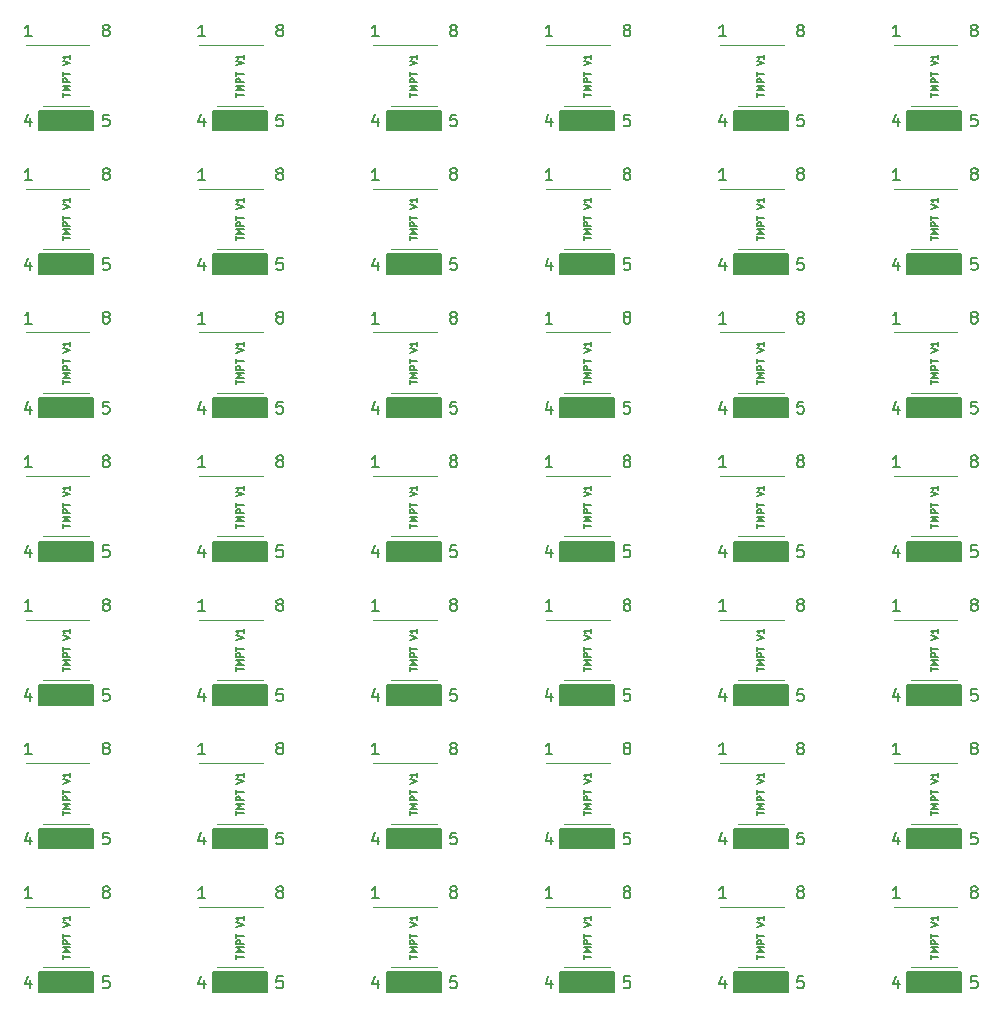
<source format=gbr>
%TF.GenerationSoftware,KiCad,Pcbnew,7.0.10-7.0.10~ubuntu22.04.1*%
%TF.CreationDate,2024-02-05T19:49:33+01:00*%
%TF.ProjectId,ManhattanPanels-SOIC8,4d616e68-6174-4746-916e-50616e656c73,rev?*%
%TF.SameCoordinates,Original*%
%TF.FileFunction,Legend,Top*%
%TF.FilePolarity,Positive*%
%FSLAX46Y46*%
G04 Gerber Fmt 4.6, Leading zero omitted, Abs format (unit mm)*
G04 Created by KiCad (PCBNEW 7.0.10-7.0.10~ubuntu22.04.1) date 2024-02-05 19:49:33*
%MOMM*%
%LPD*%
G01*
G04 APERTURE LIST*
%ADD10C,0.150000*%
%ADD11C,0.120000*%
G04 APERTURE END LIST*
D10*
X182964000Y-84704500D02*
X187536000Y-84704500D01*
X187536000Y-86355500D01*
X182964000Y-86355500D01*
X182964000Y-84704500D01*
G36*
X182964000Y-84704500D02*
G01*
X187536000Y-84704500D01*
X187536000Y-86355500D01*
X182964000Y-86355500D01*
X182964000Y-84704500D01*
G37*
X153564000Y-84704500D02*
X158136000Y-84704500D01*
X158136000Y-86355500D01*
X153564000Y-86355500D01*
X153564000Y-84704500D01*
G36*
X153564000Y-84704500D02*
G01*
X158136000Y-84704500D01*
X158136000Y-86355500D01*
X153564000Y-86355500D01*
X153564000Y-84704500D01*
G37*
X168264000Y-36064500D02*
X172836000Y-36064500D01*
X172836000Y-37715500D01*
X168264000Y-37715500D01*
X168264000Y-36064500D01*
G36*
X168264000Y-36064500D02*
G01*
X172836000Y-36064500D01*
X172836000Y-37715500D01*
X168264000Y-37715500D01*
X168264000Y-36064500D01*
G37*
X138864000Y-96864500D02*
X143436000Y-96864500D01*
X143436000Y-98515500D01*
X138864000Y-98515500D01*
X138864000Y-96864500D01*
G36*
X138864000Y-96864500D02*
G01*
X143436000Y-96864500D01*
X143436000Y-98515500D01*
X138864000Y-98515500D01*
X138864000Y-96864500D01*
G37*
X168264000Y-96864500D02*
X172836000Y-96864500D01*
X172836000Y-98515500D01*
X168264000Y-98515500D01*
X168264000Y-96864500D01*
G36*
X168264000Y-96864500D02*
G01*
X172836000Y-96864500D01*
X172836000Y-98515500D01*
X168264000Y-98515500D01*
X168264000Y-96864500D01*
G37*
X168264000Y-60384500D02*
X172836000Y-60384500D01*
X172836000Y-62035500D01*
X168264000Y-62035500D01*
X168264000Y-60384500D01*
G36*
X168264000Y-60384500D02*
G01*
X172836000Y-60384500D01*
X172836000Y-62035500D01*
X168264000Y-62035500D01*
X168264000Y-60384500D01*
G37*
X168264000Y-84704500D02*
X172836000Y-84704500D01*
X172836000Y-86355500D01*
X168264000Y-86355500D01*
X168264000Y-84704500D01*
G36*
X168264000Y-84704500D02*
G01*
X172836000Y-84704500D01*
X172836000Y-86355500D01*
X168264000Y-86355500D01*
X168264000Y-84704500D01*
G37*
X138864000Y-36064500D02*
X143436000Y-36064500D01*
X143436000Y-37715500D01*
X138864000Y-37715500D01*
X138864000Y-36064500D01*
G36*
X138864000Y-36064500D02*
G01*
X143436000Y-36064500D01*
X143436000Y-37715500D01*
X138864000Y-37715500D01*
X138864000Y-36064500D01*
G37*
X153564000Y-48224500D02*
X158136000Y-48224500D01*
X158136000Y-49875500D01*
X153564000Y-49875500D01*
X153564000Y-48224500D01*
G36*
X153564000Y-48224500D02*
G01*
X158136000Y-48224500D01*
X158136000Y-49875500D01*
X153564000Y-49875500D01*
X153564000Y-48224500D01*
G37*
X182964000Y-96864500D02*
X187536000Y-96864500D01*
X187536000Y-98515500D01*
X182964000Y-98515500D01*
X182964000Y-96864500D01*
G36*
X182964000Y-96864500D02*
G01*
X187536000Y-96864500D01*
X187536000Y-98515500D01*
X182964000Y-98515500D01*
X182964000Y-96864500D01*
G37*
X109464000Y-60384500D02*
X114036000Y-60384500D01*
X114036000Y-62035500D01*
X109464000Y-62035500D01*
X109464000Y-60384500D01*
G36*
X109464000Y-60384500D02*
G01*
X114036000Y-60384500D01*
X114036000Y-62035500D01*
X109464000Y-62035500D01*
X109464000Y-60384500D01*
G37*
X138864000Y-72544500D02*
X143436000Y-72544500D01*
X143436000Y-74195500D01*
X138864000Y-74195500D01*
X138864000Y-72544500D01*
G36*
X138864000Y-72544500D02*
G01*
X143436000Y-72544500D01*
X143436000Y-74195500D01*
X138864000Y-74195500D01*
X138864000Y-72544500D01*
G37*
X109464000Y-36064500D02*
X114036000Y-36064500D01*
X114036000Y-37715500D01*
X109464000Y-37715500D01*
X109464000Y-36064500D01*
G36*
X109464000Y-36064500D02*
G01*
X114036000Y-36064500D01*
X114036000Y-37715500D01*
X109464000Y-37715500D01*
X109464000Y-36064500D01*
G37*
X124164000Y-36064500D02*
X128736000Y-36064500D01*
X128736000Y-37715500D01*
X124164000Y-37715500D01*
X124164000Y-36064500D01*
G36*
X124164000Y-36064500D02*
G01*
X128736000Y-36064500D01*
X128736000Y-37715500D01*
X124164000Y-37715500D01*
X124164000Y-36064500D01*
G37*
X182964000Y-72544500D02*
X187536000Y-72544500D01*
X187536000Y-74195500D01*
X182964000Y-74195500D01*
X182964000Y-72544500D01*
G36*
X182964000Y-72544500D02*
G01*
X187536000Y-72544500D01*
X187536000Y-74195500D01*
X182964000Y-74195500D01*
X182964000Y-72544500D01*
G37*
X138864000Y-84704500D02*
X143436000Y-84704500D01*
X143436000Y-86355500D01*
X138864000Y-86355500D01*
X138864000Y-84704500D01*
G36*
X138864000Y-84704500D02*
G01*
X143436000Y-84704500D01*
X143436000Y-86355500D01*
X138864000Y-86355500D01*
X138864000Y-84704500D01*
G37*
X124164000Y-48224500D02*
X128736000Y-48224500D01*
X128736000Y-49875500D01*
X124164000Y-49875500D01*
X124164000Y-48224500D01*
G36*
X124164000Y-48224500D02*
G01*
X128736000Y-48224500D01*
X128736000Y-49875500D01*
X124164000Y-49875500D01*
X124164000Y-48224500D01*
G37*
X153564000Y-36064500D02*
X158136000Y-36064500D01*
X158136000Y-37715500D01*
X153564000Y-37715500D01*
X153564000Y-36064500D01*
G36*
X153564000Y-36064500D02*
G01*
X158136000Y-36064500D01*
X158136000Y-37715500D01*
X153564000Y-37715500D01*
X153564000Y-36064500D01*
G37*
X153564000Y-109024500D02*
X158136000Y-109024500D01*
X158136000Y-110675500D01*
X153564000Y-110675500D01*
X153564000Y-109024500D01*
G36*
X153564000Y-109024500D02*
G01*
X158136000Y-109024500D01*
X158136000Y-110675500D01*
X153564000Y-110675500D01*
X153564000Y-109024500D01*
G37*
X168264000Y-109024500D02*
X172836000Y-109024500D01*
X172836000Y-110675500D01*
X168264000Y-110675500D01*
X168264000Y-109024500D01*
G36*
X168264000Y-109024500D02*
G01*
X172836000Y-109024500D01*
X172836000Y-110675500D01*
X168264000Y-110675500D01*
X168264000Y-109024500D01*
G37*
X138864000Y-48224500D02*
X143436000Y-48224500D01*
X143436000Y-49875500D01*
X138864000Y-49875500D01*
X138864000Y-48224500D01*
G36*
X138864000Y-48224500D02*
G01*
X143436000Y-48224500D01*
X143436000Y-49875500D01*
X138864000Y-49875500D01*
X138864000Y-48224500D01*
G37*
X182964000Y-109024500D02*
X187536000Y-109024500D01*
X187536000Y-110675500D01*
X182964000Y-110675500D01*
X182964000Y-109024500D01*
G36*
X182964000Y-109024500D02*
G01*
X187536000Y-109024500D01*
X187536000Y-110675500D01*
X182964000Y-110675500D01*
X182964000Y-109024500D01*
G37*
X124164000Y-109024500D02*
X128736000Y-109024500D01*
X128736000Y-110675500D01*
X124164000Y-110675500D01*
X124164000Y-109024500D01*
G36*
X124164000Y-109024500D02*
G01*
X128736000Y-109024500D01*
X128736000Y-110675500D01*
X124164000Y-110675500D01*
X124164000Y-109024500D01*
G37*
X138864000Y-109024500D02*
X143436000Y-109024500D01*
X143436000Y-110675500D01*
X138864000Y-110675500D01*
X138864000Y-109024500D01*
G36*
X138864000Y-109024500D02*
G01*
X143436000Y-109024500D01*
X143436000Y-110675500D01*
X138864000Y-110675500D01*
X138864000Y-109024500D01*
G37*
X153564000Y-72544500D02*
X158136000Y-72544500D01*
X158136000Y-74195500D01*
X153564000Y-74195500D01*
X153564000Y-72544500D01*
G36*
X153564000Y-72544500D02*
G01*
X158136000Y-72544500D01*
X158136000Y-74195500D01*
X153564000Y-74195500D01*
X153564000Y-72544500D01*
G37*
X124164000Y-60384500D02*
X128736000Y-60384500D01*
X128736000Y-62035500D01*
X124164000Y-62035500D01*
X124164000Y-60384500D01*
G36*
X124164000Y-60384500D02*
G01*
X128736000Y-60384500D01*
X128736000Y-62035500D01*
X124164000Y-62035500D01*
X124164000Y-60384500D01*
G37*
X109464000Y-84704500D02*
X114036000Y-84704500D01*
X114036000Y-86355500D01*
X109464000Y-86355500D01*
X109464000Y-84704500D01*
G36*
X109464000Y-84704500D02*
G01*
X114036000Y-84704500D01*
X114036000Y-86355500D01*
X109464000Y-86355500D01*
X109464000Y-84704500D01*
G37*
X109464000Y-96864500D02*
X114036000Y-96864500D01*
X114036000Y-98515500D01*
X109464000Y-98515500D01*
X109464000Y-96864500D01*
G36*
X109464000Y-96864500D02*
G01*
X114036000Y-96864500D01*
X114036000Y-98515500D01*
X109464000Y-98515500D01*
X109464000Y-96864500D01*
G37*
X124164000Y-72544500D02*
X128736000Y-72544500D01*
X128736000Y-74195500D01*
X124164000Y-74195500D01*
X124164000Y-72544500D01*
G36*
X124164000Y-72544500D02*
G01*
X128736000Y-72544500D01*
X128736000Y-74195500D01*
X124164000Y-74195500D01*
X124164000Y-72544500D01*
G37*
X109464000Y-48224500D02*
X114036000Y-48224500D01*
X114036000Y-49875500D01*
X109464000Y-49875500D01*
X109464000Y-48224500D01*
G36*
X109464000Y-48224500D02*
G01*
X114036000Y-48224500D01*
X114036000Y-49875500D01*
X109464000Y-49875500D01*
X109464000Y-48224500D01*
G37*
X153564000Y-96864500D02*
X158136000Y-96864500D01*
X158136000Y-98515500D01*
X153564000Y-98515500D01*
X153564000Y-96864500D01*
G36*
X153564000Y-96864500D02*
G01*
X158136000Y-96864500D01*
X158136000Y-98515500D01*
X153564000Y-98515500D01*
X153564000Y-96864500D01*
G37*
X153564000Y-60384500D02*
X158136000Y-60384500D01*
X158136000Y-62035500D01*
X153564000Y-62035500D01*
X153564000Y-60384500D01*
G36*
X153564000Y-60384500D02*
G01*
X158136000Y-60384500D01*
X158136000Y-62035500D01*
X153564000Y-62035500D01*
X153564000Y-60384500D01*
G37*
X124164000Y-96864500D02*
X128736000Y-96864500D01*
X128736000Y-98515500D01*
X124164000Y-98515500D01*
X124164000Y-96864500D01*
G36*
X124164000Y-96864500D02*
G01*
X128736000Y-96864500D01*
X128736000Y-98515500D01*
X124164000Y-98515500D01*
X124164000Y-96864500D01*
G37*
X168264000Y-48224500D02*
X172836000Y-48224500D01*
X172836000Y-49875500D01*
X168264000Y-49875500D01*
X168264000Y-48224500D01*
G36*
X168264000Y-48224500D02*
G01*
X172836000Y-48224500D01*
X172836000Y-49875500D01*
X168264000Y-49875500D01*
X168264000Y-48224500D01*
G37*
X182964000Y-48224500D02*
X187536000Y-48224500D01*
X187536000Y-49875500D01*
X182964000Y-49875500D01*
X182964000Y-48224500D01*
G36*
X182964000Y-48224500D02*
G01*
X187536000Y-48224500D01*
X187536000Y-49875500D01*
X182964000Y-49875500D01*
X182964000Y-48224500D01*
G37*
X109464000Y-109024500D02*
X114036000Y-109024500D01*
X114036000Y-110675500D01*
X109464000Y-110675500D01*
X109464000Y-109024500D01*
G36*
X109464000Y-109024500D02*
G01*
X114036000Y-109024500D01*
X114036000Y-110675500D01*
X109464000Y-110675500D01*
X109464000Y-109024500D01*
G37*
X182964000Y-36064500D02*
X187536000Y-36064500D01*
X187536000Y-37715500D01*
X182964000Y-37715500D01*
X182964000Y-36064500D01*
G36*
X182964000Y-36064500D02*
G01*
X187536000Y-36064500D01*
X187536000Y-37715500D01*
X182964000Y-37715500D01*
X182964000Y-36064500D01*
G37*
X168264000Y-72544500D02*
X172836000Y-72544500D01*
X172836000Y-74195500D01*
X168264000Y-74195500D01*
X168264000Y-72544500D01*
G36*
X168264000Y-72544500D02*
G01*
X172836000Y-72544500D01*
X172836000Y-74195500D01*
X168264000Y-74195500D01*
X168264000Y-72544500D01*
G37*
X182964000Y-60384500D02*
X187536000Y-60384500D01*
X187536000Y-62035500D01*
X182964000Y-62035500D01*
X182964000Y-60384500D01*
G36*
X182964000Y-60384500D02*
G01*
X187536000Y-60384500D01*
X187536000Y-62035500D01*
X182964000Y-62035500D01*
X182964000Y-60384500D01*
G37*
X138864000Y-60384500D02*
X143436000Y-60384500D01*
X143436000Y-62035500D01*
X138864000Y-62035500D01*
X138864000Y-60384500D01*
G36*
X138864000Y-60384500D02*
G01*
X143436000Y-60384500D01*
X143436000Y-62035500D01*
X138864000Y-62035500D01*
X138864000Y-60384500D01*
G37*
X124164000Y-84704500D02*
X128736000Y-84704500D01*
X128736000Y-86355500D01*
X124164000Y-86355500D01*
X124164000Y-84704500D01*
G36*
X124164000Y-84704500D02*
G01*
X128736000Y-84704500D01*
X128736000Y-86355500D01*
X124164000Y-86355500D01*
X124164000Y-84704500D01*
G37*
X109464000Y-72544500D02*
X114036000Y-72544500D01*
X114036000Y-74195500D01*
X109464000Y-74195500D01*
X109464000Y-72544500D01*
G36*
X109464000Y-72544500D02*
G01*
X114036000Y-72544500D01*
X114036000Y-74195500D01*
X109464000Y-74195500D01*
X109464000Y-72544500D01*
G37*
X140849771Y-59214286D02*
X140849771Y-58871429D01*
X141449771Y-59042857D02*
X140849771Y-59042857D01*
X141449771Y-58671428D02*
X140849771Y-58671428D01*
X140849771Y-58671428D02*
X141278342Y-58471428D01*
X141278342Y-58471428D02*
X140849771Y-58271428D01*
X140849771Y-58271428D02*
X141449771Y-58271428D01*
X141449771Y-57985714D02*
X140849771Y-57985714D01*
X140849771Y-57985714D02*
X140849771Y-57757143D01*
X140849771Y-57757143D02*
X140878342Y-57700000D01*
X140878342Y-57700000D02*
X140906914Y-57671429D01*
X140906914Y-57671429D02*
X140964057Y-57642857D01*
X140964057Y-57642857D02*
X141049771Y-57642857D01*
X141049771Y-57642857D02*
X141106914Y-57671429D01*
X141106914Y-57671429D02*
X141135485Y-57700000D01*
X141135485Y-57700000D02*
X141164057Y-57757143D01*
X141164057Y-57757143D02*
X141164057Y-57985714D01*
X140849771Y-57471429D02*
X140849771Y-57128572D01*
X141449771Y-57300000D02*
X140849771Y-57300000D01*
X140849771Y-56557143D02*
X141449771Y-56357143D01*
X141449771Y-56357143D02*
X140849771Y-56157143D01*
X141449771Y-55642857D02*
X141449771Y-55985714D01*
X141449771Y-55814285D02*
X140849771Y-55814285D01*
X140849771Y-55814285D02*
X140935485Y-55871428D01*
X140935485Y-55871428D02*
X140992628Y-55928571D01*
X140992628Y-55928571D02*
X141021200Y-55985714D01*
X138105350Y-97528152D02*
X138105350Y-98194819D01*
X137867255Y-97147200D02*
X137629160Y-97861485D01*
X137629160Y-97861485D02*
X138248207Y-97861485D01*
X129723636Y-102163390D02*
X129628398Y-102115771D01*
X129628398Y-102115771D02*
X129580779Y-102068152D01*
X129580779Y-102068152D02*
X129533160Y-101972914D01*
X129533160Y-101972914D02*
X129533160Y-101925295D01*
X129533160Y-101925295D02*
X129580779Y-101830057D01*
X129580779Y-101830057D02*
X129628398Y-101782438D01*
X129628398Y-101782438D02*
X129723636Y-101734819D01*
X129723636Y-101734819D02*
X129914112Y-101734819D01*
X129914112Y-101734819D02*
X130009350Y-101782438D01*
X130009350Y-101782438D02*
X130056969Y-101830057D01*
X130056969Y-101830057D02*
X130104588Y-101925295D01*
X130104588Y-101925295D02*
X130104588Y-101972914D01*
X130104588Y-101972914D02*
X130056969Y-102068152D01*
X130056969Y-102068152D02*
X130009350Y-102115771D01*
X130009350Y-102115771D02*
X129914112Y-102163390D01*
X129914112Y-102163390D02*
X129723636Y-102163390D01*
X129723636Y-102163390D02*
X129628398Y-102211009D01*
X129628398Y-102211009D02*
X129580779Y-102258628D01*
X129580779Y-102258628D02*
X129533160Y-102353866D01*
X129533160Y-102353866D02*
X129533160Y-102544342D01*
X129533160Y-102544342D02*
X129580779Y-102639580D01*
X129580779Y-102639580D02*
X129628398Y-102687200D01*
X129628398Y-102687200D02*
X129723636Y-102734819D01*
X129723636Y-102734819D02*
X129914112Y-102734819D01*
X129914112Y-102734819D02*
X130009350Y-102687200D01*
X130009350Y-102687200D02*
X130056969Y-102639580D01*
X130056969Y-102639580D02*
X130104588Y-102544342D01*
X130104588Y-102544342D02*
X130104588Y-102353866D01*
X130104588Y-102353866D02*
X130056969Y-102258628D01*
X130056969Y-102258628D02*
X130009350Y-102211009D01*
X130009350Y-102211009D02*
X129914112Y-102163390D01*
X140849771Y-107854286D02*
X140849771Y-107511429D01*
X141449771Y-107682857D02*
X140849771Y-107682857D01*
X141449771Y-107311428D02*
X140849771Y-107311428D01*
X140849771Y-107311428D02*
X141278342Y-107111428D01*
X141278342Y-107111428D02*
X140849771Y-106911428D01*
X140849771Y-106911428D02*
X141449771Y-106911428D01*
X141449771Y-106625714D02*
X140849771Y-106625714D01*
X140849771Y-106625714D02*
X140849771Y-106397143D01*
X140849771Y-106397143D02*
X140878342Y-106340000D01*
X140878342Y-106340000D02*
X140906914Y-106311429D01*
X140906914Y-106311429D02*
X140964057Y-106282857D01*
X140964057Y-106282857D02*
X141049771Y-106282857D01*
X141049771Y-106282857D02*
X141106914Y-106311429D01*
X141106914Y-106311429D02*
X141135485Y-106340000D01*
X141135485Y-106340000D02*
X141164057Y-106397143D01*
X141164057Y-106397143D02*
X141164057Y-106625714D01*
X140849771Y-106111429D02*
X140849771Y-105768572D01*
X141449771Y-105940000D02*
X140849771Y-105940000D01*
X140849771Y-105197143D02*
X141449771Y-104997143D01*
X141449771Y-104997143D02*
X140849771Y-104797143D01*
X141449771Y-104282857D02*
X141449771Y-104625714D01*
X141449771Y-104454285D02*
X140849771Y-104454285D01*
X140849771Y-104454285D02*
X140935485Y-104511428D01*
X140935485Y-104511428D02*
X140992628Y-104568571D01*
X140992628Y-104568571D02*
X141021200Y-104625714D01*
X108800588Y-78414819D02*
X108229160Y-78414819D01*
X108514874Y-78414819D02*
X108514874Y-77414819D01*
X108514874Y-77414819D02*
X108419636Y-77557676D01*
X108419636Y-77557676D02*
X108324398Y-77652914D01*
X108324398Y-77652914D02*
X108229160Y-77700533D01*
X182205350Y-97528152D02*
X182205350Y-98194819D01*
X181967255Y-97147200D02*
X181729160Y-97861485D01*
X181729160Y-97861485D02*
X182348207Y-97861485D01*
X159123636Y-65683390D02*
X159028398Y-65635771D01*
X159028398Y-65635771D02*
X158980779Y-65588152D01*
X158980779Y-65588152D02*
X158933160Y-65492914D01*
X158933160Y-65492914D02*
X158933160Y-65445295D01*
X158933160Y-65445295D02*
X158980779Y-65350057D01*
X158980779Y-65350057D02*
X159028398Y-65302438D01*
X159028398Y-65302438D02*
X159123636Y-65254819D01*
X159123636Y-65254819D02*
X159314112Y-65254819D01*
X159314112Y-65254819D02*
X159409350Y-65302438D01*
X159409350Y-65302438D02*
X159456969Y-65350057D01*
X159456969Y-65350057D02*
X159504588Y-65445295D01*
X159504588Y-65445295D02*
X159504588Y-65492914D01*
X159504588Y-65492914D02*
X159456969Y-65588152D01*
X159456969Y-65588152D02*
X159409350Y-65635771D01*
X159409350Y-65635771D02*
X159314112Y-65683390D01*
X159314112Y-65683390D02*
X159123636Y-65683390D01*
X159123636Y-65683390D02*
X159028398Y-65731009D01*
X159028398Y-65731009D02*
X158980779Y-65778628D01*
X158980779Y-65778628D02*
X158933160Y-65873866D01*
X158933160Y-65873866D02*
X158933160Y-66064342D01*
X158933160Y-66064342D02*
X158980779Y-66159580D01*
X158980779Y-66159580D02*
X159028398Y-66207200D01*
X159028398Y-66207200D02*
X159123636Y-66254819D01*
X159123636Y-66254819D02*
X159314112Y-66254819D01*
X159314112Y-66254819D02*
X159409350Y-66207200D01*
X159409350Y-66207200D02*
X159456969Y-66159580D01*
X159456969Y-66159580D02*
X159504588Y-66064342D01*
X159504588Y-66064342D02*
X159504588Y-65873866D01*
X159504588Y-65873866D02*
X159456969Y-65778628D01*
X159456969Y-65778628D02*
X159409350Y-65731009D01*
X159409350Y-65731009D02*
X159314112Y-65683390D01*
X140849771Y-34894286D02*
X140849771Y-34551429D01*
X141449771Y-34722857D02*
X140849771Y-34722857D01*
X141449771Y-34351428D02*
X140849771Y-34351428D01*
X140849771Y-34351428D02*
X141278342Y-34151428D01*
X141278342Y-34151428D02*
X140849771Y-33951428D01*
X140849771Y-33951428D02*
X141449771Y-33951428D01*
X141449771Y-33665714D02*
X140849771Y-33665714D01*
X140849771Y-33665714D02*
X140849771Y-33437143D01*
X140849771Y-33437143D02*
X140878342Y-33380000D01*
X140878342Y-33380000D02*
X140906914Y-33351429D01*
X140906914Y-33351429D02*
X140964057Y-33322857D01*
X140964057Y-33322857D02*
X141049771Y-33322857D01*
X141049771Y-33322857D02*
X141106914Y-33351429D01*
X141106914Y-33351429D02*
X141135485Y-33380000D01*
X141135485Y-33380000D02*
X141164057Y-33437143D01*
X141164057Y-33437143D02*
X141164057Y-33665714D01*
X140849771Y-33151429D02*
X140849771Y-32808572D01*
X141449771Y-32980000D02*
X140849771Y-32980000D01*
X140849771Y-32237143D02*
X141449771Y-32037143D01*
X141449771Y-32037143D02*
X140849771Y-31837143D01*
X141449771Y-31322857D02*
X141449771Y-31665714D01*
X141449771Y-31494285D02*
X140849771Y-31494285D01*
X140849771Y-31494285D02*
X140935485Y-31551428D01*
X140935485Y-31551428D02*
X140992628Y-31608571D01*
X140992628Y-31608571D02*
X141021200Y-31665714D01*
X188523636Y-53523390D02*
X188428398Y-53475771D01*
X188428398Y-53475771D02*
X188380779Y-53428152D01*
X188380779Y-53428152D02*
X188333160Y-53332914D01*
X188333160Y-53332914D02*
X188333160Y-53285295D01*
X188333160Y-53285295D02*
X188380779Y-53190057D01*
X188380779Y-53190057D02*
X188428398Y-53142438D01*
X188428398Y-53142438D02*
X188523636Y-53094819D01*
X188523636Y-53094819D02*
X188714112Y-53094819D01*
X188714112Y-53094819D02*
X188809350Y-53142438D01*
X188809350Y-53142438D02*
X188856969Y-53190057D01*
X188856969Y-53190057D02*
X188904588Y-53285295D01*
X188904588Y-53285295D02*
X188904588Y-53332914D01*
X188904588Y-53332914D02*
X188856969Y-53428152D01*
X188856969Y-53428152D02*
X188809350Y-53475771D01*
X188809350Y-53475771D02*
X188714112Y-53523390D01*
X188714112Y-53523390D02*
X188523636Y-53523390D01*
X188523636Y-53523390D02*
X188428398Y-53571009D01*
X188428398Y-53571009D02*
X188380779Y-53618628D01*
X188380779Y-53618628D02*
X188333160Y-53713866D01*
X188333160Y-53713866D02*
X188333160Y-53904342D01*
X188333160Y-53904342D02*
X188380779Y-53999580D01*
X188380779Y-53999580D02*
X188428398Y-54047200D01*
X188428398Y-54047200D02*
X188523636Y-54094819D01*
X188523636Y-54094819D02*
X188714112Y-54094819D01*
X188714112Y-54094819D02*
X188809350Y-54047200D01*
X188809350Y-54047200D02*
X188856969Y-53999580D01*
X188856969Y-53999580D02*
X188904588Y-53904342D01*
X188904588Y-53904342D02*
X188904588Y-53713866D01*
X188904588Y-53713866D02*
X188856969Y-53618628D01*
X188856969Y-53618628D02*
X188809350Y-53571009D01*
X188809350Y-53571009D02*
X188714112Y-53523390D01*
X167600588Y-66254819D02*
X167029160Y-66254819D01*
X167314874Y-66254819D02*
X167314874Y-65254819D01*
X167314874Y-65254819D02*
X167219636Y-65397676D01*
X167219636Y-65397676D02*
X167124398Y-65492914D01*
X167124398Y-65492914D02*
X167029160Y-65540533D01*
X167505350Y-97528152D02*
X167505350Y-98194819D01*
X167267255Y-97147200D02*
X167029160Y-97861485D01*
X167029160Y-97861485D02*
X167648207Y-97861485D01*
X155549771Y-59214286D02*
X155549771Y-58871429D01*
X156149771Y-59042857D02*
X155549771Y-59042857D01*
X156149771Y-58671428D02*
X155549771Y-58671428D01*
X155549771Y-58671428D02*
X155978342Y-58471428D01*
X155978342Y-58471428D02*
X155549771Y-58271428D01*
X155549771Y-58271428D02*
X156149771Y-58271428D01*
X156149771Y-57985714D02*
X155549771Y-57985714D01*
X155549771Y-57985714D02*
X155549771Y-57757143D01*
X155549771Y-57757143D02*
X155578342Y-57700000D01*
X155578342Y-57700000D02*
X155606914Y-57671429D01*
X155606914Y-57671429D02*
X155664057Y-57642857D01*
X155664057Y-57642857D02*
X155749771Y-57642857D01*
X155749771Y-57642857D02*
X155806914Y-57671429D01*
X155806914Y-57671429D02*
X155835485Y-57700000D01*
X155835485Y-57700000D02*
X155864057Y-57757143D01*
X155864057Y-57757143D02*
X155864057Y-57985714D01*
X155549771Y-57471429D02*
X155549771Y-57128572D01*
X156149771Y-57300000D02*
X155549771Y-57300000D01*
X155549771Y-56557143D02*
X156149771Y-56357143D01*
X156149771Y-56357143D02*
X155549771Y-56157143D01*
X156149771Y-55642857D02*
X156149771Y-55985714D01*
X156149771Y-55814285D02*
X155549771Y-55814285D01*
X155549771Y-55814285D02*
X155635485Y-55871428D01*
X155635485Y-55871428D02*
X155692628Y-55928571D01*
X155692628Y-55928571D02*
X155721200Y-55985714D01*
X108800588Y-66254819D02*
X108229160Y-66254819D01*
X108514874Y-66254819D02*
X108514874Y-65254819D01*
X108514874Y-65254819D02*
X108419636Y-65397676D01*
X108419636Y-65397676D02*
X108324398Y-65492914D01*
X108324398Y-65492914D02*
X108229160Y-65540533D01*
X123500588Y-78414819D02*
X122929160Y-78414819D01*
X123214874Y-78414819D02*
X123214874Y-77414819D01*
X123214874Y-77414819D02*
X123119636Y-77557676D01*
X123119636Y-77557676D02*
X123024398Y-77652914D01*
X123024398Y-77652914D02*
X122929160Y-77700533D01*
X152805350Y-73208152D02*
X152805350Y-73874819D01*
X152567255Y-72827200D02*
X152329160Y-73541485D01*
X152329160Y-73541485D02*
X152948207Y-73541485D01*
X115356969Y-85034819D02*
X114880779Y-85034819D01*
X114880779Y-85034819D02*
X114833160Y-85511009D01*
X114833160Y-85511009D02*
X114880779Y-85463390D01*
X114880779Y-85463390D02*
X114976017Y-85415771D01*
X114976017Y-85415771D02*
X115214112Y-85415771D01*
X115214112Y-85415771D02*
X115309350Y-85463390D01*
X115309350Y-85463390D02*
X115356969Y-85511009D01*
X115356969Y-85511009D02*
X115404588Y-85606247D01*
X115404588Y-85606247D02*
X115404588Y-85844342D01*
X115404588Y-85844342D02*
X115356969Y-85939580D01*
X115356969Y-85939580D02*
X115309350Y-85987200D01*
X115309350Y-85987200D02*
X115214112Y-86034819D01*
X115214112Y-86034819D02*
X114976017Y-86034819D01*
X114976017Y-86034819D02*
X114880779Y-85987200D01*
X114880779Y-85987200D02*
X114833160Y-85939580D01*
X138200588Y-90574819D02*
X137629160Y-90574819D01*
X137914874Y-90574819D02*
X137914874Y-89574819D01*
X137914874Y-89574819D02*
X137819636Y-89717676D01*
X137819636Y-89717676D02*
X137724398Y-89812914D01*
X137724398Y-89812914D02*
X137629160Y-89860533D01*
X184949771Y-71374286D02*
X184949771Y-71031429D01*
X185549771Y-71202857D02*
X184949771Y-71202857D01*
X185549771Y-70831428D02*
X184949771Y-70831428D01*
X184949771Y-70831428D02*
X185378342Y-70631428D01*
X185378342Y-70631428D02*
X184949771Y-70431428D01*
X184949771Y-70431428D02*
X185549771Y-70431428D01*
X185549771Y-70145714D02*
X184949771Y-70145714D01*
X184949771Y-70145714D02*
X184949771Y-69917143D01*
X184949771Y-69917143D02*
X184978342Y-69860000D01*
X184978342Y-69860000D02*
X185006914Y-69831429D01*
X185006914Y-69831429D02*
X185064057Y-69802857D01*
X185064057Y-69802857D02*
X185149771Y-69802857D01*
X185149771Y-69802857D02*
X185206914Y-69831429D01*
X185206914Y-69831429D02*
X185235485Y-69860000D01*
X185235485Y-69860000D02*
X185264057Y-69917143D01*
X185264057Y-69917143D02*
X185264057Y-70145714D01*
X184949771Y-69631429D02*
X184949771Y-69288572D01*
X185549771Y-69460000D02*
X184949771Y-69460000D01*
X184949771Y-68717143D02*
X185549771Y-68517143D01*
X185549771Y-68517143D02*
X184949771Y-68317143D01*
X185549771Y-67802857D02*
X185549771Y-68145714D01*
X185549771Y-67974285D02*
X184949771Y-67974285D01*
X184949771Y-67974285D02*
X185035485Y-68031428D01*
X185035485Y-68031428D02*
X185092628Y-68088571D01*
X185092628Y-68088571D02*
X185121200Y-68145714D01*
X174156969Y-97194819D02*
X173680779Y-97194819D01*
X173680779Y-97194819D02*
X173633160Y-97671009D01*
X173633160Y-97671009D02*
X173680779Y-97623390D01*
X173680779Y-97623390D02*
X173776017Y-97575771D01*
X173776017Y-97575771D02*
X174014112Y-97575771D01*
X174014112Y-97575771D02*
X174109350Y-97623390D01*
X174109350Y-97623390D02*
X174156969Y-97671009D01*
X174156969Y-97671009D02*
X174204588Y-97766247D01*
X174204588Y-97766247D02*
X174204588Y-98004342D01*
X174204588Y-98004342D02*
X174156969Y-98099580D01*
X174156969Y-98099580D02*
X174109350Y-98147200D01*
X174109350Y-98147200D02*
X174014112Y-98194819D01*
X174014112Y-98194819D02*
X173776017Y-98194819D01*
X173776017Y-98194819D02*
X173680779Y-98147200D01*
X173680779Y-98147200D02*
X173633160Y-98099580D01*
X188523636Y-102163390D02*
X188428398Y-102115771D01*
X188428398Y-102115771D02*
X188380779Y-102068152D01*
X188380779Y-102068152D02*
X188333160Y-101972914D01*
X188333160Y-101972914D02*
X188333160Y-101925295D01*
X188333160Y-101925295D02*
X188380779Y-101830057D01*
X188380779Y-101830057D02*
X188428398Y-101782438D01*
X188428398Y-101782438D02*
X188523636Y-101734819D01*
X188523636Y-101734819D02*
X188714112Y-101734819D01*
X188714112Y-101734819D02*
X188809350Y-101782438D01*
X188809350Y-101782438D02*
X188856969Y-101830057D01*
X188856969Y-101830057D02*
X188904588Y-101925295D01*
X188904588Y-101925295D02*
X188904588Y-101972914D01*
X188904588Y-101972914D02*
X188856969Y-102068152D01*
X188856969Y-102068152D02*
X188809350Y-102115771D01*
X188809350Y-102115771D02*
X188714112Y-102163390D01*
X188714112Y-102163390D02*
X188523636Y-102163390D01*
X188523636Y-102163390D02*
X188428398Y-102211009D01*
X188428398Y-102211009D02*
X188380779Y-102258628D01*
X188380779Y-102258628D02*
X188333160Y-102353866D01*
X188333160Y-102353866D02*
X188333160Y-102544342D01*
X188333160Y-102544342D02*
X188380779Y-102639580D01*
X188380779Y-102639580D02*
X188428398Y-102687200D01*
X188428398Y-102687200D02*
X188523636Y-102734819D01*
X188523636Y-102734819D02*
X188714112Y-102734819D01*
X188714112Y-102734819D02*
X188809350Y-102687200D01*
X188809350Y-102687200D02*
X188856969Y-102639580D01*
X188856969Y-102639580D02*
X188904588Y-102544342D01*
X188904588Y-102544342D02*
X188904588Y-102353866D01*
X188904588Y-102353866D02*
X188856969Y-102258628D01*
X188856969Y-102258628D02*
X188809350Y-102211009D01*
X188809350Y-102211009D02*
X188714112Y-102163390D01*
X129723636Y-29203390D02*
X129628398Y-29155771D01*
X129628398Y-29155771D02*
X129580779Y-29108152D01*
X129580779Y-29108152D02*
X129533160Y-29012914D01*
X129533160Y-29012914D02*
X129533160Y-28965295D01*
X129533160Y-28965295D02*
X129580779Y-28870057D01*
X129580779Y-28870057D02*
X129628398Y-28822438D01*
X129628398Y-28822438D02*
X129723636Y-28774819D01*
X129723636Y-28774819D02*
X129914112Y-28774819D01*
X129914112Y-28774819D02*
X130009350Y-28822438D01*
X130009350Y-28822438D02*
X130056969Y-28870057D01*
X130056969Y-28870057D02*
X130104588Y-28965295D01*
X130104588Y-28965295D02*
X130104588Y-29012914D01*
X130104588Y-29012914D02*
X130056969Y-29108152D01*
X130056969Y-29108152D02*
X130009350Y-29155771D01*
X130009350Y-29155771D02*
X129914112Y-29203390D01*
X129914112Y-29203390D02*
X129723636Y-29203390D01*
X129723636Y-29203390D02*
X129628398Y-29251009D01*
X129628398Y-29251009D02*
X129580779Y-29298628D01*
X129580779Y-29298628D02*
X129533160Y-29393866D01*
X129533160Y-29393866D02*
X129533160Y-29584342D01*
X129533160Y-29584342D02*
X129580779Y-29679580D01*
X129580779Y-29679580D02*
X129628398Y-29727200D01*
X129628398Y-29727200D02*
X129723636Y-29774819D01*
X129723636Y-29774819D02*
X129914112Y-29774819D01*
X129914112Y-29774819D02*
X130009350Y-29727200D01*
X130009350Y-29727200D02*
X130056969Y-29679580D01*
X130056969Y-29679580D02*
X130104588Y-29584342D01*
X130104588Y-29584342D02*
X130104588Y-29393866D01*
X130104588Y-29393866D02*
X130056969Y-29298628D01*
X130056969Y-29298628D02*
X130009350Y-29251009D01*
X130009350Y-29251009D02*
X129914112Y-29203390D01*
X170249771Y-95694286D02*
X170249771Y-95351429D01*
X170849771Y-95522857D02*
X170249771Y-95522857D01*
X170849771Y-95151428D02*
X170249771Y-95151428D01*
X170249771Y-95151428D02*
X170678342Y-94951428D01*
X170678342Y-94951428D02*
X170249771Y-94751428D01*
X170249771Y-94751428D02*
X170849771Y-94751428D01*
X170849771Y-94465714D02*
X170249771Y-94465714D01*
X170249771Y-94465714D02*
X170249771Y-94237143D01*
X170249771Y-94237143D02*
X170278342Y-94180000D01*
X170278342Y-94180000D02*
X170306914Y-94151429D01*
X170306914Y-94151429D02*
X170364057Y-94122857D01*
X170364057Y-94122857D02*
X170449771Y-94122857D01*
X170449771Y-94122857D02*
X170506914Y-94151429D01*
X170506914Y-94151429D02*
X170535485Y-94180000D01*
X170535485Y-94180000D02*
X170564057Y-94237143D01*
X170564057Y-94237143D02*
X170564057Y-94465714D01*
X170249771Y-93951429D02*
X170249771Y-93608572D01*
X170849771Y-93780000D02*
X170249771Y-93780000D01*
X170249771Y-93037143D02*
X170849771Y-92837143D01*
X170849771Y-92837143D02*
X170249771Y-92637143D01*
X170849771Y-92122857D02*
X170849771Y-92465714D01*
X170849771Y-92294285D02*
X170249771Y-92294285D01*
X170249771Y-92294285D02*
X170335485Y-92351428D01*
X170335485Y-92351428D02*
X170392628Y-92408571D01*
X170392628Y-92408571D02*
X170421200Y-92465714D01*
X174156969Y-85034819D02*
X173680779Y-85034819D01*
X173680779Y-85034819D02*
X173633160Y-85511009D01*
X173633160Y-85511009D02*
X173680779Y-85463390D01*
X173680779Y-85463390D02*
X173776017Y-85415771D01*
X173776017Y-85415771D02*
X174014112Y-85415771D01*
X174014112Y-85415771D02*
X174109350Y-85463390D01*
X174109350Y-85463390D02*
X174156969Y-85511009D01*
X174156969Y-85511009D02*
X174204588Y-85606247D01*
X174204588Y-85606247D02*
X174204588Y-85844342D01*
X174204588Y-85844342D02*
X174156969Y-85939580D01*
X174156969Y-85939580D02*
X174109350Y-85987200D01*
X174109350Y-85987200D02*
X174014112Y-86034819D01*
X174014112Y-86034819D02*
X173776017Y-86034819D01*
X173776017Y-86034819D02*
X173680779Y-85987200D01*
X173680779Y-85987200D02*
X173633160Y-85939580D01*
X182205350Y-36728152D02*
X182205350Y-37394819D01*
X181967255Y-36347200D02*
X181729160Y-37061485D01*
X181729160Y-37061485D02*
X182348207Y-37061485D01*
X152805350Y-36728152D02*
X152805350Y-37394819D01*
X152567255Y-36347200D02*
X152329160Y-37061485D01*
X152329160Y-37061485D02*
X152948207Y-37061485D01*
X184949771Y-95694286D02*
X184949771Y-95351429D01*
X185549771Y-95522857D02*
X184949771Y-95522857D01*
X185549771Y-95151428D02*
X184949771Y-95151428D01*
X184949771Y-95151428D02*
X185378342Y-94951428D01*
X185378342Y-94951428D02*
X184949771Y-94751428D01*
X184949771Y-94751428D02*
X185549771Y-94751428D01*
X185549771Y-94465714D02*
X184949771Y-94465714D01*
X184949771Y-94465714D02*
X184949771Y-94237143D01*
X184949771Y-94237143D02*
X184978342Y-94180000D01*
X184978342Y-94180000D02*
X185006914Y-94151429D01*
X185006914Y-94151429D02*
X185064057Y-94122857D01*
X185064057Y-94122857D02*
X185149771Y-94122857D01*
X185149771Y-94122857D02*
X185206914Y-94151429D01*
X185206914Y-94151429D02*
X185235485Y-94180000D01*
X185235485Y-94180000D02*
X185264057Y-94237143D01*
X185264057Y-94237143D02*
X185264057Y-94465714D01*
X184949771Y-93951429D02*
X184949771Y-93608572D01*
X185549771Y-93780000D02*
X184949771Y-93780000D01*
X184949771Y-93037143D02*
X185549771Y-92837143D01*
X185549771Y-92837143D02*
X184949771Y-92637143D01*
X185549771Y-92122857D02*
X185549771Y-92465714D01*
X185549771Y-92294285D02*
X184949771Y-92294285D01*
X184949771Y-92294285D02*
X185035485Y-92351428D01*
X185035485Y-92351428D02*
X185092628Y-92408571D01*
X185092628Y-92408571D02*
X185121200Y-92465714D01*
X152900588Y-41934819D02*
X152329160Y-41934819D01*
X152614874Y-41934819D02*
X152614874Y-40934819D01*
X152614874Y-40934819D02*
X152519636Y-41077676D01*
X152519636Y-41077676D02*
X152424398Y-41172914D01*
X152424398Y-41172914D02*
X152329160Y-41220533D01*
X188856969Y-36394819D02*
X188380779Y-36394819D01*
X188380779Y-36394819D02*
X188333160Y-36871009D01*
X188333160Y-36871009D02*
X188380779Y-36823390D01*
X188380779Y-36823390D02*
X188476017Y-36775771D01*
X188476017Y-36775771D02*
X188714112Y-36775771D01*
X188714112Y-36775771D02*
X188809350Y-36823390D01*
X188809350Y-36823390D02*
X188856969Y-36871009D01*
X188856969Y-36871009D02*
X188904588Y-36966247D01*
X188904588Y-36966247D02*
X188904588Y-37204342D01*
X188904588Y-37204342D02*
X188856969Y-37299580D01*
X188856969Y-37299580D02*
X188809350Y-37347200D01*
X188809350Y-37347200D02*
X188714112Y-37394819D01*
X188714112Y-37394819D02*
X188476017Y-37394819D01*
X188476017Y-37394819D02*
X188380779Y-37347200D01*
X188380779Y-37347200D02*
X188333160Y-37299580D01*
X144756969Y-97194819D02*
X144280779Y-97194819D01*
X144280779Y-97194819D02*
X144233160Y-97671009D01*
X144233160Y-97671009D02*
X144280779Y-97623390D01*
X144280779Y-97623390D02*
X144376017Y-97575771D01*
X144376017Y-97575771D02*
X144614112Y-97575771D01*
X144614112Y-97575771D02*
X144709350Y-97623390D01*
X144709350Y-97623390D02*
X144756969Y-97671009D01*
X144756969Y-97671009D02*
X144804588Y-97766247D01*
X144804588Y-97766247D02*
X144804588Y-98004342D01*
X144804588Y-98004342D02*
X144756969Y-98099580D01*
X144756969Y-98099580D02*
X144709350Y-98147200D01*
X144709350Y-98147200D02*
X144614112Y-98194819D01*
X144614112Y-98194819D02*
X144376017Y-98194819D01*
X144376017Y-98194819D02*
X144280779Y-98147200D01*
X144280779Y-98147200D02*
X144233160Y-98099580D01*
X108705350Y-61048152D02*
X108705350Y-61714819D01*
X108467255Y-60667200D02*
X108229160Y-61381485D01*
X108229160Y-61381485D02*
X108848207Y-61381485D01*
X115023636Y-65683390D02*
X114928398Y-65635771D01*
X114928398Y-65635771D02*
X114880779Y-65588152D01*
X114880779Y-65588152D02*
X114833160Y-65492914D01*
X114833160Y-65492914D02*
X114833160Y-65445295D01*
X114833160Y-65445295D02*
X114880779Y-65350057D01*
X114880779Y-65350057D02*
X114928398Y-65302438D01*
X114928398Y-65302438D02*
X115023636Y-65254819D01*
X115023636Y-65254819D02*
X115214112Y-65254819D01*
X115214112Y-65254819D02*
X115309350Y-65302438D01*
X115309350Y-65302438D02*
X115356969Y-65350057D01*
X115356969Y-65350057D02*
X115404588Y-65445295D01*
X115404588Y-65445295D02*
X115404588Y-65492914D01*
X115404588Y-65492914D02*
X115356969Y-65588152D01*
X115356969Y-65588152D02*
X115309350Y-65635771D01*
X115309350Y-65635771D02*
X115214112Y-65683390D01*
X115214112Y-65683390D02*
X115023636Y-65683390D01*
X115023636Y-65683390D02*
X114928398Y-65731009D01*
X114928398Y-65731009D02*
X114880779Y-65778628D01*
X114880779Y-65778628D02*
X114833160Y-65873866D01*
X114833160Y-65873866D02*
X114833160Y-66064342D01*
X114833160Y-66064342D02*
X114880779Y-66159580D01*
X114880779Y-66159580D02*
X114928398Y-66207200D01*
X114928398Y-66207200D02*
X115023636Y-66254819D01*
X115023636Y-66254819D02*
X115214112Y-66254819D01*
X115214112Y-66254819D02*
X115309350Y-66207200D01*
X115309350Y-66207200D02*
X115356969Y-66159580D01*
X115356969Y-66159580D02*
X115404588Y-66064342D01*
X115404588Y-66064342D02*
X115404588Y-65873866D01*
X115404588Y-65873866D02*
X115356969Y-65778628D01*
X115356969Y-65778628D02*
X115309350Y-65731009D01*
X115309350Y-65731009D02*
X115214112Y-65683390D01*
X108705350Y-36728152D02*
X108705350Y-37394819D01*
X108467255Y-36347200D02*
X108229160Y-37061485D01*
X108229160Y-37061485D02*
X108848207Y-37061485D01*
X123405350Y-61048152D02*
X123405350Y-61714819D01*
X123167255Y-60667200D02*
X122929160Y-61381485D01*
X122929160Y-61381485D02*
X123548207Y-61381485D01*
X108800588Y-41934819D02*
X108229160Y-41934819D01*
X108514874Y-41934819D02*
X108514874Y-40934819D01*
X108514874Y-40934819D02*
X108419636Y-41077676D01*
X108419636Y-41077676D02*
X108324398Y-41172914D01*
X108324398Y-41172914D02*
X108229160Y-41220533D01*
X115356969Y-48554819D02*
X114880779Y-48554819D01*
X114880779Y-48554819D02*
X114833160Y-49031009D01*
X114833160Y-49031009D02*
X114880779Y-48983390D01*
X114880779Y-48983390D02*
X114976017Y-48935771D01*
X114976017Y-48935771D02*
X115214112Y-48935771D01*
X115214112Y-48935771D02*
X115309350Y-48983390D01*
X115309350Y-48983390D02*
X115356969Y-49031009D01*
X115356969Y-49031009D02*
X115404588Y-49126247D01*
X115404588Y-49126247D02*
X115404588Y-49364342D01*
X115404588Y-49364342D02*
X115356969Y-49459580D01*
X115356969Y-49459580D02*
X115309350Y-49507200D01*
X115309350Y-49507200D02*
X115214112Y-49554819D01*
X115214112Y-49554819D02*
X114976017Y-49554819D01*
X114976017Y-49554819D02*
X114880779Y-49507200D01*
X114880779Y-49507200D02*
X114833160Y-49459580D01*
X182300588Y-29774819D02*
X181729160Y-29774819D01*
X182014874Y-29774819D02*
X182014874Y-28774819D01*
X182014874Y-28774819D02*
X181919636Y-28917676D01*
X181919636Y-28917676D02*
X181824398Y-29012914D01*
X181824398Y-29012914D02*
X181729160Y-29060533D01*
X108800588Y-102734819D02*
X108229160Y-102734819D01*
X108514874Y-102734819D02*
X108514874Y-101734819D01*
X108514874Y-101734819D02*
X108419636Y-101877676D01*
X108419636Y-101877676D02*
X108324398Y-101972914D01*
X108324398Y-101972914D02*
X108229160Y-102020533D01*
X188523636Y-90003390D02*
X188428398Y-89955771D01*
X188428398Y-89955771D02*
X188380779Y-89908152D01*
X188380779Y-89908152D02*
X188333160Y-89812914D01*
X188333160Y-89812914D02*
X188333160Y-89765295D01*
X188333160Y-89765295D02*
X188380779Y-89670057D01*
X188380779Y-89670057D02*
X188428398Y-89622438D01*
X188428398Y-89622438D02*
X188523636Y-89574819D01*
X188523636Y-89574819D02*
X188714112Y-89574819D01*
X188714112Y-89574819D02*
X188809350Y-89622438D01*
X188809350Y-89622438D02*
X188856969Y-89670057D01*
X188856969Y-89670057D02*
X188904588Y-89765295D01*
X188904588Y-89765295D02*
X188904588Y-89812914D01*
X188904588Y-89812914D02*
X188856969Y-89908152D01*
X188856969Y-89908152D02*
X188809350Y-89955771D01*
X188809350Y-89955771D02*
X188714112Y-90003390D01*
X188714112Y-90003390D02*
X188523636Y-90003390D01*
X188523636Y-90003390D02*
X188428398Y-90051009D01*
X188428398Y-90051009D02*
X188380779Y-90098628D01*
X188380779Y-90098628D02*
X188333160Y-90193866D01*
X188333160Y-90193866D02*
X188333160Y-90384342D01*
X188333160Y-90384342D02*
X188380779Y-90479580D01*
X188380779Y-90479580D02*
X188428398Y-90527200D01*
X188428398Y-90527200D02*
X188523636Y-90574819D01*
X188523636Y-90574819D02*
X188714112Y-90574819D01*
X188714112Y-90574819D02*
X188809350Y-90527200D01*
X188809350Y-90527200D02*
X188856969Y-90479580D01*
X188856969Y-90479580D02*
X188904588Y-90384342D01*
X188904588Y-90384342D02*
X188904588Y-90193866D01*
X188904588Y-90193866D02*
X188856969Y-90098628D01*
X188856969Y-90098628D02*
X188809350Y-90051009D01*
X188809350Y-90051009D02*
X188714112Y-90003390D01*
X159123636Y-102163390D02*
X159028398Y-102115771D01*
X159028398Y-102115771D02*
X158980779Y-102068152D01*
X158980779Y-102068152D02*
X158933160Y-101972914D01*
X158933160Y-101972914D02*
X158933160Y-101925295D01*
X158933160Y-101925295D02*
X158980779Y-101830057D01*
X158980779Y-101830057D02*
X159028398Y-101782438D01*
X159028398Y-101782438D02*
X159123636Y-101734819D01*
X159123636Y-101734819D02*
X159314112Y-101734819D01*
X159314112Y-101734819D02*
X159409350Y-101782438D01*
X159409350Y-101782438D02*
X159456969Y-101830057D01*
X159456969Y-101830057D02*
X159504588Y-101925295D01*
X159504588Y-101925295D02*
X159504588Y-101972914D01*
X159504588Y-101972914D02*
X159456969Y-102068152D01*
X159456969Y-102068152D02*
X159409350Y-102115771D01*
X159409350Y-102115771D02*
X159314112Y-102163390D01*
X159314112Y-102163390D02*
X159123636Y-102163390D01*
X159123636Y-102163390D02*
X159028398Y-102211009D01*
X159028398Y-102211009D02*
X158980779Y-102258628D01*
X158980779Y-102258628D02*
X158933160Y-102353866D01*
X158933160Y-102353866D02*
X158933160Y-102544342D01*
X158933160Y-102544342D02*
X158980779Y-102639580D01*
X158980779Y-102639580D02*
X159028398Y-102687200D01*
X159028398Y-102687200D02*
X159123636Y-102734819D01*
X159123636Y-102734819D02*
X159314112Y-102734819D01*
X159314112Y-102734819D02*
X159409350Y-102687200D01*
X159409350Y-102687200D02*
X159456969Y-102639580D01*
X159456969Y-102639580D02*
X159504588Y-102544342D01*
X159504588Y-102544342D02*
X159504588Y-102353866D01*
X159504588Y-102353866D02*
X159456969Y-102258628D01*
X159456969Y-102258628D02*
X159409350Y-102211009D01*
X159409350Y-102211009D02*
X159314112Y-102163390D01*
X173823636Y-77843390D02*
X173728398Y-77795771D01*
X173728398Y-77795771D02*
X173680779Y-77748152D01*
X173680779Y-77748152D02*
X173633160Y-77652914D01*
X173633160Y-77652914D02*
X173633160Y-77605295D01*
X173633160Y-77605295D02*
X173680779Y-77510057D01*
X173680779Y-77510057D02*
X173728398Y-77462438D01*
X173728398Y-77462438D02*
X173823636Y-77414819D01*
X173823636Y-77414819D02*
X174014112Y-77414819D01*
X174014112Y-77414819D02*
X174109350Y-77462438D01*
X174109350Y-77462438D02*
X174156969Y-77510057D01*
X174156969Y-77510057D02*
X174204588Y-77605295D01*
X174204588Y-77605295D02*
X174204588Y-77652914D01*
X174204588Y-77652914D02*
X174156969Y-77748152D01*
X174156969Y-77748152D02*
X174109350Y-77795771D01*
X174109350Y-77795771D02*
X174014112Y-77843390D01*
X174014112Y-77843390D02*
X173823636Y-77843390D01*
X173823636Y-77843390D02*
X173728398Y-77891009D01*
X173728398Y-77891009D02*
X173680779Y-77938628D01*
X173680779Y-77938628D02*
X173633160Y-78033866D01*
X173633160Y-78033866D02*
X173633160Y-78224342D01*
X173633160Y-78224342D02*
X173680779Y-78319580D01*
X173680779Y-78319580D02*
X173728398Y-78367200D01*
X173728398Y-78367200D02*
X173823636Y-78414819D01*
X173823636Y-78414819D02*
X174014112Y-78414819D01*
X174014112Y-78414819D02*
X174109350Y-78367200D01*
X174109350Y-78367200D02*
X174156969Y-78319580D01*
X174156969Y-78319580D02*
X174204588Y-78224342D01*
X174204588Y-78224342D02*
X174204588Y-78033866D01*
X174204588Y-78033866D02*
X174156969Y-77938628D01*
X174156969Y-77938628D02*
X174109350Y-77891009D01*
X174109350Y-77891009D02*
X174014112Y-77843390D01*
X144756969Y-60714819D02*
X144280779Y-60714819D01*
X144280779Y-60714819D02*
X144233160Y-61191009D01*
X144233160Y-61191009D02*
X144280779Y-61143390D01*
X144280779Y-61143390D02*
X144376017Y-61095771D01*
X144376017Y-61095771D02*
X144614112Y-61095771D01*
X144614112Y-61095771D02*
X144709350Y-61143390D01*
X144709350Y-61143390D02*
X144756969Y-61191009D01*
X144756969Y-61191009D02*
X144804588Y-61286247D01*
X144804588Y-61286247D02*
X144804588Y-61524342D01*
X144804588Y-61524342D02*
X144756969Y-61619580D01*
X144756969Y-61619580D02*
X144709350Y-61667200D01*
X144709350Y-61667200D02*
X144614112Y-61714819D01*
X144614112Y-61714819D02*
X144376017Y-61714819D01*
X144376017Y-61714819D02*
X144280779Y-61667200D01*
X144280779Y-61667200D02*
X144233160Y-61619580D01*
X167600588Y-29774819D02*
X167029160Y-29774819D01*
X167314874Y-29774819D02*
X167314874Y-28774819D01*
X167314874Y-28774819D02*
X167219636Y-28917676D01*
X167219636Y-28917676D02*
X167124398Y-29012914D01*
X167124398Y-29012914D02*
X167029160Y-29060533D01*
X140849771Y-83534286D02*
X140849771Y-83191429D01*
X141449771Y-83362857D02*
X140849771Y-83362857D01*
X141449771Y-82991428D02*
X140849771Y-82991428D01*
X140849771Y-82991428D02*
X141278342Y-82791428D01*
X141278342Y-82791428D02*
X140849771Y-82591428D01*
X140849771Y-82591428D02*
X141449771Y-82591428D01*
X141449771Y-82305714D02*
X140849771Y-82305714D01*
X140849771Y-82305714D02*
X140849771Y-82077143D01*
X140849771Y-82077143D02*
X140878342Y-82020000D01*
X140878342Y-82020000D02*
X140906914Y-81991429D01*
X140906914Y-81991429D02*
X140964057Y-81962857D01*
X140964057Y-81962857D02*
X141049771Y-81962857D01*
X141049771Y-81962857D02*
X141106914Y-81991429D01*
X141106914Y-81991429D02*
X141135485Y-82020000D01*
X141135485Y-82020000D02*
X141164057Y-82077143D01*
X141164057Y-82077143D02*
X141164057Y-82305714D01*
X140849771Y-81791429D02*
X140849771Y-81448572D01*
X141449771Y-81620000D02*
X140849771Y-81620000D01*
X140849771Y-80877143D02*
X141449771Y-80677143D01*
X141449771Y-80677143D02*
X140849771Y-80477143D01*
X141449771Y-79962857D02*
X141449771Y-80305714D01*
X141449771Y-80134285D02*
X140849771Y-80134285D01*
X140849771Y-80134285D02*
X140935485Y-80191428D01*
X140935485Y-80191428D02*
X140992628Y-80248571D01*
X140992628Y-80248571D02*
X141021200Y-80305714D01*
X152900588Y-102734819D02*
X152329160Y-102734819D01*
X152614874Y-102734819D02*
X152614874Y-101734819D01*
X152614874Y-101734819D02*
X152519636Y-101877676D01*
X152519636Y-101877676D02*
X152424398Y-101972914D01*
X152424398Y-101972914D02*
X152329160Y-102020533D01*
X123405350Y-36728152D02*
X123405350Y-37394819D01*
X123167255Y-36347200D02*
X122929160Y-37061485D01*
X122929160Y-37061485D02*
X123548207Y-37061485D01*
X188523636Y-29203390D02*
X188428398Y-29155771D01*
X188428398Y-29155771D02*
X188380779Y-29108152D01*
X188380779Y-29108152D02*
X188333160Y-29012914D01*
X188333160Y-29012914D02*
X188333160Y-28965295D01*
X188333160Y-28965295D02*
X188380779Y-28870057D01*
X188380779Y-28870057D02*
X188428398Y-28822438D01*
X188428398Y-28822438D02*
X188523636Y-28774819D01*
X188523636Y-28774819D02*
X188714112Y-28774819D01*
X188714112Y-28774819D02*
X188809350Y-28822438D01*
X188809350Y-28822438D02*
X188856969Y-28870057D01*
X188856969Y-28870057D02*
X188904588Y-28965295D01*
X188904588Y-28965295D02*
X188904588Y-29012914D01*
X188904588Y-29012914D02*
X188856969Y-29108152D01*
X188856969Y-29108152D02*
X188809350Y-29155771D01*
X188809350Y-29155771D02*
X188714112Y-29203390D01*
X188714112Y-29203390D02*
X188523636Y-29203390D01*
X188523636Y-29203390D02*
X188428398Y-29251009D01*
X188428398Y-29251009D02*
X188380779Y-29298628D01*
X188380779Y-29298628D02*
X188333160Y-29393866D01*
X188333160Y-29393866D02*
X188333160Y-29584342D01*
X188333160Y-29584342D02*
X188380779Y-29679580D01*
X188380779Y-29679580D02*
X188428398Y-29727200D01*
X188428398Y-29727200D02*
X188523636Y-29774819D01*
X188523636Y-29774819D02*
X188714112Y-29774819D01*
X188714112Y-29774819D02*
X188809350Y-29727200D01*
X188809350Y-29727200D02*
X188856969Y-29679580D01*
X188856969Y-29679580D02*
X188904588Y-29584342D01*
X188904588Y-29584342D02*
X188904588Y-29393866D01*
X188904588Y-29393866D02*
X188856969Y-29298628D01*
X188856969Y-29298628D02*
X188809350Y-29251009D01*
X188809350Y-29251009D02*
X188714112Y-29203390D01*
X138105350Y-73208152D02*
X138105350Y-73874819D01*
X137867255Y-72827200D02*
X137629160Y-73541485D01*
X137629160Y-73541485D02*
X138248207Y-73541485D01*
X159456969Y-109354819D02*
X158980779Y-109354819D01*
X158980779Y-109354819D02*
X158933160Y-109831009D01*
X158933160Y-109831009D02*
X158980779Y-109783390D01*
X158980779Y-109783390D02*
X159076017Y-109735771D01*
X159076017Y-109735771D02*
X159314112Y-109735771D01*
X159314112Y-109735771D02*
X159409350Y-109783390D01*
X159409350Y-109783390D02*
X159456969Y-109831009D01*
X159456969Y-109831009D02*
X159504588Y-109926247D01*
X159504588Y-109926247D02*
X159504588Y-110164342D01*
X159504588Y-110164342D02*
X159456969Y-110259580D01*
X159456969Y-110259580D02*
X159409350Y-110307200D01*
X159409350Y-110307200D02*
X159314112Y-110354819D01*
X159314112Y-110354819D02*
X159076017Y-110354819D01*
X159076017Y-110354819D02*
X158980779Y-110307200D01*
X158980779Y-110307200D02*
X158933160Y-110259580D01*
X159456969Y-97194819D02*
X158980779Y-97194819D01*
X158980779Y-97194819D02*
X158933160Y-97671009D01*
X158933160Y-97671009D02*
X158980779Y-97623390D01*
X158980779Y-97623390D02*
X159076017Y-97575771D01*
X159076017Y-97575771D02*
X159314112Y-97575771D01*
X159314112Y-97575771D02*
X159409350Y-97623390D01*
X159409350Y-97623390D02*
X159456969Y-97671009D01*
X159456969Y-97671009D02*
X159504588Y-97766247D01*
X159504588Y-97766247D02*
X159504588Y-98004342D01*
X159504588Y-98004342D02*
X159456969Y-98099580D01*
X159456969Y-98099580D02*
X159409350Y-98147200D01*
X159409350Y-98147200D02*
X159314112Y-98194819D01*
X159314112Y-98194819D02*
X159076017Y-98194819D01*
X159076017Y-98194819D02*
X158980779Y-98147200D01*
X158980779Y-98147200D02*
X158933160Y-98099580D01*
X155549771Y-83534286D02*
X155549771Y-83191429D01*
X156149771Y-83362857D02*
X155549771Y-83362857D01*
X156149771Y-82991428D02*
X155549771Y-82991428D01*
X155549771Y-82991428D02*
X155978342Y-82791428D01*
X155978342Y-82791428D02*
X155549771Y-82591428D01*
X155549771Y-82591428D02*
X156149771Y-82591428D01*
X156149771Y-82305714D02*
X155549771Y-82305714D01*
X155549771Y-82305714D02*
X155549771Y-82077143D01*
X155549771Y-82077143D02*
X155578342Y-82020000D01*
X155578342Y-82020000D02*
X155606914Y-81991429D01*
X155606914Y-81991429D02*
X155664057Y-81962857D01*
X155664057Y-81962857D02*
X155749771Y-81962857D01*
X155749771Y-81962857D02*
X155806914Y-81991429D01*
X155806914Y-81991429D02*
X155835485Y-82020000D01*
X155835485Y-82020000D02*
X155864057Y-82077143D01*
X155864057Y-82077143D02*
X155864057Y-82305714D01*
X155549771Y-81791429D02*
X155549771Y-81448572D01*
X156149771Y-81620000D02*
X155549771Y-81620000D01*
X155549771Y-80877143D02*
X156149771Y-80677143D01*
X156149771Y-80677143D02*
X155549771Y-80477143D01*
X156149771Y-79962857D02*
X156149771Y-80305714D01*
X156149771Y-80134285D02*
X155549771Y-80134285D01*
X155549771Y-80134285D02*
X155635485Y-80191428D01*
X155635485Y-80191428D02*
X155692628Y-80248571D01*
X155692628Y-80248571D02*
X155721200Y-80305714D01*
X138105350Y-109688152D02*
X138105350Y-110354819D01*
X137867255Y-109307200D02*
X137629160Y-110021485D01*
X137629160Y-110021485D02*
X138248207Y-110021485D01*
X126149771Y-59214286D02*
X126149771Y-58871429D01*
X126749771Y-59042857D02*
X126149771Y-59042857D01*
X126749771Y-58671428D02*
X126149771Y-58671428D01*
X126149771Y-58671428D02*
X126578342Y-58471428D01*
X126578342Y-58471428D02*
X126149771Y-58271428D01*
X126149771Y-58271428D02*
X126749771Y-58271428D01*
X126749771Y-57985714D02*
X126149771Y-57985714D01*
X126149771Y-57985714D02*
X126149771Y-57757143D01*
X126149771Y-57757143D02*
X126178342Y-57700000D01*
X126178342Y-57700000D02*
X126206914Y-57671429D01*
X126206914Y-57671429D02*
X126264057Y-57642857D01*
X126264057Y-57642857D02*
X126349771Y-57642857D01*
X126349771Y-57642857D02*
X126406914Y-57671429D01*
X126406914Y-57671429D02*
X126435485Y-57700000D01*
X126435485Y-57700000D02*
X126464057Y-57757143D01*
X126464057Y-57757143D02*
X126464057Y-57985714D01*
X126149771Y-57471429D02*
X126149771Y-57128572D01*
X126749771Y-57300000D02*
X126149771Y-57300000D01*
X126149771Y-56557143D02*
X126749771Y-56357143D01*
X126749771Y-56357143D02*
X126149771Y-56157143D01*
X126749771Y-55642857D02*
X126749771Y-55985714D01*
X126749771Y-55814285D02*
X126149771Y-55814285D01*
X126149771Y-55814285D02*
X126235485Y-55871428D01*
X126235485Y-55871428D02*
X126292628Y-55928571D01*
X126292628Y-55928571D02*
X126321200Y-55985714D01*
X182300588Y-66254819D02*
X181729160Y-66254819D01*
X182014874Y-66254819D02*
X182014874Y-65254819D01*
X182014874Y-65254819D02*
X181919636Y-65397676D01*
X181919636Y-65397676D02*
X181824398Y-65492914D01*
X181824398Y-65492914D02*
X181729160Y-65540533D01*
X123405350Y-109688152D02*
X123405350Y-110354819D01*
X123167255Y-109307200D02*
X122929160Y-110021485D01*
X122929160Y-110021485D02*
X123548207Y-110021485D01*
X126149771Y-34894286D02*
X126149771Y-34551429D01*
X126749771Y-34722857D02*
X126149771Y-34722857D01*
X126749771Y-34351428D02*
X126149771Y-34351428D01*
X126149771Y-34351428D02*
X126578342Y-34151428D01*
X126578342Y-34151428D02*
X126149771Y-33951428D01*
X126149771Y-33951428D02*
X126749771Y-33951428D01*
X126749771Y-33665714D02*
X126149771Y-33665714D01*
X126149771Y-33665714D02*
X126149771Y-33437143D01*
X126149771Y-33437143D02*
X126178342Y-33380000D01*
X126178342Y-33380000D02*
X126206914Y-33351429D01*
X126206914Y-33351429D02*
X126264057Y-33322857D01*
X126264057Y-33322857D02*
X126349771Y-33322857D01*
X126349771Y-33322857D02*
X126406914Y-33351429D01*
X126406914Y-33351429D02*
X126435485Y-33380000D01*
X126435485Y-33380000D02*
X126464057Y-33437143D01*
X126464057Y-33437143D02*
X126464057Y-33665714D01*
X126149771Y-33151429D02*
X126149771Y-32808572D01*
X126749771Y-32980000D02*
X126149771Y-32980000D01*
X126149771Y-32237143D02*
X126749771Y-32037143D01*
X126749771Y-32037143D02*
X126149771Y-31837143D01*
X126749771Y-31322857D02*
X126749771Y-31665714D01*
X126749771Y-31494285D02*
X126149771Y-31494285D01*
X126149771Y-31494285D02*
X126235485Y-31551428D01*
X126235485Y-31551428D02*
X126292628Y-31608571D01*
X126292628Y-31608571D02*
X126321200Y-31665714D01*
X144756969Y-72874819D02*
X144280779Y-72874819D01*
X144280779Y-72874819D02*
X144233160Y-73351009D01*
X144233160Y-73351009D02*
X144280779Y-73303390D01*
X144280779Y-73303390D02*
X144376017Y-73255771D01*
X144376017Y-73255771D02*
X144614112Y-73255771D01*
X144614112Y-73255771D02*
X144709350Y-73303390D01*
X144709350Y-73303390D02*
X144756969Y-73351009D01*
X144756969Y-73351009D02*
X144804588Y-73446247D01*
X144804588Y-73446247D02*
X144804588Y-73684342D01*
X144804588Y-73684342D02*
X144756969Y-73779580D01*
X144756969Y-73779580D02*
X144709350Y-73827200D01*
X144709350Y-73827200D02*
X144614112Y-73874819D01*
X144614112Y-73874819D02*
X144376017Y-73874819D01*
X144376017Y-73874819D02*
X144280779Y-73827200D01*
X144280779Y-73827200D02*
X144233160Y-73779580D01*
X123500588Y-102734819D02*
X122929160Y-102734819D01*
X123214874Y-102734819D02*
X123214874Y-101734819D01*
X123214874Y-101734819D02*
X123119636Y-101877676D01*
X123119636Y-101877676D02*
X123024398Y-101972914D01*
X123024398Y-101972914D02*
X122929160Y-102020533D01*
X167505350Y-48888152D02*
X167505350Y-49554819D01*
X167267255Y-48507200D02*
X167029160Y-49221485D01*
X167029160Y-49221485D02*
X167648207Y-49221485D01*
X144423636Y-41363390D02*
X144328398Y-41315771D01*
X144328398Y-41315771D02*
X144280779Y-41268152D01*
X144280779Y-41268152D02*
X144233160Y-41172914D01*
X144233160Y-41172914D02*
X144233160Y-41125295D01*
X144233160Y-41125295D02*
X144280779Y-41030057D01*
X144280779Y-41030057D02*
X144328398Y-40982438D01*
X144328398Y-40982438D02*
X144423636Y-40934819D01*
X144423636Y-40934819D02*
X144614112Y-40934819D01*
X144614112Y-40934819D02*
X144709350Y-40982438D01*
X144709350Y-40982438D02*
X144756969Y-41030057D01*
X144756969Y-41030057D02*
X144804588Y-41125295D01*
X144804588Y-41125295D02*
X144804588Y-41172914D01*
X144804588Y-41172914D02*
X144756969Y-41268152D01*
X144756969Y-41268152D02*
X144709350Y-41315771D01*
X144709350Y-41315771D02*
X144614112Y-41363390D01*
X144614112Y-41363390D02*
X144423636Y-41363390D01*
X144423636Y-41363390D02*
X144328398Y-41411009D01*
X144328398Y-41411009D02*
X144280779Y-41458628D01*
X144280779Y-41458628D02*
X144233160Y-41553866D01*
X144233160Y-41553866D02*
X144233160Y-41744342D01*
X144233160Y-41744342D02*
X144280779Y-41839580D01*
X144280779Y-41839580D02*
X144328398Y-41887200D01*
X144328398Y-41887200D02*
X144423636Y-41934819D01*
X144423636Y-41934819D02*
X144614112Y-41934819D01*
X144614112Y-41934819D02*
X144709350Y-41887200D01*
X144709350Y-41887200D02*
X144756969Y-41839580D01*
X144756969Y-41839580D02*
X144804588Y-41744342D01*
X144804588Y-41744342D02*
X144804588Y-41553866D01*
X144804588Y-41553866D02*
X144756969Y-41458628D01*
X144756969Y-41458628D02*
X144709350Y-41411009D01*
X144709350Y-41411009D02*
X144614112Y-41363390D01*
X159456969Y-48554819D02*
X158980779Y-48554819D01*
X158980779Y-48554819D02*
X158933160Y-49031009D01*
X158933160Y-49031009D02*
X158980779Y-48983390D01*
X158980779Y-48983390D02*
X159076017Y-48935771D01*
X159076017Y-48935771D02*
X159314112Y-48935771D01*
X159314112Y-48935771D02*
X159409350Y-48983390D01*
X159409350Y-48983390D02*
X159456969Y-49031009D01*
X159456969Y-49031009D02*
X159504588Y-49126247D01*
X159504588Y-49126247D02*
X159504588Y-49364342D01*
X159504588Y-49364342D02*
X159456969Y-49459580D01*
X159456969Y-49459580D02*
X159409350Y-49507200D01*
X159409350Y-49507200D02*
X159314112Y-49554819D01*
X159314112Y-49554819D02*
X159076017Y-49554819D01*
X159076017Y-49554819D02*
X158980779Y-49507200D01*
X158980779Y-49507200D02*
X158933160Y-49459580D01*
X108800588Y-54094819D02*
X108229160Y-54094819D01*
X108514874Y-54094819D02*
X108514874Y-53094819D01*
X108514874Y-53094819D02*
X108419636Y-53237676D01*
X108419636Y-53237676D02*
X108324398Y-53332914D01*
X108324398Y-53332914D02*
X108229160Y-53380533D01*
X126149771Y-83534286D02*
X126149771Y-83191429D01*
X126749771Y-83362857D02*
X126149771Y-83362857D01*
X126749771Y-82991428D02*
X126149771Y-82991428D01*
X126149771Y-82991428D02*
X126578342Y-82791428D01*
X126578342Y-82791428D02*
X126149771Y-82591428D01*
X126149771Y-82591428D02*
X126749771Y-82591428D01*
X126749771Y-82305714D02*
X126149771Y-82305714D01*
X126149771Y-82305714D02*
X126149771Y-82077143D01*
X126149771Y-82077143D02*
X126178342Y-82020000D01*
X126178342Y-82020000D02*
X126206914Y-81991429D01*
X126206914Y-81991429D02*
X126264057Y-81962857D01*
X126264057Y-81962857D02*
X126349771Y-81962857D01*
X126349771Y-81962857D02*
X126406914Y-81991429D01*
X126406914Y-81991429D02*
X126435485Y-82020000D01*
X126435485Y-82020000D02*
X126464057Y-82077143D01*
X126464057Y-82077143D02*
X126464057Y-82305714D01*
X126149771Y-81791429D02*
X126149771Y-81448572D01*
X126749771Y-81620000D02*
X126149771Y-81620000D01*
X126149771Y-80877143D02*
X126749771Y-80677143D01*
X126749771Y-80677143D02*
X126149771Y-80477143D01*
X126749771Y-79962857D02*
X126749771Y-80305714D01*
X126749771Y-80134285D02*
X126149771Y-80134285D01*
X126149771Y-80134285D02*
X126235485Y-80191428D01*
X126235485Y-80191428D02*
X126292628Y-80248571D01*
X126292628Y-80248571D02*
X126321200Y-80305714D01*
X174156969Y-60714819D02*
X173680779Y-60714819D01*
X173680779Y-60714819D02*
X173633160Y-61191009D01*
X173633160Y-61191009D02*
X173680779Y-61143390D01*
X173680779Y-61143390D02*
X173776017Y-61095771D01*
X173776017Y-61095771D02*
X174014112Y-61095771D01*
X174014112Y-61095771D02*
X174109350Y-61143390D01*
X174109350Y-61143390D02*
X174156969Y-61191009D01*
X174156969Y-61191009D02*
X174204588Y-61286247D01*
X174204588Y-61286247D02*
X174204588Y-61524342D01*
X174204588Y-61524342D02*
X174156969Y-61619580D01*
X174156969Y-61619580D02*
X174109350Y-61667200D01*
X174109350Y-61667200D02*
X174014112Y-61714819D01*
X174014112Y-61714819D02*
X173776017Y-61714819D01*
X173776017Y-61714819D02*
X173680779Y-61667200D01*
X173680779Y-61667200D02*
X173633160Y-61619580D01*
X108705350Y-48888152D02*
X108705350Y-49554819D01*
X108467255Y-48507200D02*
X108229160Y-49221485D01*
X108229160Y-49221485D02*
X108848207Y-49221485D01*
X115023636Y-102163390D02*
X114928398Y-102115771D01*
X114928398Y-102115771D02*
X114880779Y-102068152D01*
X114880779Y-102068152D02*
X114833160Y-101972914D01*
X114833160Y-101972914D02*
X114833160Y-101925295D01*
X114833160Y-101925295D02*
X114880779Y-101830057D01*
X114880779Y-101830057D02*
X114928398Y-101782438D01*
X114928398Y-101782438D02*
X115023636Y-101734819D01*
X115023636Y-101734819D02*
X115214112Y-101734819D01*
X115214112Y-101734819D02*
X115309350Y-101782438D01*
X115309350Y-101782438D02*
X115356969Y-101830057D01*
X115356969Y-101830057D02*
X115404588Y-101925295D01*
X115404588Y-101925295D02*
X115404588Y-101972914D01*
X115404588Y-101972914D02*
X115356969Y-102068152D01*
X115356969Y-102068152D02*
X115309350Y-102115771D01*
X115309350Y-102115771D02*
X115214112Y-102163390D01*
X115214112Y-102163390D02*
X115023636Y-102163390D01*
X115023636Y-102163390D02*
X114928398Y-102211009D01*
X114928398Y-102211009D02*
X114880779Y-102258628D01*
X114880779Y-102258628D02*
X114833160Y-102353866D01*
X114833160Y-102353866D02*
X114833160Y-102544342D01*
X114833160Y-102544342D02*
X114880779Y-102639580D01*
X114880779Y-102639580D02*
X114928398Y-102687200D01*
X114928398Y-102687200D02*
X115023636Y-102734819D01*
X115023636Y-102734819D02*
X115214112Y-102734819D01*
X115214112Y-102734819D02*
X115309350Y-102687200D01*
X115309350Y-102687200D02*
X115356969Y-102639580D01*
X115356969Y-102639580D02*
X115404588Y-102544342D01*
X115404588Y-102544342D02*
X115404588Y-102353866D01*
X115404588Y-102353866D02*
X115356969Y-102258628D01*
X115356969Y-102258628D02*
X115309350Y-102211009D01*
X115309350Y-102211009D02*
X115214112Y-102163390D01*
X167505350Y-61048152D02*
X167505350Y-61714819D01*
X167267255Y-60667200D02*
X167029160Y-61381485D01*
X167029160Y-61381485D02*
X167648207Y-61381485D01*
X138105350Y-61048152D02*
X138105350Y-61714819D01*
X137867255Y-60667200D02*
X137629160Y-61381485D01*
X137629160Y-61381485D02*
X138248207Y-61381485D01*
X182205350Y-85368152D02*
X182205350Y-86034819D01*
X181967255Y-84987200D02*
X181729160Y-85701485D01*
X181729160Y-85701485D02*
X182348207Y-85701485D01*
X144756969Y-85034819D02*
X144280779Y-85034819D01*
X144280779Y-85034819D02*
X144233160Y-85511009D01*
X144233160Y-85511009D02*
X144280779Y-85463390D01*
X144280779Y-85463390D02*
X144376017Y-85415771D01*
X144376017Y-85415771D02*
X144614112Y-85415771D01*
X144614112Y-85415771D02*
X144709350Y-85463390D01*
X144709350Y-85463390D02*
X144756969Y-85511009D01*
X144756969Y-85511009D02*
X144804588Y-85606247D01*
X144804588Y-85606247D02*
X144804588Y-85844342D01*
X144804588Y-85844342D02*
X144756969Y-85939580D01*
X144756969Y-85939580D02*
X144709350Y-85987200D01*
X144709350Y-85987200D02*
X144614112Y-86034819D01*
X144614112Y-86034819D02*
X144376017Y-86034819D01*
X144376017Y-86034819D02*
X144280779Y-85987200D01*
X144280779Y-85987200D02*
X144233160Y-85939580D01*
X170249771Y-71374286D02*
X170249771Y-71031429D01*
X170849771Y-71202857D02*
X170249771Y-71202857D01*
X170849771Y-70831428D02*
X170249771Y-70831428D01*
X170249771Y-70831428D02*
X170678342Y-70631428D01*
X170678342Y-70631428D02*
X170249771Y-70431428D01*
X170249771Y-70431428D02*
X170849771Y-70431428D01*
X170849771Y-70145714D02*
X170249771Y-70145714D01*
X170249771Y-70145714D02*
X170249771Y-69917143D01*
X170249771Y-69917143D02*
X170278342Y-69860000D01*
X170278342Y-69860000D02*
X170306914Y-69831429D01*
X170306914Y-69831429D02*
X170364057Y-69802857D01*
X170364057Y-69802857D02*
X170449771Y-69802857D01*
X170449771Y-69802857D02*
X170506914Y-69831429D01*
X170506914Y-69831429D02*
X170535485Y-69860000D01*
X170535485Y-69860000D02*
X170564057Y-69917143D01*
X170564057Y-69917143D02*
X170564057Y-70145714D01*
X170249771Y-69631429D02*
X170249771Y-69288572D01*
X170849771Y-69460000D02*
X170249771Y-69460000D01*
X170249771Y-68717143D02*
X170849771Y-68517143D01*
X170849771Y-68517143D02*
X170249771Y-68317143D01*
X170849771Y-67802857D02*
X170849771Y-68145714D01*
X170849771Y-67974285D02*
X170249771Y-67974285D01*
X170249771Y-67974285D02*
X170335485Y-68031428D01*
X170335485Y-68031428D02*
X170392628Y-68088571D01*
X170392628Y-68088571D02*
X170421200Y-68145714D01*
X155549771Y-34894286D02*
X155549771Y-34551429D01*
X156149771Y-34722857D02*
X155549771Y-34722857D01*
X156149771Y-34351428D02*
X155549771Y-34351428D01*
X155549771Y-34351428D02*
X155978342Y-34151428D01*
X155978342Y-34151428D02*
X155549771Y-33951428D01*
X155549771Y-33951428D02*
X156149771Y-33951428D01*
X156149771Y-33665714D02*
X155549771Y-33665714D01*
X155549771Y-33665714D02*
X155549771Y-33437143D01*
X155549771Y-33437143D02*
X155578342Y-33380000D01*
X155578342Y-33380000D02*
X155606914Y-33351429D01*
X155606914Y-33351429D02*
X155664057Y-33322857D01*
X155664057Y-33322857D02*
X155749771Y-33322857D01*
X155749771Y-33322857D02*
X155806914Y-33351429D01*
X155806914Y-33351429D02*
X155835485Y-33380000D01*
X155835485Y-33380000D02*
X155864057Y-33437143D01*
X155864057Y-33437143D02*
X155864057Y-33665714D01*
X155549771Y-33151429D02*
X155549771Y-32808572D01*
X156149771Y-32980000D02*
X155549771Y-32980000D01*
X155549771Y-32237143D02*
X156149771Y-32037143D01*
X156149771Y-32037143D02*
X155549771Y-31837143D01*
X156149771Y-31322857D02*
X156149771Y-31665714D01*
X156149771Y-31494285D02*
X155549771Y-31494285D01*
X155549771Y-31494285D02*
X155635485Y-31551428D01*
X155635485Y-31551428D02*
X155692628Y-31608571D01*
X155692628Y-31608571D02*
X155721200Y-31665714D01*
X182205350Y-109688152D02*
X182205350Y-110354819D01*
X181967255Y-109307200D02*
X181729160Y-110021485D01*
X181729160Y-110021485D02*
X182348207Y-110021485D01*
X152900588Y-66254819D02*
X152329160Y-66254819D01*
X152614874Y-66254819D02*
X152614874Y-65254819D01*
X152614874Y-65254819D02*
X152519636Y-65397676D01*
X152519636Y-65397676D02*
X152424398Y-65492914D01*
X152424398Y-65492914D02*
X152329160Y-65540533D01*
X115356969Y-109354819D02*
X114880779Y-109354819D01*
X114880779Y-109354819D02*
X114833160Y-109831009D01*
X114833160Y-109831009D02*
X114880779Y-109783390D01*
X114880779Y-109783390D02*
X114976017Y-109735771D01*
X114976017Y-109735771D02*
X115214112Y-109735771D01*
X115214112Y-109735771D02*
X115309350Y-109783390D01*
X115309350Y-109783390D02*
X115356969Y-109831009D01*
X115356969Y-109831009D02*
X115404588Y-109926247D01*
X115404588Y-109926247D02*
X115404588Y-110164342D01*
X115404588Y-110164342D02*
X115356969Y-110259580D01*
X115356969Y-110259580D02*
X115309350Y-110307200D01*
X115309350Y-110307200D02*
X115214112Y-110354819D01*
X115214112Y-110354819D02*
X114976017Y-110354819D01*
X114976017Y-110354819D02*
X114880779Y-110307200D01*
X114880779Y-110307200D02*
X114833160Y-110259580D01*
X130056969Y-109354819D02*
X129580779Y-109354819D01*
X129580779Y-109354819D02*
X129533160Y-109831009D01*
X129533160Y-109831009D02*
X129580779Y-109783390D01*
X129580779Y-109783390D02*
X129676017Y-109735771D01*
X129676017Y-109735771D02*
X129914112Y-109735771D01*
X129914112Y-109735771D02*
X130009350Y-109783390D01*
X130009350Y-109783390D02*
X130056969Y-109831009D01*
X130056969Y-109831009D02*
X130104588Y-109926247D01*
X130104588Y-109926247D02*
X130104588Y-110164342D01*
X130104588Y-110164342D02*
X130056969Y-110259580D01*
X130056969Y-110259580D02*
X130009350Y-110307200D01*
X130009350Y-110307200D02*
X129914112Y-110354819D01*
X129914112Y-110354819D02*
X129676017Y-110354819D01*
X129676017Y-110354819D02*
X129580779Y-110307200D01*
X129580779Y-110307200D02*
X129533160Y-110259580D01*
X144756969Y-48554819D02*
X144280779Y-48554819D01*
X144280779Y-48554819D02*
X144233160Y-49031009D01*
X144233160Y-49031009D02*
X144280779Y-48983390D01*
X144280779Y-48983390D02*
X144376017Y-48935771D01*
X144376017Y-48935771D02*
X144614112Y-48935771D01*
X144614112Y-48935771D02*
X144709350Y-48983390D01*
X144709350Y-48983390D02*
X144756969Y-49031009D01*
X144756969Y-49031009D02*
X144804588Y-49126247D01*
X144804588Y-49126247D02*
X144804588Y-49364342D01*
X144804588Y-49364342D02*
X144756969Y-49459580D01*
X144756969Y-49459580D02*
X144709350Y-49507200D01*
X144709350Y-49507200D02*
X144614112Y-49554819D01*
X144614112Y-49554819D02*
X144376017Y-49554819D01*
X144376017Y-49554819D02*
X144280779Y-49507200D01*
X144280779Y-49507200D02*
X144233160Y-49459580D01*
X123500588Y-41934819D02*
X122929160Y-41934819D01*
X123214874Y-41934819D02*
X123214874Y-40934819D01*
X123214874Y-40934819D02*
X123119636Y-41077676D01*
X123119636Y-41077676D02*
X123024398Y-41172914D01*
X123024398Y-41172914D02*
X122929160Y-41220533D01*
X111449771Y-107854286D02*
X111449771Y-107511429D01*
X112049771Y-107682857D02*
X111449771Y-107682857D01*
X112049771Y-107311428D02*
X111449771Y-107311428D01*
X111449771Y-107311428D02*
X111878342Y-107111428D01*
X111878342Y-107111428D02*
X111449771Y-106911428D01*
X111449771Y-106911428D02*
X112049771Y-106911428D01*
X112049771Y-106625714D02*
X111449771Y-106625714D01*
X111449771Y-106625714D02*
X111449771Y-106397143D01*
X111449771Y-106397143D02*
X111478342Y-106340000D01*
X111478342Y-106340000D02*
X111506914Y-106311429D01*
X111506914Y-106311429D02*
X111564057Y-106282857D01*
X111564057Y-106282857D02*
X111649771Y-106282857D01*
X111649771Y-106282857D02*
X111706914Y-106311429D01*
X111706914Y-106311429D02*
X111735485Y-106340000D01*
X111735485Y-106340000D02*
X111764057Y-106397143D01*
X111764057Y-106397143D02*
X111764057Y-106625714D01*
X111449771Y-106111429D02*
X111449771Y-105768572D01*
X112049771Y-105940000D02*
X111449771Y-105940000D01*
X111449771Y-105197143D02*
X112049771Y-104997143D01*
X112049771Y-104997143D02*
X111449771Y-104797143D01*
X112049771Y-104282857D02*
X112049771Y-104625714D01*
X112049771Y-104454285D02*
X111449771Y-104454285D01*
X111449771Y-104454285D02*
X111535485Y-104511428D01*
X111535485Y-104511428D02*
X111592628Y-104568571D01*
X111592628Y-104568571D02*
X111621200Y-104625714D01*
X170249771Y-107854286D02*
X170249771Y-107511429D01*
X170849771Y-107682857D02*
X170249771Y-107682857D01*
X170849771Y-107311428D02*
X170249771Y-107311428D01*
X170249771Y-107311428D02*
X170678342Y-107111428D01*
X170678342Y-107111428D02*
X170249771Y-106911428D01*
X170249771Y-106911428D02*
X170849771Y-106911428D01*
X170849771Y-106625714D02*
X170249771Y-106625714D01*
X170249771Y-106625714D02*
X170249771Y-106397143D01*
X170249771Y-106397143D02*
X170278342Y-106340000D01*
X170278342Y-106340000D02*
X170306914Y-106311429D01*
X170306914Y-106311429D02*
X170364057Y-106282857D01*
X170364057Y-106282857D02*
X170449771Y-106282857D01*
X170449771Y-106282857D02*
X170506914Y-106311429D01*
X170506914Y-106311429D02*
X170535485Y-106340000D01*
X170535485Y-106340000D02*
X170564057Y-106397143D01*
X170564057Y-106397143D02*
X170564057Y-106625714D01*
X170249771Y-106111429D02*
X170249771Y-105768572D01*
X170849771Y-105940000D02*
X170249771Y-105940000D01*
X170249771Y-105197143D02*
X170849771Y-104997143D01*
X170849771Y-104997143D02*
X170249771Y-104797143D01*
X170849771Y-104282857D02*
X170849771Y-104625714D01*
X170849771Y-104454285D02*
X170249771Y-104454285D01*
X170249771Y-104454285D02*
X170335485Y-104511428D01*
X170335485Y-104511428D02*
X170392628Y-104568571D01*
X170392628Y-104568571D02*
X170421200Y-104625714D01*
X144423636Y-77843390D02*
X144328398Y-77795771D01*
X144328398Y-77795771D02*
X144280779Y-77748152D01*
X144280779Y-77748152D02*
X144233160Y-77652914D01*
X144233160Y-77652914D02*
X144233160Y-77605295D01*
X144233160Y-77605295D02*
X144280779Y-77510057D01*
X144280779Y-77510057D02*
X144328398Y-77462438D01*
X144328398Y-77462438D02*
X144423636Y-77414819D01*
X144423636Y-77414819D02*
X144614112Y-77414819D01*
X144614112Y-77414819D02*
X144709350Y-77462438D01*
X144709350Y-77462438D02*
X144756969Y-77510057D01*
X144756969Y-77510057D02*
X144804588Y-77605295D01*
X144804588Y-77605295D02*
X144804588Y-77652914D01*
X144804588Y-77652914D02*
X144756969Y-77748152D01*
X144756969Y-77748152D02*
X144709350Y-77795771D01*
X144709350Y-77795771D02*
X144614112Y-77843390D01*
X144614112Y-77843390D02*
X144423636Y-77843390D01*
X144423636Y-77843390D02*
X144328398Y-77891009D01*
X144328398Y-77891009D02*
X144280779Y-77938628D01*
X144280779Y-77938628D02*
X144233160Y-78033866D01*
X144233160Y-78033866D02*
X144233160Y-78224342D01*
X144233160Y-78224342D02*
X144280779Y-78319580D01*
X144280779Y-78319580D02*
X144328398Y-78367200D01*
X144328398Y-78367200D02*
X144423636Y-78414819D01*
X144423636Y-78414819D02*
X144614112Y-78414819D01*
X144614112Y-78414819D02*
X144709350Y-78367200D01*
X144709350Y-78367200D02*
X144756969Y-78319580D01*
X144756969Y-78319580D02*
X144804588Y-78224342D01*
X144804588Y-78224342D02*
X144804588Y-78033866D01*
X144804588Y-78033866D02*
X144756969Y-77938628D01*
X144756969Y-77938628D02*
X144709350Y-77891009D01*
X144709350Y-77891009D02*
X144614112Y-77843390D01*
X144756969Y-36394819D02*
X144280779Y-36394819D01*
X144280779Y-36394819D02*
X144233160Y-36871009D01*
X144233160Y-36871009D02*
X144280779Y-36823390D01*
X144280779Y-36823390D02*
X144376017Y-36775771D01*
X144376017Y-36775771D02*
X144614112Y-36775771D01*
X144614112Y-36775771D02*
X144709350Y-36823390D01*
X144709350Y-36823390D02*
X144756969Y-36871009D01*
X144756969Y-36871009D02*
X144804588Y-36966247D01*
X144804588Y-36966247D02*
X144804588Y-37204342D01*
X144804588Y-37204342D02*
X144756969Y-37299580D01*
X144756969Y-37299580D02*
X144709350Y-37347200D01*
X144709350Y-37347200D02*
X144614112Y-37394819D01*
X144614112Y-37394819D02*
X144376017Y-37394819D01*
X144376017Y-37394819D02*
X144280779Y-37347200D01*
X144280779Y-37347200D02*
X144233160Y-37299580D01*
X152900588Y-90574819D02*
X152329160Y-90574819D01*
X152614874Y-90574819D02*
X152614874Y-89574819D01*
X152614874Y-89574819D02*
X152519636Y-89717676D01*
X152519636Y-89717676D02*
X152424398Y-89812914D01*
X152424398Y-89812914D02*
X152329160Y-89860533D01*
X108705350Y-85368152D02*
X108705350Y-86034819D01*
X108467255Y-84987200D02*
X108229160Y-85701485D01*
X108229160Y-85701485D02*
X108848207Y-85701485D01*
X129723636Y-90003390D02*
X129628398Y-89955771D01*
X129628398Y-89955771D02*
X129580779Y-89908152D01*
X129580779Y-89908152D02*
X129533160Y-89812914D01*
X129533160Y-89812914D02*
X129533160Y-89765295D01*
X129533160Y-89765295D02*
X129580779Y-89670057D01*
X129580779Y-89670057D02*
X129628398Y-89622438D01*
X129628398Y-89622438D02*
X129723636Y-89574819D01*
X129723636Y-89574819D02*
X129914112Y-89574819D01*
X129914112Y-89574819D02*
X130009350Y-89622438D01*
X130009350Y-89622438D02*
X130056969Y-89670057D01*
X130056969Y-89670057D02*
X130104588Y-89765295D01*
X130104588Y-89765295D02*
X130104588Y-89812914D01*
X130104588Y-89812914D02*
X130056969Y-89908152D01*
X130056969Y-89908152D02*
X130009350Y-89955771D01*
X130009350Y-89955771D02*
X129914112Y-90003390D01*
X129914112Y-90003390D02*
X129723636Y-90003390D01*
X129723636Y-90003390D02*
X129628398Y-90051009D01*
X129628398Y-90051009D02*
X129580779Y-90098628D01*
X129580779Y-90098628D02*
X129533160Y-90193866D01*
X129533160Y-90193866D02*
X129533160Y-90384342D01*
X129533160Y-90384342D02*
X129580779Y-90479580D01*
X129580779Y-90479580D02*
X129628398Y-90527200D01*
X129628398Y-90527200D02*
X129723636Y-90574819D01*
X129723636Y-90574819D02*
X129914112Y-90574819D01*
X129914112Y-90574819D02*
X130009350Y-90527200D01*
X130009350Y-90527200D02*
X130056969Y-90479580D01*
X130056969Y-90479580D02*
X130104588Y-90384342D01*
X130104588Y-90384342D02*
X130104588Y-90193866D01*
X130104588Y-90193866D02*
X130056969Y-90098628D01*
X130056969Y-90098628D02*
X130009350Y-90051009D01*
X130009350Y-90051009D02*
X129914112Y-90003390D01*
X123500588Y-90574819D02*
X122929160Y-90574819D01*
X123214874Y-90574819D02*
X123214874Y-89574819D01*
X123214874Y-89574819D02*
X123119636Y-89717676D01*
X123119636Y-89717676D02*
X123024398Y-89812914D01*
X123024398Y-89812914D02*
X122929160Y-89860533D01*
X182300588Y-90574819D02*
X181729160Y-90574819D01*
X182014874Y-90574819D02*
X182014874Y-89574819D01*
X182014874Y-89574819D02*
X181919636Y-89717676D01*
X181919636Y-89717676D02*
X181824398Y-89812914D01*
X181824398Y-89812914D02*
X181729160Y-89860533D01*
X173823636Y-53523390D02*
X173728398Y-53475771D01*
X173728398Y-53475771D02*
X173680779Y-53428152D01*
X173680779Y-53428152D02*
X173633160Y-53332914D01*
X173633160Y-53332914D02*
X173633160Y-53285295D01*
X173633160Y-53285295D02*
X173680779Y-53190057D01*
X173680779Y-53190057D02*
X173728398Y-53142438D01*
X173728398Y-53142438D02*
X173823636Y-53094819D01*
X173823636Y-53094819D02*
X174014112Y-53094819D01*
X174014112Y-53094819D02*
X174109350Y-53142438D01*
X174109350Y-53142438D02*
X174156969Y-53190057D01*
X174156969Y-53190057D02*
X174204588Y-53285295D01*
X174204588Y-53285295D02*
X174204588Y-53332914D01*
X174204588Y-53332914D02*
X174156969Y-53428152D01*
X174156969Y-53428152D02*
X174109350Y-53475771D01*
X174109350Y-53475771D02*
X174014112Y-53523390D01*
X174014112Y-53523390D02*
X173823636Y-53523390D01*
X173823636Y-53523390D02*
X173728398Y-53571009D01*
X173728398Y-53571009D02*
X173680779Y-53618628D01*
X173680779Y-53618628D02*
X173633160Y-53713866D01*
X173633160Y-53713866D02*
X173633160Y-53904342D01*
X173633160Y-53904342D02*
X173680779Y-53999580D01*
X173680779Y-53999580D02*
X173728398Y-54047200D01*
X173728398Y-54047200D02*
X173823636Y-54094819D01*
X173823636Y-54094819D02*
X174014112Y-54094819D01*
X174014112Y-54094819D02*
X174109350Y-54047200D01*
X174109350Y-54047200D02*
X174156969Y-53999580D01*
X174156969Y-53999580D02*
X174204588Y-53904342D01*
X174204588Y-53904342D02*
X174204588Y-53713866D01*
X174204588Y-53713866D02*
X174156969Y-53618628D01*
X174156969Y-53618628D02*
X174109350Y-53571009D01*
X174109350Y-53571009D02*
X174014112Y-53523390D01*
X182300588Y-54094819D02*
X181729160Y-54094819D01*
X182014874Y-54094819D02*
X182014874Y-53094819D01*
X182014874Y-53094819D02*
X181919636Y-53237676D01*
X181919636Y-53237676D02*
X181824398Y-53332914D01*
X181824398Y-53332914D02*
X181729160Y-53380533D01*
X111449771Y-71374286D02*
X111449771Y-71031429D01*
X112049771Y-71202857D02*
X111449771Y-71202857D01*
X112049771Y-70831428D02*
X111449771Y-70831428D01*
X111449771Y-70831428D02*
X111878342Y-70631428D01*
X111878342Y-70631428D02*
X111449771Y-70431428D01*
X111449771Y-70431428D02*
X112049771Y-70431428D01*
X112049771Y-70145714D02*
X111449771Y-70145714D01*
X111449771Y-70145714D02*
X111449771Y-69917143D01*
X111449771Y-69917143D02*
X111478342Y-69860000D01*
X111478342Y-69860000D02*
X111506914Y-69831429D01*
X111506914Y-69831429D02*
X111564057Y-69802857D01*
X111564057Y-69802857D02*
X111649771Y-69802857D01*
X111649771Y-69802857D02*
X111706914Y-69831429D01*
X111706914Y-69831429D02*
X111735485Y-69860000D01*
X111735485Y-69860000D02*
X111764057Y-69917143D01*
X111764057Y-69917143D02*
X111764057Y-70145714D01*
X111449771Y-69631429D02*
X111449771Y-69288572D01*
X112049771Y-69460000D02*
X111449771Y-69460000D01*
X111449771Y-68717143D02*
X112049771Y-68517143D01*
X112049771Y-68517143D02*
X111449771Y-68317143D01*
X112049771Y-67802857D02*
X112049771Y-68145714D01*
X112049771Y-67974285D02*
X111449771Y-67974285D01*
X111449771Y-67974285D02*
X111535485Y-68031428D01*
X111535485Y-68031428D02*
X111592628Y-68088571D01*
X111592628Y-68088571D02*
X111621200Y-68145714D01*
X155549771Y-71374286D02*
X155549771Y-71031429D01*
X156149771Y-71202857D02*
X155549771Y-71202857D01*
X156149771Y-70831428D02*
X155549771Y-70831428D01*
X155549771Y-70831428D02*
X155978342Y-70631428D01*
X155978342Y-70631428D02*
X155549771Y-70431428D01*
X155549771Y-70431428D02*
X156149771Y-70431428D01*
X156149771Y-70145714D02*
X155549771Y-70145714D01*
X155549771Y-70145714D02*
X155549771Y-69917143D01*
X155549771Y-69917143D02*
X155578342Y-69860000D01*
X155578342Y-69860000D02*
X155606914Y-69831429D01*
X155606914Y-69831429D02*
X155664057Y-69802857D01*
X155664057Y-69802857D02*
X155749771Y-69802857D01*
X155749771Y-69802857D02*
X155806914Y-69831429D01*
X155806914Y-69831429D02*
X155835485Y-69860000D01*
X155835485Y-69860000D02*
X155864057Y-69917143D01*
X155864057Y-69917143D02*
X155864057Y-70145714D01*
X155549771Y-69631429D02*
X155549771Y-69288572D01*
X156149771Y-69460000D02*
X155549771Y-69460000D01*
X155549771Y-68717143D02*
X156149771Y-68517143D01*
X156149771Y-68517143D02*
X155549771Y-68317143D01*
X156149771Y-67802857D02*
X156149771Y-68145714D01*
X156149771Y-67974285D02*
X155549771Y-67974285D01*
X155549771Y-67974285D02*
X155635485Y-68031428D01*
X155635485Y-68031428D02*
X155692628Y-68088571D01*
X155692628Y-68088571D02*
X155721200Y-68145714D01*
X173823636Y-29203390D02*
X173728398Y-29155771D01*
X173728398Y-29155771D02*
X173680779Y-29108152D01*
X173680779Y-29108152D02*
X173633160Y-29012914D01*
X173633160Y-29012914D02*
X173633160Y-28965295D01*
X173633160Y-28965295D02*
X173680779Y-28870057D01*
X173680779Y-28870057D02*
X173728398Y-28822438D01*
X173728398Y-28822438D02*
X173823636Y-28774819D01*
X173823636Y-28774819D02*
X174014112Y-28774819D01*
X174014112Y-28774819D02*
X174109350Y-28822438D01*
X174109350Y-28822438D02*
X174156969Y-28870057D01*
X174156969Y-28870057D02*
X174204588Y-28965295D01*
X174204588Y-28965295D02*
X174204588Y-29012914D01*
X174204588Y-29012914D02*
X174156969Y-29108152D01*
X174156969Y-29108152D02*
X174109350Y-29155771D01*
X174109350Y-29155771D02*
X174014112Y-29203390D01*
X174014112Y-29203390D02*
X173823636Y-29203390D01*
X173823636Y-29203390D02*
X173728398Y-29251009D01*
X173728398Y-29251009D02*
X173680779Y-29298628D01*
X173680779Y-29298628D02*
X173633160Y-29393866D01*
X173633160Y-29393866D02*
X173633160Y-29584342D01*
X173633160Y-29584342D02*
X173680779Y-29679580D01*
X173680779Y-29679580D02*
X173728398Y-29727200D01*
X173728398Y-29727200D02*
X173823636Y-29774819D01*
X173823636Y-29774819D02*
X174014112Y-29774819D01*
X174014112Y-29774819D02*
X174109350Y-29727200D01*
X174109350Y-29727200D02*
X174156969Y-29679580D01*
X174156969Y-29679580D02*
X174204588Y-29584342D01*
X174204588Y-29584342D02*
X174204588Y-29393866D01*
X174204588Y-29393866D02*
X174156969Y-29298628D01*
X174156969Y-29298628D02*
X174109350Y-29251009D01*
X174109350Y-29251009D02*
X174014112Y-29203390D01*
X115023636Y-90003390D02*
X114928398Y-89955771D01*
X114928398Y-89955771D02*
X114880779Y-89908152D01*
X114880779Y-89908152D02*
X114833160Y-89812914D01*
X114833160Y-89812914D02*
X114833160Y-89765295D01*
X114833160Y-89765295D02*
X114880779Y-89670057D01*
X114880779Y-89670057D02*
X114928398Y-89622438D01*
X114928398Y-89622438D02*
X115023636Y-89574819D01*
X115023636Y-89574819D02*
X115214112Y-89574819D01*
X115214112Y-89574819D02*
X115309350Y-89622438D01*
X115309350Y-89622438D02*
X115356969Y-89670057D01*
X115356969Y-89670057D02*
X115404588Y-89765295D01*
X115404588Y-89765295D02*
X115404588Y-89812914D01*
X115404588Y-89812914D02*
X115356969Y-89908152D01*
X115356969Y-89908152D02*
X115309350Y-89955771D01*
X115309350Y-89955771D02*
X115214112Y-90003390D01*
X115214112Y-90003390D02*
X115023636Y-90003390D01*
X115023636Y-90003390D02*
X114928398Y-90051009D01*
X114928398Y-90051009D02*
X114880779Y-90098628D01*
X114880779Y-90098628D02*
X114833160Y-90193866D01*
X114833160Y-90193866D02*
X114833160Y-90384342D01*
X114833160Y-90384342D02*
X114880779Y-90479580D01*
X114880779Y-90479580D02*
X114928398Y-90527200D01*
X114928398Y-90527200D02*
X115023636Y-90574819D01*
X115023636Y-90574819D02*
X115214112Y-90574819D01*
X115214112Y-90574819D02*
X115309350Y-90527200D01*
X115309350Y-90527200D02*
X115356969Y-90479580D01*
X115356969Y-90479580D02*
X115404588Y-90384342D01*
X115404588Y-90384342D02*
X115404588Y-90193866D01*
X115404588Y-90193866D02*
X115356969Y-90098628D01*
X115356969Y-90098628D02*
X115309350Y-90051009D01*
X115309350Y-90051009D02*
X115214112Y-90003390D01*
X126149771Y-47054286D02*
X126149771Y-46711429D01*
X126749771Y-46882857D02*
X126149771Y-46882857D01*
X126749771Y-46511428D02*
X126149771Y-46511428D01*
X126149771Y-46511428D02*
X126578342Y-46311428D01*
X126578342Y-46311428D02*
X126149771Y-46111428D01*
X126149771Y-46111428D02*
X126749771Y-46111428D01*
X126749771Y-45825714D02*
X126149771Y-45825714D01*
X126149771Y-45825714D02*
X126149771Y-45597143D01*
X126149771Y-45597143D02*
X126178342Y-45540000D01*
X126178342Y-45540000D02*
X126206914Y-45511429D01*
X126206914Y-45511429D02*
X126264057Y-45482857D01*
X126264057Y-45482857D02*
X126349771Y-45482857D01*
X126349771Y-45482857D02*
X126406914Y-45511429D01*
X126406914Y-45511429D02*
X126435485Y-45540000D01*
X126435485Y-45540000D02*
X126464057Y-45597143D01*
X126464057Y-45597143D02*
X126464057Y-45825714D01*
X126149771Y-45311429D02*
X126149771Y-44968572D01*
X126749771Y-45140000D02*
X126149771Y-45140000D01*
X126149771Y-44397143D02*
X126749771Y-44197143D01*
X126749771Y-44197143D02*
X126149771Y-43997143D01*
X126749771Y-43482857D02*
X126749771Y-43825714D01*
X126749771Y-43654285D02*
X126149771Y-43654285D01*
X126149771Y-43654285D02*
X126235485Y-43711428D01*
X126235485Y-43711428D02*
X126292628Y-43768571D01*
X126292628Y-43768571D02*
X126321200Y-43825714D01*
X159456969Y-85034819D02*
X158980779Y-85034819D01*
X158980779Y-85034819D02*
X158933160Y-85511009D01*
X158933160Y-85511009D02*
X158980779Y-85463390D01*
X158980779Y-85463390D02*
X159076017Y-85415771D01*
X159076017Y-85415771D02*
X159314112Y-85415771D01*
X159314112Y-85415771D02*
X159409350Y-85463390D01*
X159409350Y-85463390D02*
X159456969Y-85511009D01*
X159456969Y-85511009D02*
X159504588Y-85606247D01*
X159504588Y-85606247D02*
X159504588Y-85844342D01*
X159504588Y-85844342D02*
X159456969Y-85939580D01*
X159456969Y-85939580D02*
X159409350Y-85987200D01*
X159409350Y-85987200D02*
X159314112Y-86034819D01*
X159314112Y-86034819D02*
X159076017Y-86034819D01*
X159076017Y-86034819D02*
X158980779Y-85987200D01*
X158980779Y-85987200D02*
X158933160Y-85939580D01*
X140849771Y-95694286D02*
X140849771Y-95351429D01*
X141449771Y-95522857D02*
X140849771Y-95522857D01*
X141449771Y-95151428D02*
X140849771Y-95151428D01*
X140849771Y-95151428D02*
X141278342Y-94951428D01*
X141278342Y-94951428D02*
X140849771Y-94751428D01*
X140849771Y-94751428D02*
X141449771Y-94751428D01*
X141449771Y-94465714D02*
X140849771Y-94465714D01*
X140849771Y-94465714D02*
X140849771Y-94237143D01*
X140849771Y-94237143D02*
X140878342Y-94180000D01*
X140878342Y-94180000D02*
X140906914Y-94151429D01*
X140906914Y-94151429D02*
X140964057Y-94122857D01*
X140964057Y-94122857D02*
X141049771Y-94122857D01*
X141049771Y-94122857D02*
X141106914Y-94151429D01*
X141106914Y-94151429D02*
X141135485Y-94180000D01*
X141135485Y-94180000D02*
X141164057Y-94237143D01*
X141164057Y-94237143D02*
X141164057Y-94465714D01*
X140849771Y-93951429D02*
X140849771Y-93608572D01*
X141449771Y-93780000D02*
X140849771Y-93780000D01*
X140849771Y-93037143D02*
X141449771Y-92837143D01*
X141449771Y-92837143D02*
X140849771Y-92637143D01*
X141449771Y-92122857D02*
X141449771Y-92465714D01*
X141449771Y-92294285D02*
X140849771Y-92294285D01*
X140849771Y-92294285D02*
X140935485Y-92351428D01*
X140935485Y-92351428D02*
X140992628Y-92408571D01*
X140992628Y-92408571D02*
X141021200Y-92465714D01*
X108800588Y-90574819D02*
X108229160Y-90574819D01*
X108514874Y-90574819D02*
X108514874Y-89574819D01*
X108514874Y-89574819D02*
X108419636Y-89717676D01*
X108419636Y-89717676D02*
X108324398Y-89812914D01*
X108324398Y-89812914D02*
X108229160Y-89860533D01*
X111449771Y-34894286D02*
X111449771Y-34551429D01*
X112049771Y-34722857D02*
X111449771Y-34722857D01*
X112049771Y-34351428D02*
X111449771Y-34351428D01*
X111449771Y-34351428D02*
X111878342Y-34151428D01*
X111878342Y-34151428D02*
X111449771Y-33951428D01*
X111449771Y-33951428D02*
X112049771Y-33951428D01*
X112049771Y-33665714D02*
X111449771Y-33665714D01*
X111449771Y-33665714D02*
X111449771Y-33437143D01*
X111449771Y-33437143D02*
X111478342Y-33380000D01*
X111478342Y-33380000D02*
X111506914Y-33351429D01*
X111506914Y-33351429D02*
X111564057Y-33322857D01*
X111564057Y-33322857D02*
X111649771Y-33322857D01*
X111649771Y-33322857D02*
X111706914Y-33351429D01*
X111706914Y-33351429D02*
X111735485Y-33380000D01*
X111735485Y-33380000D02*
X111764057Y-33437143D01*
X111764057Y-33437143D02*
X111764057Y-33665714D01*
X111449771Y-33151429D02*
X111449771Y-32808572D01*
X112049771Y-32980000D02*
X111449771Y-32980000D01*
X111449771Y-32237143D02*
X112049771Y-32037143D01*
X112049771Y-32037143D02*
X111449771Y-31837143D01*
X112049771Y-31322857D02*
X112049771Y-31665714D01*
X112049771Y-31494285D02*
X111449771Y-31494285D01*
X111449771Y-31494285D02*
X111535485Y-31551428D01*
X111535485Y-31551428D02*
X111592628Y-31608571D01*
X111592628Y-31608571D02*
X111621200Y-31665714D01*
X144756969Y-109354819D02*
X144280779Y-109354819D01*
X144280779Y-109354819D02*
X144233160Y-109831009D01*
X144233160Y-109831009D02*
X144280779Y-109783390D01*
X144280779Y-109783390D02*
X144376017Y-109735771D01*
X144376017Y-109735771D02*
X144614112Y-109735771D01*
X144614112Y-109735771D02*
X144709350Y-109783390D01*
X144709350Y-109783390D02*
X144756969Y-109831009D01*
X144756969Y-109831009D02*
X144804588Y-109926247D01*
X144804588Y-109926247D02*
X144804588Y-110164342D01*
X144804588Y-110164342D02*
X144756969Y-110259580D01*
X144756969Y-110259580D02*
X144709350Y-110307200D01*
X144709350Y-110307200D02*
X144614112Y-110354819D01*
X144614112Y-110354819D02*
X144376017Y-110354819D01*
X144376017Y-110354819D02*
X144280779Y-110307200D01*
X144280779Y-110307200D02*
X144233160Y-110259580D01*
X115356969Y-72874819D02*
X114880779Y-72874819D01*
X114880779Y-72874819D02*
X114833160Y-73351009D01*
X114833160Y-73351009D02*
X114880779Y-73303390D01*
X114880779Y-73303390D02*
X114976017Y-73255771D01*
X114976017Y-73255771D02*
X115214112Y-73255771D01*
X115214112Y-73255771D02*
X115309350Y-73303390D01*
X115309350Y-73303390D02*
X115356969Y-73351009D01*
X115356969Y-73351009D02*
X115404588Y-73446247D01*
X115404588Y-73446247D02*
X115404588Y-73684342D01*
X115404588Y-73684342D02*
X115356969Y-73779580D01*
X115356969Y-73779580D02*
X115309350Y-73827200D01*
X115309350Y-73827200D02*
X115214112Y-73874819D01*
X115214112Y-73874819D02*
X114976017Y-73874819D01*
X114976017Y-73874819D02*
X114880779Y-73827200D01*
X114880779Y-73827200D02*
X114833160Y-73779580D01*
X130056969Y-60714819D02*
X129580779Y-60714819D01*
X129580779Y-60714819D02*
X129533160Y-61191009D01*
X129533160Y-61191009D02*
X129580779Y-61143390D01*
X129580779Y-61143390D02*
X129676017Y-61095771D01*
X129676017Y-61095771D02*
X129914112Y-61095771D01*
X129914112Y-61095771D02*
X130009350Y-61143390D01*
X130009350Y-61143390D02*
X130056969Y-61191009D01*
X130056969Y-61191009D02*
X130104588Y-61286247D01*
X130104588Y-61286247D02*
X130104588Y-61524342D01*
X130104588Y-61524342D02*
X130056969Y-61619580D01*
X130056969Y-61619580D02*
X130009350Y-61667200D01*
X130009350Y-61667200D02*
X129914112Y-61714819D01*
X129914112Y-61714819D02*
X129676017Y-61714819D01*
X129676017Y-61714819D02*
X129580779Y-61667200D01*
X129580779Y-61667200D02*
X129533160Y-61619580D01*
X152900588Y-29774819D02*
X152329160Y-29774819D01*
X152614874Y-29774819D02*
X152614874Y-28774819D01*
X152614874Y-28774819D02*
X152519636Y-28917676D01*
X152519636Y-28917676D02*
X152424398Y-29012914D01*
X152424398Y-29012914D02*
X152329160Y-29060533D01*
X159123636Y-90003390D02*
X159028398Y-89955771D01*
X159028398Y-89955771D02*
X158980779Y-89908152D01*
X158980779Y-89908152D02*
X158933160Y-89812914D01*
X158933160Y-89812914D02*
X158933160Y-89765295D01*
X158933160Y-89765295D02*
X158980779Y-89670057D01*
X158980779Y-89670057D02*
X159028398Y-89622438D01*
X159028398Y-89622438D02*
X159123636Y-89574819D01*
X159123636Y-89574819D02*
X159314112Y-89574819D01*
X159314112Y-89574819D02*
X159409350Y-89622438D01*
X159409350Y-89622438D02*
X159456969Y-89670057D01*
X159456969Y-89670057D02*
X159504588Y-89765295D01*
X159504588Y-89765295D02*
X159504588Y-89812914D01*
X159504588Y-89812914D02*
X159456969Y-89908152D01*
X159456969Y-89908152D02*
X159409350Y-89955771D01*
X159409350Y-89955771D02*
X159314112Y-90003390D01*
X159314112Y-90003390D02*
X159123636Y-90003390D01*
X159123636Y-90003390D02*
X159028398Y-90051009D01*
X159028398Y-90051009D02*
X158980779Y-90098628D01*
X158980779Y-90098628D02*
X158933160Y-90193866D01*
X158933160Y-90193866D02*
X158933160Y-90384342D01*
X158933160Y-90384342D02*
X158980779Y-90479580D01*
X158980779Y-90479580D02*
X159028398Y-90527200D01*
X159028398Y-90527200D02*
X159123636Y-90574819D01*
X159123636Y-90574819D02*
X159314112Y-90574819D01*
X159314112Y-90574819D02*
X159409350Y-90527200D01*
X159409350Y-90527200D02*
X159456969Y-90479580D01*
X159456969Y-90479580D02*
X159504588Y-90384342D01*
X159504588Y-90384342D02*
X159504588Y-90193866D01*
X159504588Y-90193866D02*
X159456969Y-90098628D01*
X159456969Y-90098628D02*
X159409350Y-90051009D01*
X159409350Y-90051009D02*
X159314112Y-90003390D01*
X173823636Y-102163390D02*
X173728398Y-102115771D01*
X173728398Y-102115771D02*
X173680779Y-102068152D01*
X173680779Y-102068152D02*
X173633160Y-101972914D01*
X173633160Y-101972914D02*
X173633160Y-101925295D01*
X173633160Y-101925295D02*
X173680779Y-101830057D01*
X173680779Y-101830057D02*
X173728398Y-101782438D01*
X173728398Y-101782438D02*
X173823636Y-101734819D01*
X173823636Y-101734819D02*
X174014112Y-101734819D01*
X174014112Y-101734819D02*
X174109350Y-101782438D01*
X174109350Y-101782438D02*
X174156969Y-101830057D01*
X174156969Y-101830057D02*
X174204588Y-101925295D01*
X174204588Y-101925295D02*
X174204588Y-101972914D01*
X174204588Y-101972914D02*
X174156969Y-102068152D01*
X174156969Y-102068152D02*
X174109350Y-102115771D01*
X174109350Y-102115771D02*
X174014112Y-102163390D01*
X174014112Y-102163390D02*
X173823636Y-102163390D01*
X173823636Y-102163390D02*
X173728398Y-102211009D01*
X173728398Y-102211009D02*
X173680779Y-102258628D01*
X173680779Y-102258628D02*
X173633160Y-102353866D01*
X173633160Y-102353866D02*
X173633160Y-102544342D01*
X173633160Y-102544342D02*
X173680779Y-102639580D01*
X173680779Y-102639580D02*
X173728398Y-102687200D01*
X173728398Y-102687200D02*
X173823636Y-102734819D01*
X173823636Y-102734819D02*
X174014112Y-102734819D01*
X174014112Y-102734819D02*
X174109350Y-102687200D01*
X174109350Y-102687200D02*
X174156969Y-102639580D01*
X174156969Y-102639580D02*
X174204588Y-102544342D01*
X174204588Y-102544342D02*
X174204588Y-102353866D01*
X174204588Y-102353866D02*
X174156969Y-102258628D01*
X174156969Y-102258628D02*
X174109350Y-102211009D01*
X174109350Y-102211009D02*
X174014112Y-102163390D01*
X140849771Y-71374286D02*
X140849771Y-71031429D01*
X141449771Y-71202857D02*
X140849771Y-71202857D01*
X141449771Y-70831428D02*
X140849771Y-70831428D01*
X140849771Y-70831428D02*
X141278342Y-70631428D01*
X141278342Y-70631428D02*
X140849771Y-70431428D01*
X140849771Y-70431428D02*
X141449771Y-70431428D01*
X141449771Y-70145714D02*
X140849771Y-70145714D01*
X140849771Y-70145714D02*
X140849771Y-69917143D01*
X140849771Y-69917143D02*
X140878342Y-69860000D01*
X140878342Y-69860000D02*
X140906914Y-69831429D01*
X140906914Y-69831429D02*
X140964057Y-69802857D01*
X140964057Y-69802857D02*
X141049771Y-69802857D01*
X141049771Y-69802857D02*
X141106914Y-69831429D01*
X141106914Y-69831429D02*
X141135485Y-69860000D01*
X141135485Y-69860000D02*
X141164057Y-69917143D01*
X141164057Y-69917143D02*
X141164057Y-70145714D01*
X140849771Y-69631429D02*
X140849771Y-69288572D01*
X141449771Y-69460000D02*
X140849771Y-69460000D01*
X140849771Y-68717143D02*
X141449771Y-68517143D01*
X141449771Y-68517143D02*
X140849771Y-68317143D01*
X141449771Y-67802857D02*
X141449771Y-68145714D01*
X141449771Y-67974285D02*
X140849771Y-67974285D01*
X140849771Y-67974285D02*
X140935485Y-68031428D01*
X140935485Y-68031428D02*
X140992628Y-68088571D01*
X140992628Y-68088571D02*
X141021200Y-68145714D01*
X129723636Y-41363390D02*
X129628398Y-41315771D01*
X129628398Y-41315771D02*
X129580779Y-41268152D01*
X129580779Y-41268152D02*
X129533160Y-41172914D01*
X129533160Y-41172914D02*
X129533160Y-41125295D01*
X129533160Y-41125295D02*
X129580779Y-41030057D01*
X129580779Y-41030057D02*
X129628398Y-40982438D01*
X129628398Y-40982438D02*
X129723636Y-40934819D01*
X129723636Y-40934819D02*
X129914112Y-40934819D01*
X129914112Y-40934819D02*
X130009350Y-40982438D01*
X130009350Y-40982438D02*
X130056969Y-41030057D01*
X130056969Y-41030057D02*
X130104588Y-41125295D01*
X130104588Y-41125295D02*
X130104588Y-41172914D01*
X130104588Y-41172914D02*
X130056969Y-41268152D01*
X130056969Y-41268152D02*
X130009350Y-41315771D01*
X130009350Y-41315771D02*
X129914112Y-41363390D01*
X129914112Y-41363390D02*
X129723636Y-41363390D01*
X129723636Y-41363390D02*
X129628398Y-41411009D01*
X129628398Y-41411009D02*
X129580779Y-41458628D01*
X129580779Y-41458628D02*
X129533160Y-41553866D01*
X129533160Y-41553866D02*
X129533160Y-41744342D01*
X129533160Y-41744342D02*
X129580779Y-41839580D01*
X129580779Y-41839580D02*
X129628398Y-41887200D01*
X129628398Y-41887200D02*
X129723636Y-41934819D01*
X129723636Y-41934819D02*
X129914112Y-41934819D01*
X129914112Y-41934819D02*
X130009350Y-41887200D01*
X130009350Y-41887200D02*
X130056969Y-41839580D01*
X130056969Y-41839580D02*
X130104588Y-41744342D01*
X130104588Y-41744342D02*
X130104588Y-41553866D01*
X130104588Y-41553866D02*
X130056969Y-41458628D01*
X130056969Y-41458628D02*
X130009350Y-41411009D01*
X130009350Y-41411009D02*
X129914112Y-41363390D01*
X184949771Y-59214286D02*
X184949771Y-58871429D01*
X185549771Y-59042857D02*
X184949771Y-59042857D01*
X185549771Y-58671428D02*
X184949771Y-58671428D01*
X184949771Y-58671428D02*
X185378342Y-58471428D01*
X185378342Y-58471428D02*
X184949771Y-58271428D01*
X184949771Y-58271428D02*
X185549771Y-58271428D01*
X185549771Y-57985714D02*
X184949771Y-57985714D01*
X184949771Y-57985714D02*
X184949771Y-57757143D01*
X184949771Y-57757143D02*
X184978342Y-57700000D01*
X184978342Y-57700000D02*
X185006914Y-57671429D01*
X185006914Y-57671429D02*
X185064057Y-57642857D01*
X185064057Y-57642857D02*
X185149771Y-57642857D01*
X185149771Y-57642857D02*
X185206914Y-57671429D01*
X185206914Y-57671429D02*
X185235485Y-57700000D01*
X185235485Y-57700000D02*
X185264057Y-57757143D01*
X185264057Y-57757143D02*
X185264057Y-57985714D01*
X184949771Y-57471429D02*
X184949771Y-57128572D01*
X185549771Y-57300000D02*
X184949771Y-57300000D01*
X184949771Y-56557143D02*
X185549771Y-56357143D01*
X185549771Y-56357143D02*
X184949771Y-56157143D01*
X185549771Y-55642857D02*
X185549771Y-55985714D01*
X185549771Y-55814285D02*
X184949771Y-55814285D01*
X184949771Y-55814285D02*
X185035485Y-55871428D01*
X185035485Y-55871428D02*
X185092628Y-55928571D01*
X185092628Y-55928571D02*
X185121200Y-55985714D01*
X152805350Y-61048152D02*
X152805350Y-61714819D01*
X152567255Y-60667200D02*
X152329160Y-61381485D01*
X152329160Y-61381485D02*
X152948207Y-61381485D01*
X111449771Y-83534286D02*
X111449771Y-83191429D01*
X112049771Y-83362857D02*
X111449771Y-83362857D01*
X112049771Y-82991428D02*
X111449771Y-82991428D01*
X111449771Y-82991428D02*
X111878342Y-82791428D01*
X111878342Y-82791428D02*
X111449771Y-82591428D01*
X111449771Y-82591428D02*
X112049771Y-82591428D01*
X112049771Y-82305714D02*
X111449771Y-82305714D01*
X111449771Y-82305714D02*
X111449771Y-82077143D01*
X111449771Y-82077143D02*
X111478342Y-82020000D01*
X111478342Y-82020000D02*
X111506914Y-81991429D01*
X111506914Y-81991429D02*
X111564057Y-81962857D01*
X111564057Y-81962857D02*
X111649771Y-81962857D01*
X111649771Y-81962857D02*
X111706914Y-81991429D01*
X111706914Y-81991429D02*
X111735485Y-82020000D01*
X111735485Y-82020000D02*
X111764057Y-82077143D01*
X111764057Y-82077143D02*
X111764057Y-82305714D01*
X111449771Y-81791429D02*
X111449771Y-81448572D01*
X112049771Y-81620000D02*
X111449771Y-81620000D01*
X111449771Y-80877143D02*
X112049771Y-80677143D01*
X112049771Y-80677143D02*
X111449771Y-80477143D01*
X112049771Y-79962857D02*
X112049771Y-80305714D01*
X112049771Y-80134285D02*
X111449771Y-80134285D01*
X111449771Y-80134285D02*
X111535485Y-80191428D01*
X111535485Y-80191428D02*
X111592628Y-80248571D01*
X111592628Y-80248571D02*
X111621200Y-80305714D01*
X167600588Y-90574819D02*
X167029160Y-90574819D01*
X167314874Y-90574819D02*
X167314874Y-89574819D01*
X167314874Y-89574819D02*
X167219636Y-89717676D01*
X167219636Y-89717676D02*
X167124398Y-89812914D01*
X167124398Y-89812914D02*
X167029160Y-89860533D01*
X144423636Y-53523390D02*
X144328398Y-53475771D01*
X144328398Y-53475771D02*
X144280779Y-53428152D01*
X144280779Y-53428152D02*
X144233160Y-53332914D01*
X144233160Y-53332914D02*
X144233160Y-53285295D01*
X144233160Y-53285295D02*
X144280779Y-53190057D01*
X144280779Y-53190057D02*
X144328398Y-53142438D01*
X144328398Y-53142438D02*
X144423636Y-53094819D01*
X144423636Y-53094819D02*
X144614112Y-53094819D01*
X144614112Y-53094819D02*
X144709350Y-53142438D01*
X144709350Y-53142438D02*
X144756969Y-53190057D01*
X144756969Y-53190057D02*
X144804588Y-53285295D01*
X144804588Y-53285295D02*
X144804588Y-53332914D01*
X144804588Y-53332914D02*
X144756969Y-53428152D01*
X144756969Y-53428152D02*
X144709350Y-53475771D01*
X144709350Y-53475771D02*
X144614112Y-53523390D01*
X144614112Y-53523390D02*
X144423636Y-53523390D01*
X144423636Y-53523390D02*
X144328398Y-53571009D01*
X144328398Y-53571009D02*
X144280779Y-53618628D01*
X144280779Y-53618628D02*
X144233160Y-53713866D01*
X144233160Y-53713866D02*
X144233160Y-53904342D01*
X144233160Y-53904342D02*
X144280779Y-53999580D01*
X144280779Y-53999580D02*
X144328398Y-54047200D01*
X144328398Y-54047200D02*
X144423636Y-54094819D01*
X144423636Y-54094819D02*
X144614112Y-54094819D01*
X144614112Y-54094819D02*
X144709350Y-54047200D01*
X144709350Y-54047200D02*
X144756969Y-53999580D01*
X144756969Y-53999580D02*
X144804588Y-53904342D01*
X144804588Y-53904342D02*
X144804588Y-53713866D01*
X144804588Y-53713866D02*
X144756969Y-53618628D01*
X144756969Y-53618628D02*
X144709350Y-53571009D01*
X144709350Y-53571009D02*
X144614112Y-53523390D01*
X167600588Y-78414819D02*
X167029160Y-78414819D01*
X167314874Y-78414819D02*
X167314874Y-77414819D01*
X167314874Y-77414819D02*
X167219636Y-77557676D01*
X167219636Y-77557676D02*
X167124398Y-77652914D01*
X167124398Y-77652914D02*
X167029160Y-77700533D01*
X159123636Y-29203390D02*
X159028398Y-29155771D01*
X159028398Y-29155771D02*
X158980779Y-29108152D01*
X158980779Y-29108152D02*
X158933160Y-29012914D01*
X158933160Y-29012914D02*
X158933160Y-28965295D01*
X158933160Y-28965295D02*
X158980779Y-28870057D01*
X158980779Y-28870057D02*
X159028398Y-28822438D01*
X159028398Y-28822438D02*
X159123636Y-28774819D01*
X159123636Y-28774819D02*
X159314112Y-28774819D01*
X159314112Y-28774819D02*
X159409350Y-28822438D01*
X159409350Y-28822438D02*
X159456969Y-28870057D01*
X159456969Y-28870057D02*
X159504588Y-28965295D01*
X159504588Y-28965295D02*
X159504588Y-29012914D01*
X159504588Y-29012914D02*
X159456969Y-29108152D01*
X159456969Y-29108152D02*
X159409350Y-29155771D01*
X159409350Y-29155771D02*
X159314112Y-29203390D01*
X159314112Y-29203390D02*
X159123636Y-29203390D01*
X159123636Y-29203390D02*
X159028398Y-29251009D01*
X159028398Y-29251009D02*
X158980779Y-29298628D01*
X158980779Y-29298628D02*
X158933160Y-29393866D01*
X158933160Y-29393866D02*
X158933160Y-29584342D01*
X158933160Y-29584342D02*
X158980779Y-29679580D01*
X158980779Y-29679580D02*
X159028398Y-29727200D01*
X159028398Y-29727200D02*
X159123636Y-29774819D01*
X159123636Y-29774819D02*
X159314112Y-29774819D01*
X159314112Y-29774819D02*
X159409350Y-29727200D01*
X159409350Y-29727200D02*
X159456969Y-29679580D01*
X159456969Y-29679580D02*
X159504588Y-29584342D01*
X159504588Y-29584342D02*
X159504588Y-29393866D01*
X159504588Y-29393866D02*
X159456969Y-29298628D01*
X159456969Y-29298628D02*
X159409350Y-29251009D01*
X159409350Y-29251009D02*
X159314112Y-29203390D01*
X159123636Y-41363390D02*
X159028398Y-41315771D01*
X159028398Y-41315771D02*
X158980779Y-41268152D01*
X158980779Y-41268152D02*
X158933160Y-41172914D01*
X158933160Y-41172914D02*
X158933160Y-41125295D01*
X158933160Y-41125295D02*
X158980779Y-41030057D01*
X158980779Y-41030057D02*
X159028398Y-40982438D01*
X159028398Y-40982438D02*
X159123636Y-40934819D01*
X159123636Y-40934819D02*
X159314112Y-40934819D01*
X159314112Y-40934819D02*
X159409350Y-40982438D01*
X159409350Y-40982438D02*
X159456969Y-41030057D01*
X159456969Y-41030057D02*
X159504588Y-41125295D01*
X159504588Y-41125295D02*
X159504588Y-41172914D01*
X159504588Y-41172914D02*
X159456969Y-41268152D01*
X159456969Y-41268152D02*
X159409350Y-41315771D01*
X159409350Y-41315771D02*
X159314112Y-41363390D01*
X159314112Y-41363390D02*
X159123636Y-41363390D01*
X159123636Y-41363390D02*
X159028398Y-41411009D01*
X159028398Y-41411009D02*
X158980779Y-41458628D01*
X158980779Y-41458628D02*
X158933160Y-41553866D01*
X158933160Y-41553866D02*
X158933160Y-41744342D01*
X158933160Y-41744342D02*
X158980779Y-41839580D01*
X158980779Y-41839580D02*
X159028398Y-41887200D01*
X159028398Y-41887200D02*
X159123636Y-41934819D01*
X159123636Y-41934819D02*
X159314112Y-41934819D01*
X159314112Y-41934819D02*
X159409350Y-41887200D01*
X159409350Y-41887200D02*
X159456969Y-41839580D01*
X159456969Y-41839580D02*
X159504588Y-41744342D01*
X159504588Y-41744342D02*
X159504588Y-41553866D01*
X159504588Y-41553866D02*
X159456969Y-41458628D01*
X159456969Y-41458628D02*
X159409350Y-41411009D01*
X159409350Y-41411009D02*
X159314112Y-41363390D01*
X159456969Y-72874819D02*
X158980779Y-72874819D01*
X158980779Y-72874819D02*
X158933160Y-73351009D01*
X158933160Y-73351009D02*
X158980779Y-73303390D01*
X158980779Y-73303390D02*
X159076017Y-73255771D01*
X159076017Y-73255771D02*
X159314112Y-73255771D01*
X159314112Y-73255771D02*
X159409350Y-73303390D01*
X159409350Y-73303390D02*
X159456969Y-73351009D01*
X159456969Y-73351009D02*
X159504588Y-73446247D01*
X159504588Y-73446247D02*
X159504588Y-73684342D01*
X159504588Y-73684342D02*
X159456969Y-73779580D01*
X159456969Y-73779580D02*
X159409350Y-73827200D01*
X159409350Y-73827200D02*
X159314112Y-73874819D01*
X159314112Y-73874819D02*
X159076017Y-73874819D01*
X159076017Y-73874819D02*
X158980779Y-73827200D01*
X158980779Y-73827200D02*
X158933160Y-73779580D01*
X140849771Y-47054286D02*
X140849771Y-46711429D01*
X141449771Y-46882857D02*
X140849771Y-46882857D01*
X141449771Y-46511428D02*
X140849771Y-46511428D01*
X140849771Y-46511428D02*
X141278342Y-46311428D01*
X141278342Y-46311428D02*
X140849771Y-46111428D01*
X140849771Y-46111428D02*
X141449771Y-46111428D01*
X141449771Y-45825714D02*
X140849771Y-45825714D01*
X140849771Y-45825714D02*
X140849771Y-45597143D01*
X140849771Y-45597143D02*
X140878342Y-45540000D01*
X140878342Y-45540000D02*
X140906914Y-45511429D01*
X140906914Y-45511429D02*
X140964057Y-45482857D01*
X140964057Y-45482857D02*
X141049771Y-45482857D01*
X141049771Y-45482857D02*
X141106914Y-45511429D01*
X141106914Y-45511429D02*
X141135485Y-45540000D01*
X141135485Y-45540000D02*
X141164057Y-45597143D01*
X141164057Y-45597143D02*
X141164057Y-45825714D01*
X140849771Y-45311429D02*
X140849771Y-44968572D01*
X141449771Y-45140000D02*
X140849771Y-45140000D01*
X140849771Y-44397143D02*
X141449771Y-44197143D01*
X141449771Y-44197143D02*
X140849771Y-43997143D01*
X141449771Y-43482857D02*
X141449771Y-43825714D01*
X141449771Y-43654285D02*
X140849771Y-43654285D01*
X140849771Y-43654285D02*
X140935485Y-43711428D01*
X140935485Y-43711428D02*
X140992628Y-43768571D01*
X140992628Y-43768571D02*
X141021200Y-43825714D01*
X130056969Y-85034819D02*
X129580779Y-85034819D01*
X129580779Y-85034819D02*
X129533160Y-85511009D01*
X129533160Y-85511009D02*
X129580779Y-85463390D01*
X129580779Y-85463390D02*
X129676017Y-85415771D01*
X129676017Y-85415771D02*
X129914112Y-85415771D01*
X129914112Y-85415771D02*
X130009350Y-85463390D01*
X130009350Y-85463390D02*
X130056969Y-85511009D01*
X130056969Y-85511009D02*
X130104588Y-85606247D01*
X130104588Y-85606247D02*
X130104588Y-85844342D01*
X130104588Y-85844342D02*
X130056969Y-85939580D01*
X130056969Y-85939580D02*
X130009350Y-85987200D01*
X130009350Y-85987200D02*
X129914112Y-86034819D01*
X129914112Y-86034819D02*
X129676017Y-86034819D01*
X129676017Y-86034819D02*
X129580779Y-85987200D01*
X129580779Y-85987200D02*
X129533160Y-85939580D01*
X159123636Y-53523390D02*
X159028398Y-53475771D01*
X159028398Y-53475771D02*
X158980779Y-53428152D01*
X158980779Y-53428152D02*
X158933160Y-53332914D01*
X158933160Y-53332914D02*
X158933160Y-53285295D01*
X158933160Y-53285295D02*
X158980779Y-53190057D01*
X158980779Y-53190057D02*
X159028398Y-53142438D01*
X159028398Y-53142438D02*
X159123636Y-53094819D01*
X159123636Y-53094819D02*
X159314112Y-53094819D01*
X159314112Y-53094819D02*
X159409350Y-53142438D01*
X159409350Y-53142438D02*
X159456969Y-53190057D01*
X159456969Y-53190057D02*
X159504588Y-53285295D01*
X159504588Y-53285295D02*
X159504588Y-53332914D01*
X159504588Y-53332914D02*
X159456969Y-53428152D01*
X159456969Y-53428152D02*
X159409350Y-53475771D01*
X159409350Y-53475771D02*
X159314112Y-53523390D01*
X159314112Y-53523390D02*
X159123636Y-53523390D01*
X159123636Y-53523390D02*
X159028398Y-53571009D01*
X159028398Y-53571009D02*
X158980779Y-53618628D01*
X158980779Y-53618628D02*
X158933160Y-53713866D01*
X158933160Y-53713866D02*
X158933160Y-53904342D01*
X158933160Y-53904342D02*
X158980779Y-53999580D01*
X158980779Y-53999580D02*
X159028398Y-54047200D01*
X159028398Y-54047200D02*
X159123636Y-54094819D01*
X159123636Y-54094819D02*
X159314112Y-54094819D01*
X159314112Y-54094819D02*
X159409350Y-54047200D01*
X159409350Y-54047200D02*
X159456969Y-53999580D01*
X159456969Y-53999580D02*
X159504588Y-53904342D01*
X159504588Y-53904342D02*
X159504588Y-53713866D01*
X159504588Y-53713866D02*
X159456969Y-53618628D01*
X159456969Y-53618628D02*
X159409350Y-53571009D01*
X159409350Y-53571009D02*
X159314112Y-53523390D01*
X108800588Y-29774819D02*
X108229160Y-29774819D01*
X108514874Y-29774819D02*
X108514874Y-28774819D01*
X108514874Y-28774819D02*
X108419636Y-28917676D01*
X108419636Y-28917676D02*
X108324398Y-29012914D01*
X108324398Y-29012914D02*
X108229160Y-29060533D01*
X115356969Y-36394819D02*
X114880779Y-36394819D01*
X114880779Y-36394819D02*
X114833160Y-36871009D01*
X114833160Y-36871009D02*
X114880779Y-36823390D01*
X114880779Y-36823390D02*
X114976017Y-36775771D01*
X114976017Y-36775771D02*
X115214112Y-36775771D01*
X115214112Y-36775771D02*
X115309350Y-36823390D01*
X115309350Y-36823390D02*
X115356969Y-36871009D01*
X115356969Y-36871009D02*
X115404588Y-36966247D01*
X115404588Y-36966247D02*
X115404588Y-37204342D01*
X115404588Y-37204342D02*
X115356969Y-37299580D01*
X115356969Y-37299580D02*
X115309350Y-37347200D01*
X115309350Y-37347200D02*
X115214112Y-37394819D01*
X115214112Y-37394819D02*
X114976017Y-37394819D01*
X114976017Y-37394819D02*
X114880779Y-37347200D01*
X114880779Y-37347200D02*
X114833160Y-37299580D01*
X115023636Y-77843390D02*
X114928398Y-77795771D01*
X114928398Y-77795771D02*
X114880779Y-77748152D01*
X114880779Y-77748152D02*
X114833160Y-77652914D01*
X114833160Y-77652914D02*
X114833160Y-77605295D01*
X114833160Y-77605295D02*
X114880779Y-77510057D01*
X114880779Y-77510057D02*
X114928398Y-77462438D01*
X114928398Y-77462438D02*
X115023636Y-77414819D01*
X115023636Y-77414819D02*
X115214112Y-77414819D01*
X115214112Y-77414819D02*
X115309350Y-77462438D01*
X115309350Y-77462438D02*
X115356969Y-77510057D01*
X115356969Y-77510057D02*
X115404588Y-77605295D01*
X115404588Y-77605295D02*
X115404588Y-77652914D01*
X115404588Y-77652914D02*
X115356969Y-77748152D01*
X115356969Y-77748152D02*
X115309350Y-77795771D01*
X115309350Y-77795771D02*
X115214112Y-77843390D01*
X115214112Y-77843390D02*
X115023636Y-77843390D01*
X115023636Y-77843390D02*
X114928398Y-77891009D01*
X114928398Y-77891009D02*
X114880779Y-77938628D01*
X114880779Y-77938628D02*
X114833160Y-78033866D01*
X114833160Y-78033866D02*
X114833160Y-78224342D01*
X114833160Y-78224342D02*
X114880779Y-78319580D01*
X114880779Y-78319580D02*
X114928398Y-78367200D01*
X114928398Y-78367200D02*
X115023636Y-78414819D01*
X115023636Y-78414819D02*
X115214112Y-78414819D01*
X115214112Y-78414819D02*
X115309350Y-78367200D01*
X115309350Y-78367200D02*
X115356969Y-78319580D01*
X115356969Y-78319580D02*
X115404588Y-78224342D01*
X115404588Y-78224342D02*
X115404588Y-78033866D01*
X115404588Y-78033866D02*
X115356969Y-77938628D01*
X115356969Y-77938628D02*
X115309350Y-77891009D01*
X115309350Y-77891009D02*
X115214112Y-77843390D01*
X188856969Y-72874819D02*
X188380779Y-72874819D01*
X188380779Y-72874819D02*
X188333160Y-73351009D01*
X188333160Y-73351009D02*
X188380779Y-73303390D01*
X188380779Y-73303390D02*
X188476017Y-73255771D01*
X188476017Y-73255771D02*
X188714112Y-73255771D01*
X188714112Y-73255771D02*
X188809350Y-73303390D01*
X188809350Y-73303390D02*
X188856969Y-73351009D01*
X188856969Y-73351009D02*
X188904588Y-73446247D01*
X188904588Y-73446247D02*
X188904588Y-73684342D01*
X188904588Y-73684342D02*
X188856969Y-73779580D01*
X188856969Y-73779580D02*
X188809350Y-73827200D01*
X188809350Y-73827200D02*
X188714112Y-73874819D01*
X188714112Y-73874819D02*
X188476017Y-73874819D01*
X188476017Y-73874819D02*
X188380779Y-73827200D01*
X188380779Y-73827200D02*
X188333160Y-73779580D01*
X108705350Y-97528152D02*
X108705350Y-98194819D01*
X108467255Y-97147200D02*
X108229160Y-97861485D01*
X108229160Y-97861485D02*
X108848207Y-97861485D01*
X129723636Y-77843390D02*
X129628398Y-77795771D01*
X129628398Y-77795771D02*
X129580779Y-77748152D01*
X129580779Y-77748152D02*
X129533160Y-77652914D01*
X129533160Y-77652914D02*
X129533160Y-77605295D01*
X129533160Y-77605295D02*
X129580779Y-77510057D01*
X129580779Y-77510057D02*
X129628398Y-77462438D01*
X129628398Y-77462438D02*
X129723636Y-77414819D01*
X129723636Y-77414819D02*
X129914112Y-77414819D01*
X129914112Y-77414819D02*
X130009350Y-77462438D01*
X130009350Y-77462438D02*
X130056969Y-77510057D01*
X130056969Y-77510057D02*
X130104588Y-77605295D01*
X130104588Y-77605295D02*
X130104588Y-77652914D01*
X130104588Y-77652914D02*
X130056969Y-77748152D01*
X130056969Y-77748152D02*
X130009350Y-77795771D01*
X130009350Y-77795771D02*
X129914112Y-77843390D01*
X129914112Y-77843390D02*
X129723636Y-77843390D01*
X129723636Y-77843390D02*
X129628398Y-77891009D01*
X129628398Y-77891009D02*
X129580779Y-77938628D01*
X129580779Y-77938628D02*
X129533160Y-78033866D01*
X129533160Y-78033866D02*
X129533160Y-78224342D01*
X129533160Y-78224342D02*
X129580779Y-78319580D01*
X129580779Y-78319580D02*
X129628398Y-78367200D01*
X129628398Y-78367200D02*
X129723636Y-78414819D01*
X129723636Y-78414819D02*
X129914112Y-78414819D01*
X129914112Y-78414819D02*
X130009350Y-78367200D01*
X130009350Y-78367200D02*
X130056969Y-78319580D01*
X130056969Y-78319580D02*
X130104588Y-78224342D01*
X130104588Y-78224342D02*
X130104588Y-78033866D01*
X130104588Y-78033866D02*
X130056969Y-77938628D01*
X130056969Y-77938628D02*
X130009350Y-77891009D01*
X130009350Y-77891009D02*
X129914112Y-77843390D01*
X188523636Y-41363390D02*
X188428398Y-41315771D01*
X188428398Y-41315771D02*
X188380779Y-41268152D01*
X188380779Y-41268152D02*
X188333160Y-41172914D01*
X188333160Y-41172914D02*
X188333160Y-41125295D01*
X188333160Y-41125295D02*
X188380779Y-41030057D01*
X188380779Y-41030057D02*
X188428398Y-40982438D01*
X188428398Y-40982438D02*
X188523636Y-40934819D01*
X188523636Y-40934819D02*
X188714112Y-40934819D01*
X188714112Y-40934819D02*
X188809350Y-40982438D01*
X188809350Y-40982438D02*
X188856969Y-41030057D01*
X188856969Y-41030057D02*
X188904588Y-41125295D01*
X188904588Y-41125295D02*
X188904588Y-41172914D01*
X188904588Y-41172914D02*
X188856969Y-41268152D01*
X188856969Y-41268152D02*
X188809350Y-41315771D01*
X188809350Y-41315771D02*
X188714112Y-41363390D01*
X188714112Y-41363390D02*
X188523636Y-41363390D01*
X188523636Y-41363390D02*
X188428398Y-41411009D01*
X188428398Y-41411009D02*
X188380779Y-41458628D01*
X188380779Y-41458628D02*
X188333160Y-41553866D01*
X188333160Y-41553866D02*
X188333160Y-41744342D01*
X188333160Y-41744342D02*
X188380779Y-41839580D01*
X188380779Y-41839580D02*
X188428398Y-41887200D01*
X188428398Y-41887200D02*
X188523636Y-41934819D01*
X188523636Y-41934819D02*
X188714112Y-41934819D01*
X188714112Y-41934819D02*
X188809350Y-41887200D01*
X188809350Y-41887200D02*
X188856969Y-41839580D01*
X188856969Y-41839580D02*
X188904588Y-41744342D01*
X188904588Y-41744342D02*
X188904588Y-41553866D01*
X188904588Y-41553866D02*
X188856969Y-41458628D01*
X188856969Y-41458628D02*
X188809350Y-41411009D01*
X188809350Y-41411009D02*
X188714112Y-41363390D01*
X159123636Y-77843390D02*
X159028398Y-77795771D01*
X159028398Y-77795771D02*
X158980779Y-77748152D01*
X158980779Y-77748152D02*
X158933160Y-77652914D01*
X158933160Y-77652914D02*
X158933160Y-77605295D01*
X158933160Y-77605295D02*
X158980779Y-77510057D01*
X158980779Y-77510057D02*
X159028398Y-77462438D01*
X159028398Y-77462438D02*
X159123636Y-77414819D01*
X159123636Y-77414819D02*
X159314112Y-77414819D01*
X159314112Y-77414819D02*
X159409350Y-77462438D01*
X159409350Y-77462438D02*
X159456969Y-77510057D01*
X159456969Y-77510057D02*
X159504588Y-77605295D01*
X159504588Y-77605295D02*
X159504588Y-77652914D01*
X159504588Y-77652914D02*
X159456969Y-77748152D01*
X159456969Y-77748152D02*
X159409350Y-77795771D01*
X159409350Y-77795771D02*
X159314112Y-77843390D01*
X159314112Y-77843390D02*
X159123636Y-77843390D01*
X159123636Y-77843390D02*
X159028398Y-77891009D01*
X159028398Y-77891009D02*
X158980779Y-77938628D01*
X158980779Y-77938628D02*
X158933160Y-78033866D01*
X158933160Y-78033866D02*
X158933160Y-78224342D01*
X158933160Y-78224342D02*
X158980779Y-78319580D01*
X158980779Y-78319580D02*
X159028398Y-78367200D01*
X159028398Y-78367200D02*
X159123636Y-78414819D01*
X159123636Y-78414819D02*
X159314112Y-78414819D01*
X159314112Y-78414819D02*
X159409350Y-78367200D01*
X159409350Y-78367200D02*
X159456969Y-78319580D01*
X159456969Y-78319580D02*
X159504588Y-78224342D01*
X159504588Y-78224342D02*
X159504588Y-78033866D01*
X159504588Y-78033866D02*
X159456969Y-77938628D01*
X159456969Y-77938628D02*
X159409350Y-77891009D01*
X159409350Y-77891009D02*
X159314112Y-77843390D01*
X167505350Y-109688152D02*
X167505350Y-110354819D01*
X167267255Y-109307200D02*
X167029160Y-110021485D01*
X167029160Y-110021485D02*
X167648207Y-110021485D01*
X182205350Y-61048152D02*
X182205350Y-61714819D01*
X181967255Y-60667200D02*
X181729160Y-61381485D01*
X181729160Y-61381485D02*
X182348207Y-61381485D01*
X126149771Y-71374286D02*
X126149771Y-71031429D01*
X126749771Y-71202857D02*
X126149771Y-71202857D01*
X126749771Y-70831428D02*
X126149771Y-70831428D01*
X126149771Y-70831428D02*
X126578342Y-70631428D01*
X126578342Y-70631428D02*
X126149771Y-70431428D01*
X126149771Y-70431428D02*
X126749771Y-70431428D01*
X126749771Y-70145714D02*
X126149771Y-70145714D01*
X126149771Y-70145714D02*
X126149771Y-69917143D01*
X126149771Y-69917143D02*
X126178342Y-69860000D01*
X126178342Y-69860000D02*
X126206914Y-69831429D01*
X126206914Y-69831429D02*
X126264057Y-69802857D01*
X126264057Y-69802857D02*
X126349771Y-69802857D01*
X126349771Y-69802857D02*
X126406914Y-69831429D01*
X126406914Y-69831429D02*
X126435485Y-69860000D01*
X126435485Y-69860000D02*
X126464057Y-69917143D01*
X126464057Y-69917143D02*
X126464057Y-70145714D01*
X126149771Y-69631429D02*
X126149771Y-69288572D01*
X126749771Y-69460000D02*
X126149771Y-69460000D01*
X126149771Y-68717143D02*
X126749771Y-68517143D01*
X126749771Y-68517143D02*
X126149771Y-68317143D01*
X126749771Y-67802857D02*
X126749771Y-68145714D01*
X126749771Y-67974285D02*
X126149771Y-67974285D01*
X126149771Y-67974285D02*
X126235485Y-68031428D01*
X126235485Y-68031428D02*
X126292628Y-68088571D01*
X126292628Y-68088571D02*
X126321200Y-68145714D01*
X170249771Y-34894286D02*
X170249771Y-34551429D01*
X170849771Y-34722857D02*
X170249771Y-34722857D01*
X170849771Y-34351428D02*
X170249771Y-34351428D01*
X170249771Y-34351428D02*
X170678342Y-34151428D01*
X170678342Y-34151428D02*
X170249771Y-33951428D01*
X170249771Y-33951428D02*
X170849771Y-33951428D01*
X170849771Y-33665714D02*
X170249771Y-33665714D01*
X170249771Y-33665714D02*
X170249771Y-33437143D01*
X170249771Y-33437143D02*
X170278342Y-33380000D01*
X170278342Y-33380000D02*
X170306914Y-33351429D01*
X170306914Y-33351429D02*
X170364057Y-33322857D01*
X170364057Y-33322857D02*
X170449771Y-33322857D01*
X170449771Y-33322857D02*
X170506914Y-33351429D01*
X170506914Y-33351429D02*
X170535485Y-33380000D01*
X170535485Y-33380000D02*
X170564057Y-33437143D01*
X170564057Y-33437143D02*
X170564057Y-33665714D01*
X170249771Y-33151429D02*
X170249771Y-32808572D01*
X170849771Y-32980000D02*
X170249771Y-32980000D01*
X170249771Y-32237143D02*
X170849771Y-32037143D01*
X170849771Y-32037143D02*
X170249771Y-31837143D01*
X170849771Y-31322857D02*
X170849771Y-31665714D01*
X170849771Y-31494285D02*
X170249771Y-31494285D01*
X170249771Y-31494285D02*
X170335485Y-31551428D01*
X170335485Y-31551428D02*
X170392628Y-31608571D01*
X170392628Y-31608571D02*
X170421200Y-31665714D01*
X138200588Y-102734819D02*
X137629160Y-102734819D01*
X137914874Y-102734819D02*
X137914874Y-101734819D01*
X137914874Y-101734819D02*
X137819636Y-101877676D01*
X137819636Y-101877676D02*
X137724398Y-101972914D01*
X137724398Y-101972914D02*
X137629160Y-102020533D01*
X188856969Y-60714819D02*
X188380779Y-60714819D01*
X188380779Y-60714819D02*
X188333160Y-61191009D01*
X188333160Y-61191009D02*
X188380779Y-61143390D01*
X188380779Y-61143390D02*
X188476017Y-61095771D01*
X188476017Y-61095771D02*
X188714112Y-61095771D01*
X188714112Y-61095771D02*
X188809350Y-61143390D01*
X188809350Y-61143390D02*
X188856969Y-61191009D01*
X188856969Y-61191009D02*
X188904588Y-61286247D01*
X188904588Y-61286247D02*
X188904588Y-61524342D01*
X188904588Y-61524342D02*
X188856969Y-61619580D01*
X188856969Y-61619580D02*
X188809350Y-61667200D01*
X188809350Y-61667200D02*
X188714112Y-61714819D01*
X188714112Y-61714819D02*
X188476017Y-61714819D01*
X188476017Y-61714819D02*
X188380779Y-61667200D01*
X188380779Y-61667200D02*
X188333160Y-61619580D01*
X138200588Y-66254819D02*
X137629160Y-66254819D01*
X137914874Y-66254819D02*
X137914874Y-65254819D01*
X137914874Y-65254819D02*
X137819636Y-65397676D01*
X137819636Y-65397676D02*
X137724398Y-65492914D01*
X137724398Y-65492914D02*
X137629160Y-65540533D01*
X130056969Y-48554819D02*
X129580779Y-48554819D01*
X129580779Y-48554819D02*
X129533160Y-49031009D01*
X129533160Y-49031009D02*
X129580779Y-48983390D01*
X129580779Y-48983390D02*
X129676017Y-48935771D01*
X129676017Y-48935771D02*
X129914112Y-48935771D01*
X129914112Y-48935771D02*
X130009350Y-48983390D01*
X130009350Y-48983390D02*
X130056969Y-49031009D01*
X130056969Y-49031009D02*
X130104588Y-49126247D01*
X130104588Y-49126247D02*
X130104588Y-49364342D01*
X130104588Y-49364342D02*
X130056969Y-49459580D01*
X130056969Y-49459580D02*
X130009350Y-49507200D01*
X130009350Y-49507200D02*
X129914112Y-49554819D01*
X129914112Y-49554819D02*
X129676017Y-49554819D01*
X129676017Y-49554819D02*
X129580779Y-49507200D01*
X129580779Y-49507200D02*
X129533160Y-49459580D01*
X144423636Y-29203390D02*
X144328398Y-29155771D01*
X144328398Y-29155771D02*
X144280779Y-29108152D01*
X144280779Y-29108152D02*
X144233160Y-29012914D01*
X144233160Y-29012914D02*
X144233160Y-28965295D01*
X144233160Y-28965295D02*
X144280779Y-28870057D01*
X144280779Y-28870057D02*
X144328398Y-28822438D01*
X144328398Y-28822438D02*
X144423636Y-28774819D01*
X144423636Y-28774819D02*
X144614112Y-28774819D01*
X144614112Y-28774819D02*
X144709350Y-28822438D01*
X144709350Y-28822438D02*
X144756969Y-28870057D01*
X144756969Y-28870057D02*
X144804588Y-28965295D01*
X144804588Y-28965295D02*
X144804588Y-29012914D01*
X144804588Y-29012914D02*
X144756969Y-29108152D01*
X144756969Y-29108152D02*
X144709350Y-29155771D01*
X144709350Y-29155771D02*
X144614112Y-29203390D01*
X144614112Y-29203390D02*
X144423636Y-29203390D01*
X144423636Y-29203390D02*
X144328398Y-29251009D01*
X144328398Y-29251009D02*
X144280779Y-29298628D01*
X144280779Y-29298628D02*
X144233160Y-29393866D01*
X144233160Y-29393866D02*
X144233160Y-29584342D01*
X144233160Y-29584342D02*
X144280779Y-29679580D01*
X144280779Y-29679580D02*
X144328398Y-29727200D01*
X144328398Y-29727200D02*
X144423636Y-29774819D01*
X144423636Y-29774819D02*
X144614112Y-29774819D01*
X144614112Y-29774819D02*
X144709350Y-29727200D01*
X144709350Y-29727200D02*
X144756969Y-29679580D01*
X144756969Y-29679580D02*
X144804588Y-29584342D01*
X144804588Y-29584342D02*
X144804588Y-29393866D01*
X144804588Y-29393866D02*
X144756969Y-29298628D01*
X144756969Y-29298628D02*
X144709350Y-29251009D01*
X144709350Y-29251009D02*
X144614112Y-29203390D01*
X173823636Y-65683390D02*
X173728398Y-65635771D01*
X173728398Y-65635771D02*
X173680779Y-65588152D01*
X173680779Y-65588152D02*
X173633160Y-65492914D01*
X173633160Y-65492914D02*
X173633160Y-65445295D01*
X173633160Y-65445295D02*
X173680779Y-65350057D01*
X173680779Y-65350057D02*
X173728398Y-65302438D01*
X173728398Y-65302438D02*
X173823636Y-65254819D01*
X173823636Y-65254819D02*
X174014112Y-65254819D01*
X174014112Y-65254819D02*
X174109350Y-65302438D01*
X174109350Y-65302438D02*
X174156969Y-65350057D01*
X174156969Y-65350057D02*
X174204588Y-65445295D01*
X174204588Y-65445295D02*
X174204588Y-65492914D01*
X174204588Y-65492914D02*
X174156969Y-65588152D01*
X174156969Y-65588152D02*
X174109350Y-65635771D01*
X174109350Y-65635771D02*
X174014112Y-65683390D01*
X174014112Y-65683390D02*
X173823636Y-65683390D01*
X173823636Y-65683390D02*
X173728398Y-65731009D01*
X173728398Y-65731009D02*
X173680779Y-65778628D01*
X173680779Y-65778628D02*
X173633160Y-65873866D01*
X173633160Y-65873866D02*
X173633160Y-66064342D01*
X173633160Y-66064342D02*
X173680779Y-66159580D01*
X173680779Y-66159580D02*
X173728398Y-66207200D01*
X173728398Y-66207200D02*
X173823636Y-66254819D01*
X173823636Y-66254819D02*
X174014112Y-66254819D01*
X174014112Y-66254819D02*
X174109350Y-66207200D01*
X174109350Y-66207200D02*
X174156969Y-66159580D01*
X174156969Y-66159580D02*
X174204588Y-66064342D01*
X174204588Y-66064342D02*
X174204588Y-65873866D01*
X174204588Y-65873866D02*
X174156969Y-65778628D01*
X174156969Y-65778628D02*
X174109350Y-65731009D01*
X174109350Y-65731009D02*
X174014112Y-65683390D01*
X123405350Y-73208152D02*
X123405350Y-73874819D01*
X123167255Y-72827200D02*
X122929160Y-73541485D01*
X122929160Y-73541485D02*
X123548207Y-73541485D01*
X159456969Y-36394819D02*
X158980779Y-36394819D01*
X158980779Y-36394819D02*
X158933160Y-36871009D01*
X158933160Y-36871009D02*
X158980779Y-36823390D01*
X158980779Y-36823390D02*
X159076017Y-36775771D01*
X159076017Y-36775771D02*
X159314112Y-36775771D01*
X159314112Y-36775771D02*
X159409350Y-36823390D01*
X159409350Y-36823390D02*
X159456969Y-36871009D01*
X159456969Y-36871009D02*
X159504588Y-36966247D01*
X159504588Y-36966247D02*
X159504588Y-37204342D01*
X159504588Y-37204342D02*
X159456969Y-37299580D01*
X159456969Y-37299580D02*
X159409350Y-37347200D01*
X159409350Y-37347200D02*
X159314112Y-37394819D01*
X159314112Y-37394819D02*
X159076017Y-37394819D01*
X159076017Y-37394819D02*
X158980779Y-37347200D01*
X158980779Y-37347200D02*
X158933160Y-37299580D01*
X111449771Y-59214286D02*
X111449771Y-58871429D01*
X112049771Y-59042857D02*
X111449771Y-59042857D01*
X112049771Y-58671428D02*
X111449771Y-58671428D01*
X111449771Y-58671428D02*
X111878342Y-58471428D01*
X111878342Y-58471428D02*
X111449771Y-58271428D01*
X111449771Y-58271428D02*
X112049771Y-58271428D01*
X112049771Y-57985714D02*
X111449771Y-57985714D01*
X111449771Y-57985714D02*
X111449771Y-57757143D01*
X111449771Y-57757143D02*
X111478342Y-57700000D01*
X111478342Y-57700000D02*
X111506914Y-57671429D01*
X111506914Y-57671429D02*
X111564057Y-57642857D01*
X111564057Y-57642857D02*
X111649771Y-57642857D01*
X111649771Y-57642857D02*
X111706914Y-57671429D01*
X111706914Y-57671429D02*
X111735485Y-57700000D01*
X111735485Y-57700000D02*
X111764057Y-57757143D01*
X111764057Y-57757143D02*
X111764057Y-57985714D01*
X111449771Y-57471429D02*
X111449771Y-57128572D01*
X112049771Y-57300000D02*
X111449771Y-57300000D01*
X111449771Y-56557143D02*
X112049771Y-56357143D01*
X112049771Y-56357143D02*
X111449771Y-56157143D01*
X112049771Y-55642857D02*
X112049771Y-55985714D01*
X112049771Y-55814285D02*
X111449771Y-55814285D01*
X111449771Y-55814285D02*
X111535485Y-55871428D01*
X111535485Y-55871428D02*
X111592628Y-55928571D01*
X111592628Y-55928571D02*
X111621200Y-55985714D01*
X182300588Y-102734819D02*
X181729160Y-102734819D01*
X182014874Y-102734819D02*
X182014874Y-101734819D01*
X182014874Y-101734819D02*
X181919636Y-101877676D01*
X181919636Y-101877676D02*
X181824398Y-101972914D01*
X181824398Y-101972914D02*
X181729160Y-102020533D01*
X130056969Y-72874819D02*
X129580779Y-72874819D01*
X129580779Y-72874819D02*
X129533160Y-73351009D01*
X129533160Y-73351009D02*
X129580779Y-73303390D01*
X129580779Y-73303390D02*
X129676017Y-73255771D01*
X129676017Y-73255771D02*
X129914112Y-73255771D01*
X129914112Y-73255771D02*
X130009350Y-73303390D01*
X130009350Y-73303390D02*
X130056969Y-73351009D01*
X130056969Y-73351009D02*
X130104588Y-73446247D01*
X130104588Y-73446247D02*
X130104588Y-73684342D01*
X130104588Y-73684342D02*
X130056969Y-73779580D01*
X130056969Y-73779580D02*
X130009350Y-73827200D01*
X130009350Y-73827200D02*
X129914112Y-73874819D01*
X129914112Y-73874819D02*
X129676017Y-73874819D01*
X129676017Y-73874819D02*
X129580779Y-73827200D01*
X129580779Y-73827200D02*
X129533160Y-73779580D01*
X167600588Y-102734819D02*
X167029160Y-102734819D01*
X167314874Y-102734819D02*
X167314874Y-101734819D01*
X167314874Y-101734819D02*
X167219636Y-101877676D01*
X167219636Y-101877676D02*
X167124398Y-101972914D01*
X167124398Y-101972914D02*
X167029160Y-102020533D01*
X173823636Y-41363390D02*
X173728398Y-41315771D01*
X173728398Y-41315771D02*
X173680779Y-41268152D01*
X173680779Y-41268152D02*
X173633160Y-41172914D01*
X173633160Y-41172914D02*
X173633160Y-41125295D01*
X173633160Y-41125295D02*
X173680779Y-41030057D01*
X173680779Y-41030057D02*
X173728398Y-40982438D01*
X173728398Y-40982438D02*
X173823636Y-40934819D01*
X173823636Y-40934819D02*
X174014112Y-40934819D01*
X174014112Y-40934819D02*
X174109350Y-40982438D01*
X174109350Y-40982438D02*
X174156969Y-41030057D01*
X174156969Y-41030057D02*
X174204588Y-41125295D01*
X174204588Y-41125295D02*
X174204588Y-41172914D01*
X174204588Y-41172914D02*
X174156969Y-41268152D01*
X174156969Y-41268152D02*
X174109350Y-41315771D01*
X174109350Y-41315771D02*
X174014112Y-41363390D01*
X174014112Y-41363390D02*
X173823636Y-41363390D01*
X173823636Y-41363390D02*
X173728398Y-41411009D01*
X173728398Y-41411009D02*
X173680779Y-41458628D01*
X173680779Y-41458628D02*
X173633160Y-41553866D01*
X173633160Y-41553866D02*
X173633160Y-41744342D01*
X173633160Y-41744342D02*
X173680779Y-41839580D01*
X173680779Y-41839580D02*
X173728398Y-41887200D01*
X173728398Y-41887200D02*
X173823636Y-41934819D01*
X173823636Y-41934819D02*
X174014112Y-41934819D01*
X174014112Y-41934819D02*
X174109350Y-41887200D01*
X174109350Y-41887200D02*
X174156969Y-41839580D01*
X174156969Y-41839580D02*
X174204588Y-41744342D01*
X174204588Y-41744342D02*
X174204588Y-41553866D01*
X174204588Y-41553866D02*
X174156969Y-41458628D01*
X174156969Y-41458628D02*
X174109350Y-41411009D01*
X174109350Y-41411009D02*
X174014112Y-41363390D01*
X174156969Y-48554819D02*
X173680779Y-48554819D01*
X173680779Y-48554819D02*
X173633160Y-49031009D01*
X173633160Y-49031009D02*
X173680779Y-48983390D01*
X173680779Y-48983390D02*
X173776017Y-48935771D01*
X173776017Y-48935771D02*
X174014112Y-48935771D01*
X174014112Y-48935771D02*
X174109350Y-48983390D01*
X174109350Y-48983390D02*
X174156969Y-49031009D01*
X174156969Y-49031009D02*
X174204588Y-49126247D01*
X174204588Y-49126247D02*
X174204588Y-49364342D01*
X174204588Y-49364342D02*
X174156969Y-49459580D01*
X174156969Y-49459580D02*
X174109350Y-49507200D01*
X174109350Y-49507200D02*
X174014112Y-49554819D01*
X174014112Y-49554819D02*
X173776017Y-49554819D01*
X173776017Y-49554819D02*
X173680779Y-49507200D01*
X173680779Y-49507200D02*
X173633160Y-49459580D01*
X138105350Y-36728152D02*
X138105350Y-37394819D01*
X137867255Y-36347200D02*
X137629160Y-37061485D01*
X137629160Y-37061485D02*
X138248207Y-37061485D01*
X138200588Y-41934819D02*
X137629160Y-41934819D01*
X137914874Y-41934819D02*
X137914874Y-40934819D01*
X137914874Y-40934819D02*
X137819636Y-41077676D01*
X137819636Y-41077676D02*
X137724398Y-41172914D01*
X137724398Y-41172914D02*
X137629160Y-41220533D01*
X184949771Y-83534286D02*
X184949771Y-83191429D01*
X185549771Y-83362857D02*
X184949771Y-83362857D01*
X185549771Y-82991428D02*
X184949771Y-82991428D01*
X184949771Y-82991428D02*
X185378342Y-82791428D01*
X185378342Y-82791428D02*
X184949771Y-82591428D01*
X184949771Y-82591428D02*
X185549771Y-82591428D01*
X185549771Y-82305714D02*
X184949771Y-82305714D01*
X184949771Y-82305714D02*
X184949771Y-82077143D01*
X184949771Y-82077143D02*
X184978342Y-82020000D01*
X184978342Y-82020000D02*
X185006914Y-81991429D01*
X185006914Y-81991429D02*
X185064057Y-81962857D01*
X185064057Y-81962857D02*
X185149771Y-81962857D01*
X185149771Y-81962857D02*
X185206914Y-81991429D01*
X185206914Y-81991429D02*
X185235485Y-82020000D01*
X185235485Y-82020000D02*
X185264057Y-82077143D01*
X185264057Y-82077143D02*
X185264057Y-82305714D01*
X184949771Y-81791429D02*
X184949771Y-81448572D01*
X185549771Y-81620000D02*
X184949771Y-81620000D01*
X184949771Y-80877143D02*
X185549771Y-80677143D01*
X185549771Y-80677143D02*
X184949771Y-80477143D01*
X185549771Y-79962857D02*
X185549771Y-80305714D01*
X185549771Y-80134285D02*
X184949771Y-80134285D01*
X184949771Y-80134285D02*
X185035485Y-80191428D01*
X185035485Y-80191428D02*
X185092628Y-80248571D01*
X185092628Y-80248571D02*
X185121200Y-80305714D01*
X184949771Y-47054286D02*
X184949771Y-46711429D01*
X185549771Y-46882857D02*
X184949771Y-46882857D01*
X185549771Y-46511428D02*
X184949771Y-46511428D01*
X184949771Y-46511428D02*
X185378342Y-46311428D01*
X185378342Y-46311428D02*
X184949771Y-46111428D01*
X184949771Y-46111428D02*
X185549771Y-46111428D01*
X185549771Y-45825714D02*
X184949771Y-45825714D01*
X184949771Y-45825714D02*
X184949771Y-45597143D01*
X184949771Y-45597143D02*
X184978342Y-45540000D01*
X184978342Y-45540000D02*
X185006914Y-45511429D01*
X185006914Y-45511429D02*
X185064057Y-45482857D01*
X185064057Y-45482857D02*
X185149771Y-45482857D01*
X185149771Y-45482857D02*
X185206914Y-45511429D01*
X185206914Y-45511429D02*
X185235485Y-45540000D01*
X185235485Y-45540000D02*
X185264057Y-45597143D01*
X185264057Y-45597143D02*
X185264057Y-45825714D01*
X184949771Y-45311429D02*
X184949771Y-44968572D01*
X185549771Y-45140000D02*
X184949771Y-45140000D01*
X184949771Y-44397143D02*
X185549771Y-44197143D01*
X185549771Y-44197143D02*
X184949771Y-43997143D01*
X185549771Y-43482857D02*
X185549771Y-43825714D01*
X185549771Y-43654285D02*
X184949771Y-43654285D01*
X184949771Y-43654285D02*
X185035485Y-43711428D01*
X185035485Y-43711428D02*
X185092628Y-43768571D01*
X185092628Y-43768571D02*
X185121200Y-43825714D01*
X167505350Y-36728152D02*
X167505350Y-37394819D01*
X167267255Y-36347200D02*
X167029160Y-37061485D01*
X167029160Y-37061485D02*
X167648207Y-37061485D01*
X115023636Y-53523390D02*
X114928398Y-53475771D01*
X114928398Y-53475771D02*
X114880779Y-53428152D01*
X114880779Y-53428152D02*
X114833160Y-53332914D01*
X114833160Y-53332914D02*
X114833160Y-53285295D01*
X114833160Y-53285295D02*
X114880779Y-53190057D01*
X114880779Y-53190057D02*
X114928398Y-53142438D01*
X114928398Y-53142438D02*
X115023636Y-53094819D01*
X115023636Y-53094819D02*
X115214112Y-53094819D01*
X115214112Y-53094819D02*
X115309350Y-53142438D01*
X115309350Y-53142438D02*
X115356969Y-53190057D01*
X115356969Y-53190057D02*
X115404588Y-53285295D01*
X115404588Y-53285295D02*
X115404588Y-53332914D01*
X115404588Y-53332914D02*
X115356969Y-53428152D01*
X115356969Y-53428152D02*
X115309350Y-53475771D01*
X115309350Y-53475771D02*
X115214112Y-53523390D01*
X115214112Y-53523390D02*
X115023636Y-53523390D01*
X115023636Y-53523390D02*
X114928398Y-53571009D01*
X114928398Y-53571009D02*
X114880779Y-53618628D01*
X114880779Y-53618628D02*
X114833160Y-53713866D01*
X114833160Y-53713866D02*
X114833160Y-53904342D01*
X114833160Y-53904342D02*
X114880779Y-53999580D01*
X114880779Y-53999580D02*
X114928398Y-54047200D01*
X114928398Y-54047200D02*
X115023636Y-54094819D01*
X115023636Y-54094819D02*
X115214112Y-54094819D01*
X115214112Y-54094819D02*
X115309350Y-54047200D01*
X115309350Y-54047200D02*
X115356969Y-53999580D01*
X115356969Y-53999580D02*
X115404588Y-53904342D01*
X115404588Y-53904342D02*
X115404588Y-53713866D01*
X115404588Y-53713866D02*
X115356969Y-53618628D01*
X115356969Y-53618628D02*
X115309350Y-53571009D01*
X115309350Y-53571009D02*
X115214112Y-53523390D01*
X126149771Y-95694286D02*
X126149771Y-95351429D01*
X126749771Y-95522857D02*
X126149771Y-95522857D01*
X126749771Y-95151428D02*
X126149771Y-95151428D01*
X126149771Y-95151428D02*
X126578342Y-94951428D01*
X126578342Y-94951428D02*
X126149771Y-94751428D01*
X126149771Y-94751428D02*
X126749771Y-94751428D01*
X126749771Y-94465714D02*
X126149771Y-94465714D01*
X126149771Y-94465714D02*
X126149771Y-94237143D01*
X126149771Y-94237143D02*
X126178342Y-94180000D01*
X126178342Y-94180000D02*
X126206914Y-94151429D01*
X126206914Y-94151429D02*
X126264057Y-94122857D01*
X126264057Y-94122857D02*
X126349771Y-94122857D01*
X126349771Y-94122857D02*
X126406914Y-94151429D01*
X126406914Y-94151429D02*
X126435485Y-94180000D01*
X126435485Y-94180000D02*
X126464057Y-94237143D01*
X126464057Y-94237143D02*
X126464057Y-94465714D01*
X126149771Y-93951429D02*
X126149771Y-93608572D01*
X126749771Y-93780000D02*
X126149771Y-93780000D01*
X126149771Y-93037143D02*
X126749771Y-92837143D01*
X126749771Y-92837143D02*
X126149771Y-92637143D01*
X126749771Y-92122857D02*
X126749771Y-92465714D01*
X126749771Y-92294285D02*
X126149771Y-92294285D01*
X126149771Y-92294285D02*
X126235485Y-92351428D01*
X126235485Y-92351428D02*
X126292628Y-92408571D01*
X126292628Y-92408571D02*
X126321200Y-92465714D01*
X155549771Y-95694286D02*
X155549771Y-95351429D01*
X156149771Y-95522857D02*
X155549771Y-95522857D01*
X156149771Y-95151428D02*
X155549771Y-95151428D01*
X155549771Y-95151428D02*
X155978342Y-94951428D01*
X155978342Y-94951428D02*
X155549771Y-94751428D01*
X155549771Y-94751428D02*
X156149771Y-94751428D01*
X156149771Y-94465714D02*
X155549771Y-94465714D01*
X155549771Y-94465714D02*
X155549771Y-94237143D01*
X155549771Y-94237143D02*
X155578342Y-94180000D01*
X155578342Y-94180000D02*
X155606914Y-94151429D01*
X155606914Y-94151429D02*
X155664057Y-94122857D01*
X155664057Y-94122857D02*
X155749771Y-94122857D01*
X155749771Y-94122857D02*
X155806914Y-94151429D01*
X155806914Y-94151429D02*
X155835485Y-94180000D01*
X155835485Y-94180000D02*
X155864057Y-94237143D01*
X155864057Y-94237143D02*
X155864057Y-94465714D01*
X155549771Y-93951429D02*
X155549771Y-93608572D01*
X156149771Y-93780000D02*
X155549771Y-93780000D01*
X155549771Y-93037143D02*
X156149771Y-92837143D01*
X156149771Y-92837143D02*
X155549771Y-92637143D01*
X156149771Y-92122857D02*
X156149771Y-92465714D01*
X156149771Y-92294285D02*
X155549771Y-92294285D01*
X155549771Y-92294285D02*
X155635485Y-92351428D01*
X155635485Y-92351428D02*
X155692628Y-92408571D01*
X155692628Y-92408571D02*
X155721200Y-92465714D01*
X138105350Y-85368152D02*
X138105350Y-86034819D01*
X137867255Y-84987200D02*
X137629160Y-85701485D01*
X137629160Y-85701485D02*
X138248207Y-85701485D01*
X155549771Y-47054286D02*
X155549771Y-46711429D01*
X156149771Y-46882857D02*
X155549771Y-46882857D01*
X156149771Y-46511428D02*
X155549771Y-46511428D01*
X155549771Y-46511428D02*
X155978342Y-46311428D01*
X155978342Y-46311428D02*
X155549771Y-46111428D01*
X155549771Y-46111428D02*
X156149771Y-46111428D01*
X156149771Y-45825714D02*
X155549771Y-45825714D01*
X155549771Y-45825714D02*
X155549771Y-45597143D01*
X155549771Y-45597143D02*
X155578342Y-45540000D01*
X155578342Y-45540000D02*
X155606914Y-45511429D01*
X155606914Y-45511429D02*
X155664057Y-45482857D01*
X155664057Y-45482857D02*
X155749771Y-45482857D01*
X155749771Y-45482857D02*
X155806914Y-45511429D01*
X155806914Y-45511429D02*
X155835485Y-45540000D01*
X155835485Y-45540000D02*
X155864057Y-45597143D01*
X155864057Y-45597143D02*
X155864057Y-45825714D01*
X155549771Y-45311429D02*
X155549771Y-44968572D01*
X156149771Y-45140000D02*
X155549771Y-45140000D01*
X155549771Y-44397143D02*
X156149771Y-44197143D01*
X156149771Y-44197143D02*
X155549771Y-43997143D01*
X156149771Y-43482857D02*
X156149771Y-43825714D01*
X156149771Y-43654285D02*
X155549771Y-43654285D01*
X155549771Y-43654285D02*
X155635485Y-43711428D01*
X155635485Y-43711428D02*
X155692628Y-43768571D01*
X155692628Y-43768571D02*
X155721200Y-43825714D01*
X152805350Y-97528152D02*
X152805350Y-98194819D01*
X152567255Y-97147200D02*
X152329160Y-97861485D01*
X152329160Y-97861485D02*
X152948207Y-97861485D01*
X170249771Y-47054286D02*
X170249771Y-46711429D01*
X170849771Y-46882857D02*
X170249771Y-46882857D01*
X170849771Y-46511428D02*
X170249771Y-46511428D01*
X170249771Y-46511428D02*
X170678342Y-46311428D01*
X170678342Y-46311428D02*
X170249771Y-46111428D01*
X170249771Y-46111428D02*
X170849771Y-46111428D01*
X170849771Y-45825714D02*
X170249771Y-45825714D01*
X170249771Y-45825714D02*
X170249771Y-45597143D01*
X170249771Y-45597143D02*
X170278342Y-45540000D01*
X170278342Y-45540000D02*
X170306914Y-45511429D01*
X170306914Y-45511429D02*
X170364057Y-45482857D01*
X170364057Y-45482857D02*
X170449771Y-45482857D01*
X170449771Y-45482857D02*
X170506914Y-45511429D01*
X170506914Y-45511429D02*
X170535485Y-45540000D01*
X170535485Y-45540000D02*
X170564057Y-45597143D01*
X170564057Y-45597143D02*
X170564057Y-45825714D01*
X170249771Y-45311429D02*
X170249771Y-44968572D01*
X170849771Y-45140000D02*
X170249771Y-45140000D01*
X170249771Y-44397143D02*
X170849771Y-44197143D01*
X170849771Y-44197143D02*
X170249771Y-43997143D01*
X170849771Y-43482857D02*
X170849771Y-43825714D01*
X170849771Y-43654285D02*
X170249771Y-43654285D01*
X170249771Y-43654285D02*
X170335485Y-43711428D01*
X170335485Y-43711428D02*
X170392628Y-43768571D01*
X170392628Y-43768571D02*
X170421200Y-43825714D01*
X174156969Y-36394819D02*
X173680779Y-36394819D01*
X173680779Y-36394819D02*
X173633160Y-36871009D01*
X173633160Y-36871009D02*
X173680779Y-36823390D01*
X173680779Y-36823390D02*
X173776017Y-36775771D01*
X173776017Y-36775771D02*
X174014112Y-36775771D01*
X174014112Y-36775771D02*
X174109350Y-36823390D01*
X174109350Y-36823390D02*
X174156969Y-36871009D01*
X174156969Y-36871009D02*
X174204588Y-36966247D01*
X174204588Y-36966247D02*
X174204588Y-37204342D01*
X174204588Y-37204342D02*
X174156969Y-37299580D01*
X174156969Y-37299580D02*
X174109350Y-37347200D01*
X174109350Y-37347200D02*
X174014112Y-37394819D01*
X174014112Y-37394819D02*
X173776017Y-37394819D01*
X173776017Y-37394819D02*
X173680779Y-37347200D01*
X173680779Y-37347200D02*
X173633160Y-37299580D01*
X144423636Y-65683390D02*
X144328398Y-65635771D01*
X144328398Y-65635771D02*
X144280779Y-65588152D01*
X144280779Y-65588152D02*
X144233160Y-65492914D01*
X144233160Y-65492914D02*
X144233160Y-65445295D01*
X144233160Y-65445295D02*
X144280779Y-65350057D01*
X144280779Y-65350057D02*
X144328398Y-65302438D01*
X144328398Y-65302438D02*
X144423636Y-65254819D01*
X144423636Y-65254819D02*
X144614112Y-65254819D01*
X144614112Y-65254819D02*
X144709350Y-65302438D01*
X144709350Y-65302438D02*
X144756969Y-65350057D01*
X144756969Y-65350057D02*
X144804588Y-65445295D01*
X144804588Y-65445295D02*
X144804588Y-65492914D01*
X144804588Y-65492914D02*
X144756969Y-65588152D01*
X144756969Y-65588152D02*
X144709350Y-65635771D01*
X144709350Y-65635771D02*
X144614112Y-65683390D01*
X144614112Y-65683390D02*
X144423636Y-65683390D01*
X144423636Y-65683390D02*
X144328398Y-65731009D01*
X144328398Y-65731009D02*
X144280779Y-65778628D01*
X144280779Y-65778628D02*
X144233160Y-65873866D01*
X144233160Y-65873866D02*
X144233160Y-66064342D01*
X144233160Y-66064342D02*
X144280779Y-66159580D01*
X144280779Y-66159580D02*
X144328398Y-66207200D01*
X144328398Y-66207200D02*
X144423636Y-66254819D01*
X144423636Y-66254819D02*
X144614112Y-66254819D01*
X144614112Y-66254819D02*
X144709350Y-66207200D01*
X144709350Y-66207200D02*
X144756969Y-66159580D01*
X144756969Y-66159580D02*
X144804588Y-66064342D01*
X144804588Y-66064342D02*
X144804588Y-65873866D01*
X144804588Y-65873866D02*
X144756969Y-65778628D01*
X144756969Y-65778628D02*
X144709350Y-65731009D01*
X144709350Y-65731009D02*
X144614112Y-65683390D01*
X111449771Y-47054286D02*
X111449771Y-46711429D01*
X112049771Y-46882857D02*
X111449771Y-46882857D01*
X112049771Y-46511428D02*
X111449771Y-46511428D01*
X111449771Y-46511428D02*
X111878342Y-46311428D01*
X111878342Y-46311428D02*
X111449771Y-46111428D01*
X111449771Y-46111428D02*
X112049771Y-46111428D01*
X112049771Y-45825714D02*
X111449771Y-45825714D01*
X111449771Y-45825714D02*
X111449771Y-45597143D01*
X111449771Y-45597143D02*
X111478342Y-45540000D01*
X111478342Y-45540000D02*
X111506914Y-45511429D01*
X111506914Y-45511429D02*
X111564057Y-45482857D01*
X111564057Y-45482857D02*
X111649771Y-45482857D01*
X111649771Y-45482857D02*
X111706914Y-45511429D01*
X111706914Y-45511429D02*
X111735485Y-45540000D01*
X111735485Y-45540000D02*
X111764057Y-45597143D01*
X111764057Y-45597143D02*
X111764057Y-45825714D01*
X111449771Y-45311429D02*
X111449771Y-44968572D01*
X112049771Y-45140000D02*
X111449771Y-45140000D01*
X111449771Y-44397143D02*
X112049771Y-44197143D01*
X112049771Y-44197143D02*
X111449771Y-43997143D01*
X112049771Y-43482857D02*
X112049771Y-43825714D01*
X112049771Y-43654285D02*
X111449771Y-43654285D01*
X111449771Y-43654285D02*
X111535485Y-43711428D01*
X111535485Y-43711428D02*
X111592628Y-43768571D01*
X111592628Y-43768571D02*
X111621200Y-43825714D01*
X188856969Y-48554819D02*
X188380779Y-48554819D01*
X188380779Y-48554819D02*
X188333160Y-49031009D01*
X188333160Y-49031009D02*
X188380779Y-48983390D01*
X188380779Y-48983390D02*
X188476017Y-48935771D01*
X188476017Y-48935771D02*
X188714112Y-48935771D01*
X188714112Y-48935771D02*
X188809350Y-48983390D01*
X188809350Y-48983390D02*
X188856969Y-49031009D01*
X188856969Y-49031009D02*
X188904588Y-49126247D01*
X188904588Y-49126247D02*
X188904588Y-49364342D01*
X188904588Y-49364342D02*
X188856969Y-49459580D01*
X188856969Y-49459580D02*
X188809350Y-49507200D01*
X188809350Y-49507200D02*
X188714112Y-49554819D01*
X188714112Y-49554819D02*
X188476017Y-49554819D01*
X188476017Y-49554819D02*
X188380779Y-49507200D01*
X188380779Y-49507200D02*
X188333160Y-49459580D01*
X138105350Y-48888152D02*
X138105350Y-49554819D01*
X137867255Y-48507200D02*
X137629160Y-49221485D01*
X137629160Y-49221485D02*
X138248207Y-49221485D01*
X138200588Y-54094819D02*
X137629160Y-54094819D01*
X137914874Y-54094819D02*
X137914874Y-53094819D01*
X137914874Y-53094819D02*
X137819636Y-53237676D01*
X137819636Y-53237676D02*
X137724398Y-53332914D01*
X137724398Y-53332914D02*
X137629160Y-53380533D01*
X152805350Y-109688152D02*
X152805350Y-110354819D01*
X152567255Y-109307200D02*
X152329160Y-110021485D01*
X152329160Y-110021485D02*
X152948207Y-110021485D01*
X130056969Y-97194819D02*
X129580779Y-97194819D01*
X129580779Y-97194819D02*
X129533160Y-97671009D01*
X129533160Y-97671009D02*
X129580779Y-97623390D01*
X129580779Y-97623390D02*
X129676017Y-97575771D01*
X129676017Y-97575771D02*
X129914112Y-97575771D01*
X129914112Y-97575771D02*
X130009350Y-97623390D01*
X130009350Y-97623390D02*
X130056969Y-97671009D01*
X130056969Y-97671009D02*
X130104588Y-97766247D01*
X130104588Y-97766247D02*
X130104588Y-98004342D01*
X130104588Y-98004342D02*
X130056969Y-98099580D01*
X130056969Y-98099580D02*
X130009350Y-98147200D01*
X130009350Y-98147200D02*
X129914112Y-98194819D01*
X129914112Y-98194819D02*
X129676017Y-98194819D01*
X129676017Y-98194819D02*
X129580779Y-98147200D01*
X129580779Y-98147200D02*
X129533160Y-98099580D01*
X167505350Y-85368152D02*
X167505350Y-86034819D01*
X167267255Y-84987200D02*
X167029160Y-85701485D01*
X167029160Y-85701485D02*
X167648207Y-85701485D01*
X188523636Y-65683390D02*
X188428398Y-65635771D01*
X188428398Y-65635771D02*
X188380779Y-65588152D01*
X188380779Y-65588152D02*
X188333160Y-65492914D01*
X188333160Y-65492914D02*
X188333160Y-65445295D01*
X188333160Y-65445295D02*
X188380779Y-65350057D01*
X188380779Y-65350057D02*
X188428398Y-65302438D01*
X188428398Y-65302438D02*
X188523636Y-65254819D01*
X188523636Y-65254819D02*
X188714112Y-65254819D01*
X188714112Y-65254819D02*
X188809350Y-65302438D01*
X188809350Y-65302438D02*
X188856969Y-65350057D01*
X188856969Y-65350057D02*
X188904588Y-65445295D01*
X188904588Y-65445295D02*
X188904588Y-65492914D01*
X188904588Y-65492914D02*
X188856969Y-65588152D01*
X188856969Y-65588152D02*
X188809350Y-65635771D01*
X188809350Y-65635771D02*
X188714112Y-65683390D01*
X188714112Y-65683390D02*
X188523636Y-65683390D01*
X188523636Y-65683390D02*
X188428398Y-65731009D01*
X188428398Y-65731009D02*
X188380779Y-65778628D01*
X188380779Y-65778628D02*
X188333160Y-65873866D01*
X188333160Y-65873866D02*
X188333160Y-66064342D01*
X188333160Y-66064342D02*
X188380779Y-66159580D01*
X188380779Y-66159580D02*
X188428398Y-66207200D01*
X188428398Y-66207200D02*
X188523636Y-66254819D01*
X188523636Y-66254819D02*
X188714112Y-66254819D01*
X188714112Y-66254819D02*
X188809350Y-66207200D01*
X188809350Y-66207200D02*
X188856969Y-66159580D01*
X188856969Y-66159580D02*
X188904588Y-66064342D01*
X188904588Y-66064342D02*
X188904588Y-65873866D01*
X188904588Y-65873866D02*
X188856969Y-65778628D01*
X188856969Y-65778628D02*
X188809350Y-65731009D01*
X188809350Y-65731009D02*
X188714112Y-65683390D01*
X167505350Y-73208152D02*
X167505350Y-73874819D01*
X167267255Y-72827200D02*
X167029160Y-73541485D01*
X167029160Y-73541485D02*
X167648207Y-73541485D01*
X123500588Y-54094819D02*
X122929160Y-54094819D01*
X123214874Y-54094819D02*
X123214874Y-53094819D01*
X123214874Y-53094819D02*
X123119636Y-53237676D01*
X123119636Y-53237676D02*
X123024398Y-53332914D01*
X123024398Y-53332914D02*
X122929160Y-53380533D01*
X115356969Y-60714819D02*
X114880779Y-60714819D01*
X114880779Y-60714819D02*
X114833160Y-61191009D01*
X114833160Y-61191009D02*
X114880779Y-61143390D01*
X114880779Y-61143390D02*
X114976017Y-61095771D01*
X114976017Y-61095771D02*
X115214112Y-61095771D01*
X115214112Y-61095771D02*
X115309350Y-61143390D01*
X115309350Y-61143390D02*
X115356969Y-61191009D01*
X115356969Y-61191009D02*
X115404588Y-61286247D01*
X115404588Y-61286247D02*
X115404588Y-61524342D01*
X115404588Y-61524342D02*
X115356969Y-61619580D01*
X115356969Y-61619580D02*
X115309350Y-61667200D01*
X115309350Y-61667200D02*
X115214112Y-61714819D01*
X115214112Y-61714819D02*
X114976017Y-61714819D01*
X114976017Y-61714819D02*
X114880779Y-61667200D01*
X114880779Y-61667200D02*
X114833160Y-61619580D01*
X155549771Y-107854286D02*
X155549771Y-107511429D01*
X156149771Y-107682857D02*
X155549771Y-107682857D01*
X156149771Y-107311428D02*
X155549771Y-107311428D01*
X155549771Y-107311428D02*
X155978342Y-107111428D01*
X155978342Y-107111428D02*
X155549771Y-106911428D01*
X155549771Y-106911428D02*
X156149771Y-106911428D01*
X156149771Y-106625714D02*
X155549771Y-106625714D01*
X155549771Y-106625714D02*
X155549771Y-106397143D01*
X155549771Y-106397143D02*
X155578342Y-106340000D01*
X155578342Y-106340000D02*
X155606914Y-106311429D01*
X155606914Y-106311429D02*
X155664057Y-106282857D01*
X155664057Y-106282857D02*
X155749771Y-106282857D01*
X155749771Y-106282857D02*
X155806914Y-106311429D01*
X155806914Y-106311429D02*
X155835485Y-106340000D01*
X155835485Y-106340000D02*
X155864057Y-106397143D01*
X155864057Y-106397143D02*
X155864057Y-106625714D01*
X155549771Y-106111429D02*
X155549771Y-105768572D01*
X156149771Y-105940000D02*
X155549771Y-105940000D01*
X155549771Y-105197143D02*
X156149771Y-104997143D01*
X156149771Y-104997143D02*
X155549771Y-104797143D01*
X156149771Y-104282857D02*
X156149771Y-104625714D01*
X156149771Y-104454285D02*
X155549771Y-104454285D01*
X155549771Y-104454285D02*
X155635485Y-104511428D01*
X155635485Y-104511428D02*
X155692628Y-104568571D01*
X155692628Y-104568571D02*
X155721200Y-104625714D01*
X115023636Y-41363390D02*
X114928398Y-41315771D01*
X114928398Y-41315771D02*
X114880779Y-41268152D01*
X114880779Y-41268152D02*
X114833160Y-41172914D01*
X114833160Y-41172914D02*
X114833160Y-41125295D01*
X114833160Y-41125295D02*
X114880779Y-41030057D01*
X114880779Y-41030057D02*
X114928398Y-40982438D01*
X114928398Y-40982438D02*
X115023636Y-40934819D01*
X115023636Y-40934819D02*
X115214112Y-40934819D01*
X115214112Y-40934819D02*
X115309350Y-40982438D01*
X115309350Y-40982438D02*
X115356969Y-41030057D01*
X115356969Y-41030057D02*
X115404588Y-41125295D01*
X115404588Y-41125295D02*
X115404588Y-41172914D01*
X115404588Y-41172914D02*
X115356969Y-41268152D01*
X115356969Y-41268152D02*
X115309350Y-41315771D01*
X115309350Y-41315771D02*
X115214112Y-41363390D01*
X115214112Y-41363390D02*
X115023636Y-41363390D01*
X115023636Y-41363390D02*
X114928398Y-41411009D01*
X114928398Y-41411009D02*
X114880779Y-41458628D01*
X114880779Y-41458628D02*
X114833160Y-41553866D01*
X114833160Y-41553866D02*
X114833160Y-41744342D01*
X114833160Y-41744342D02*
X114880779Y-41839580D01*
X114880779Y-41839580D02*
X114928398Y-41887200D01*
X114928398Y-41887200D02*
X115023636Y-41934819D01*
X115023636Y-41934819D02*
X115214112Y-41934819D01*
X115214112Y-41934819D02*
X115309350Y-41887200D01*
X115309350Y-41887200D02*
X115356969Y-41839580D01*
X115356969Y-41839580D02*
X115404588Y-41744342D01*
X115404588Y-41744342D02*
X115404588Y-41553866D01*
X115404588Y-41553866D02*
X115356969Y-41458628D01*
X115356969Y-41458628D02*
X115309350Y-41411009D01*
X115309350Y-41411009D02*
X115214112Y-41363390D01*
X108705350Y-73208152D02*
X108705350Y-73874819D01*
X108467255Y-72827200D02*
X108229160Y-73541485D01*
X108229160Y-73541485D02*
X108848207Y-73541485D01*
X182300588Y-78414819D02*
X181729160Y-78414819D01*
X182014874Y-78414819D02*
X182014874Y-77414819D01*
X182014874Y-77414819D02*
X181919636Y-77557676D01*
X181919636Y-77557676D02*
X181824398Y-77652914D01*
X181824398Y-77652914D02*
X181729160Y-77700533D01*
X167600588Y-41934819D02*
X167029160Y-41934819D01*
X167314874Y-41934819D02*
X167314874Y-40934819D01*
X167314874Y-40934819D02*
X167219636Y-41077676D01*
X167219636Y-41077676D02*
X167124398Y-41172914D01*
X167124398Y-41172914D02*
X167029160Y-41220533D01*
X138200588Y-78414819D02*
X137629160Y-78414819D01*
X137914874Y-78414819D02*
X137914874Y-77414819D01*
X137914874Y-77414819D02*
X137819636Y-77557676D01*
X137819636Y-77557676D02*
X137724398Y-77652914D01*
X137724398Y-77652914D02*
X137629160Y-77700533D01*
X123405350Y-85368152D02*
X123405350Y-86034819D01*
X123167255Y-84987200D02*
X122929160Y-85701485D01*
X122929160Y-85701485D02*
X123548207Y-85701485D01*
X182205350Y-48888152D02*
X182205350Y-49554819D01*
X181967255Y-48507200D02*
X181729160Y-49221485D01*
X181729160Y-49221485D02*
X182348207Y-49221485D01*
X188523636Y-77843390D02*
X188428398Y-77795771D01*
X188428398Y-77795771D02*
X188380779Y-77748152D01*
X188380779Y-77748152D02*
X188333160Y-77652914D01*
X188333160Y-77652914D02*
X188333160Y-77605295D01*
X188333160Y-77605295D02*
X188380779Y-77510057D01*
X188380779Y-77510057D02*
X188428398Y-77462438D01*
X188428398Y-77462438D02*
X188523636Y-77414819D01*
X188523636Y-77414819D02*
X188714112Y-77414819D01*
X188714112Y-77414819D02*
X188809350Y-77462438D01*
X188809350Y-77462438D02*
X188856969Y-77510057D01*
X188856969Y-77510057D02*
X188904588Y-77605295D01*
X188904588Y-77605295D02*
X188904588Y-77652914D01*
X188904588Y-77652914D02*
X188856969Y-77748152D01*
X188856969Y-77748152D02*
X188809350Y-77795771D01*
X188809350Y-77795771D02*
X188714112Y-77843390D01*
X188714112Y-77843390D02*
X188523636Y-77843390D01*
X188523636Y-77843390D02*
X188428398Y-77891009D01*
X188428398Y-77891009D02*
X188380779Y-77938628D01*
X188380779Y-77938628D02*
X188333160Y-78033866D01*
X188333160Y-78033866D02*
X188333160Y-78224342D01*
X188333160Y-78224342D02*
X188380779Y-78319580D01*
X188380779Y-78319580D02*
X188428398Y-78367200D01*
X188428398Y-78367200D02*
X188523636Y-78414819D01*
X188523636Y-78414819D02*
X188714112Y-78414819D01*
X188714112Y-78414819D02*
X188809350Y-78367200D01*
X188809350Y-78367200D02*
X188856969Y-78319580D01*
X188856969Y-78319580D02*
X188904588Y-78224342D01*
X188904588Y-78224342D02*
X188904588Y-78033866D01*
X188904588Y-78033866D02*
X188856969Y-77938628D01*
X188856969Y-77938628D02*
X188809350Y-77891009D01*
X188809350Y-77891009D02*
X188714112Y-77843390D01*
X159456969Y-60714819D02*
X158980779Y-60714819D01*
X158980779Y-60714819D02*
X158933160Y-61191009D01*
X158933160Y-61191009D02*
X158980779Y-61143390D01*
X158980779Y-61143390D02*
X159076017Y-61095771D01*
X159076017Y-61095771D02*
X159314112Y-61095771D01*
X159314112Y-61095771D02*
X159409350Y-61143390D01*
X159409350Y-61143390D02*
X159456969Y-61191009D01*
X159456969Y-61191009D02*
X159504588Y-61286247D01*
X159504588Y-61286247D02*
X159504588Y-61524342D01*
X159504588Y-61524342D02*
X159456969Y-61619580D01*
X159456969Y-61619580D02*
X159409350Y-61667200D01*
X159409350Y-61667200D02*
X159314112Y-61714819D01*
X159314112Y-61714819D02*
X159076017Y-61714819D01*
X159076017Y-61714819D02*
X158980779Y-61667200D01*
X158980779Y-61667200D02*
X158933160Y-61619580D01*
X173823636Y-90003390D02*
X173728398Y-89955771D01*
X173728398Y-89955771D02*
X173680779Y-89908152D01*
X173680779Y-89908152D02*
X173633160Y-89812914D01*
X173633160Y-89812914D02*
X173633160Y-89765295D01*
X173633160Y-89765295D02*
X173680779Y-89670057D01*
X173680779Y-89670057D02*
X173728398Y-89622438D01*
X173728398Y-89622438D02*
X173823636Y-89574819D01*
X173823636Y-89574819D02*
X174014112Y-89574819D01*
X174014112Y-89574819D02*
X174109350Y-89622438D01*
X174109350Y-89622438D02*
X174156969Y-89670057D01*
X174156969Y-89670057D02*
X174204588Y-89765295D01*
X174204588Y-89765295D02*
X174204588Y-89812914D01*
X174204588Y-89812914D02*
X174156969Y-89908152D01*
X174156969Y-89908152D02*
X174109350Y-89955771D01*
X174109350Y-89955771D02*
X174014112Y-90003390D01*
X174014112Y-90003390D02*
X173823636Y-90003390D01*
X173823636Y-90003390D02*
X173728398Y-90051009D01*
X173728398Y-90051009D02*
X173680779Y-90098628D01*
X173680779Y-90098628D02*
X173633160Y-90193866D01*
X173633160Y-90193866D02*
X173633160Y-90384342D01*
X173633160Y-90384342D02*
X173680779Y-90479580D01*
X173680779Y-90479580D02*
X173728398Y-90527200D01*
X173728398Y-90527200D02*
X173823636Y-90574819D01*
X173823636Y-90574819D02*
X174014112Y-90574819D01*
X174014112Y-90574819D02*
X174109350Y-90527200D01*
X174109350Y-90527200D02*
X174156969Y-90479580D01*
X174156969Y-90479580D02*
X174204588Y-90384342D01*
X174204588Y-90384342D02*
X174204588Y-90193866D01*
X174204588Y-90193866D02*
X174156969Y-90098628D01*
X174156969Y-90098628D02*
X174109350Y-90051009D01*
X174109350Y-90051009D02*
X174014112Y-90003390D01*
X182300588Y-41934819D02*
X181729160Y-41934819D01*
X182014874Y-41934819D02*
X182014874Y-40934819D01*
X182014874Y-40934819D02*
X181919636Y-41077676D01*
X181919636Y-41077676D02*
X181824398Y-41172914D01*
X181824398Y-41172914D02*
X181729160Y-41220533D01*
X126149771Y-107854286D02*
X126149771Y-107511429D01*
X126749771Y-107682857D02*
X126149771Y-107682857D01*
X126749771Y-107311428D02*
X126149771Y-107311428D01*
X126149771Y-107311428D02*
X126578342Y-107111428D01*
X126578342Y-107111428D02*
X126149771Y-106911428D01*
X126149771Y-106911428D02*
X126749771Y-106911428D01*
X126749771Y-106625714D02*
X126149771Y-106625714D01*
X126149771Y-106625714D02*
X126149771Y-106397143D01*
X126149771Y-106397143D02*
X126178342Y-106340000D01*
X126178342Y-106340000D02*
X126206914Y-106311429D01*
X126206914Y-106311429D02*
X126264057Y-106282857D01*
X126264057Y-106282857D02*
X126349771Y-106282857D01*
X126349771Y-106282857D02*
X126406914Y-106311429D01*
X126406914Y-106311429D02*
X126435485Y-106340000D01*
X126435485Y-106340000D02*
X126464057Y-106397143D01*
X126464057Y-106397143D02*
X126464057Y-106625714D01*
X126149771Y-106111429D02*
X126149771Y-105768572D01*
X126749771Y-105940000D02*
X126149771Y-105940000D01*
X126149771Y-105197143D02*
X126749771Y-104997143D01*
X126749771Y-104997143D02*
X126149771Y-104797143D01*
X126749771Y-104282857D02*
X126749771Y-104625714D01*
X126749771Y-104454285D02*
X126149771Y-104454285D01*
X126149771Y-104454285D02*
X126235485Y-104511428D01*
X126235485Y-104511428D02*
X126292628Y-104568571D01*
X126292628Y-104568571D02*
X126321200Y-104625714D01*
X184949771Y-34894286D02*
X184949771Y-34551429D01*
X185549771Y-34722857D02*
X184949771Y-34722857D01*
X185549771Y-34351428D02*
X184949771Y-34351428D01*
X184949771Y-34351428D02*
X185378342Y-34151428D01*
X185378342Y-34151428D02*
X184949771Y-33951428D01*
X184949771Y-33951428D02*
X185549771Y-33951428D01*
X185549771Y-33665714D02*
X184949771Y-33665714D01*
X184949771Y-33665714D02*
X184949771Y-33437143D01*
X184949771Y-33437143D02*
X184978342Y-33380000D01*
X184978342Y-33380000D02*
X185006914Y-33351429D01*
X185006914Y-33351429D02*
X185064057Y-33322857D01*
X185064057Y-33322857D02*
X185149771Y-33322857D01*
X185149771Y-33322857D02*
X185206914Y-33351429D01*
X185206914Y-33351429D02*
X185235485Y-33380000D01*
X185235485Y-33380000D02*
X185264057Y-33437143D01*
X185264057Y-33437143D02*
X185264057Y-33665714D01*
X184949771Y-33151429D02*
X184949771Y-32808572D01*
X185549771Y-32980000D02*
X184949771Y-32980000D01*
X184949771Y-32237143D02*
X185549771Y-32037143D01*
X185549771Y-32037143D02*
X184949771Y-31837143D01*
X185549771Y-31322857D02*
X185549771Y-31665714D01*
X185549771Y-31494285D02*
X184949771Y-31494285D01*
X184949771Y-31494285D02*
X185035485Y-31551428D01*
X185035485Y-31551428D02*
X185092628Y-31608571D01*
X185092628Y-31608571D02*
X185121200Y-31665714D01*
X188856969Y-85034819D02*
X188380779Y-85034819D01*
X188380779Y-85034819D02*
X188333160Y-85511009D01*
X188333160Y-85511009D02*
X188380779Y-85463390D01*
X188380779Y-85463390D02*
X188476017Y-85415771D01*
X188476017Y-85415771D02*
X188714112Y-85415771D01*
X188714112Y-85415771D02*
X188809350Y-85463390D01*
X188809350Y-85463390D02*
X188856969Y-85511009D01*
X188856969Y-85511009D02*
X188904588Y-85606247D01*
X188904588Y-85606247D02*
X188904588Y-85844342D01*
X188904588Y-85844342D02*
X188856969Y-85939580D01*
X188856969Y-85939580D02*
X188809350Y-85987200D01*
X188809350Y-85987200D02*
X188714112Y-86034819D01*
X188714112Y-86034819D02*
X188476017Y-86034819D01*
X188476017Y-86034819D02*
X188380779Y-85987200D01*
X188380779Y-85987200D02*
X188333160Y-85939580D01*
X123405350Y-97528152D02*
X123405350Y-98194819D01*
X123167255Y-97147200D02*
X122929160Y-97861485D01*
X122929160Y-97861485D02*
X123548207Y-97861485D01*
X123500588Y-29774819D02*
X122929160Y-29774819D01*
X123214874Y-29774819D02*
X123214874Y-28774819D01*
X123214874Y-28774819D02*
X123119636Y-28917676D01*
X123119636Y-28917676D02*
X123024398Y-29012914D01*
X123024398Y-29012914D02*
X122929160Y-29060533D01*
X129723636Y-65683390D02*
X129628398Y-65635771D01*
X129628398Y-65635771D02*
X129580779Y-65588152D01*
X129580779Y-65588152D02*
X129533160Y-65492914D01*
X129533160Y-65492914D02*
X129533160Y-65445295D01*
X129533160Y-65445295D02*
X129580779Y-65350057D01*
X129580779Y-65350057D02*
X129628398Y-65302438D01*
X129628398Y-65302438D02*
X129723636Y-65254819D01*
X129723636Y-65254819D02*
X129914112Y-65254819D01*
X129914112Y-65254819D02*
X130009350Y-65302438D01*
X130009350Y-65302438D02*
X130056969Y-65350057D01*
X130056969Y-65350057D02*
X130104588Y-65445295D01*
X130104588Y-65445295D02*
X130104588Y-65492914D01*
X130104588Y-65492914D02*
X130056969Y-65588152D01*
X130056969Y-65588152D02*
X130009350Y-65635771D01*
X130009350Y-65635771D02*
X129914112Y-65683390D01*
X129914112Y-65683390D02*
X129723636Y-65683390D01*
X129723636Y-65683390D02*
X129628398Y-65731009D01*
X129628398Y-65731009D02*
X129580779Y-65778628D01*
X129580779Y-65778628D02*
X129533160Y-65873866D01*
X129533160Y-65873866D02*
X129533160Y-66064342D01*
X129533160Y-66064342D02*
X129580779Y-66159580D01*
X129580779Y-66159580D02*
X129628398Y-66207200D01*
X129628398Y-66207200D02*
X129723636Y-66254819D01*
X129723636Y-66254819D02*
X129914112Y-66254819D01*
X129914112Y-66254819D02*
X130009350Y-66207200D01*
X130009350Y-66207200D02*
X130056969Y-66159580D01*
X130056969Y-66159580D02*
X130104588Y-66064342D01*
X130104588Y-66064342D02*
X130104588Y-65873866D01*
X130104588Y-65873866D02*
X130056969Y-65778628D01*
X130056969Y-65778628D02*
X130009350Y-65731009D01*
X130009350Y-65731009D02*
X129914112Y-65683390D01*
X182205350Y-73208152D02*
X182205350Y-73874819D01*
X181967255Y-72827200D02*
X181729160Y-73541485D01*
X181729160Y-73541485D02*
X182348207Y-73541485D01*
X144423636Y-102163390D02*
X144328398Y-102115771D01*
X144328398Y-102115771D02*
X144280779Y-102068152D01*
X144280779Y-102068152D02*
X144233160Y-101972914D01*
X144233160Y-101972914D02*
X144233160Y-101925295D01*
X144233160Y-101925295D02*
X144280779Y-101830057D01*
X144280779Y-101830057D02*
X144328398Y-101782438D01*
X144328398Y-101782438D02*
X144423636Y-101734819D01*
X144423636Y-101734819D02*
X144614112Y-101734819D01*
X144614112Y-101734819D02*
X144709350Y-101782438D01*
X144709350Y-101782438D02*
X144756969Y-101830057D01*
X144756969Y-101830057D02*
X144804588Y-101925295D01*
X144804588Y-101925295D02*
X144804588Y-101972914D01*
X144804588Y-101972914D02*
X144756969Y-102068152D01*
X144756969Y-102068152D02*
X144709350Y-102115771D01*
X144709350Y-102115771D02*
X144614112Y-102163390D01*
X144614112Y-102163390D02*
X144423636Y-102163390D01*
X144423636Y-102163390D02*
X144328398Y-102211009D01*
X144328398Y-102211009D02*
X144280779Y-102258628D01*
X144280779Y-102258628D02*
X144233160Y-102353866D01*
X144233160Y-102353866D02*
X144233160Y-102544342D01*
X144233160Y-102544342D02*
X144280779Y-102639580D01*
X144280779Y-102639580D02*
X144328398Y-102687200D01*
X144328398Y-102687200D02*
X144423636Y-102734819D01*
X144423636Y-102734819D02*
X144614112Y-102734819D01*
X144614112Y-102734819D02*
X144709350Y-102687200D01*
X144709350Y-102687200D02*
X144756969Y-102639580D01*
X144756969Y-102639580D02*
X144804588Y-102544342D01*
X144804588Y-102544342D02*
X144804588Y-102353866D01*
X144804588Y-102353866D02*
X144756969Y-102258628D01*
X144756969Y-102258628D02*
X144709350Y-102211009D01*
X144709350Y-102211009D02*
X144614112Y-102163390D01*
X170249771Y-59214286D02*
X170249771Y-58871429D01*
X170849771Y-59042857D02*
X170249771Y-59042857D01*
X170849771Y-58671428D02*
X170249771Y-58671428D01*
X170249771Y-58671428D02*
X170678342Y-58471428D01*
X170678342Y-58471428D02*
X170249771Y-58271428D01*
X170249771Y-58271428D02*
X170849771Y-58271428D01*
X170849771Y-57985714D02*
X170249771Y-57985714D01*
X170249771Y-57985714D02*
X170249771Y-57757143D01*
X170249771Y-57757143D02*
X170278342Y-57700000D01*
X170278342Y-57700000D02*
X170306914Y-57671429D01*
X170306914Y-57671429D02*
X170364057Y-57642857D01*
X170364057Y-57642857D02*
X170449771Y-57642857D01*
X170449771Y-57642857D02*
X170506914Y-57671429D01*
X170506914Y-57671429D02*
X170535485Y-57700000D01*
X170535485Y-57700000D02*
X170564057Y-57757143D01*
X170564057Y-57757143D02*
X170564057Y-57985714D01*
X170249771Y-57471429D02*
X170249771Y-57128572D01*
X170849771Y-57300000D02*
X170249771Y-57300000D01*
X170249771Y-56557143D02*
X170849771Y-56357143D01*
X170849771Y-56357143D02*
X170249771Y-56157143D01*
X170849771Y-55642857D02*
X170849771Y-55985714D01*
X170849771Y-55814285D02*
X170249771Y-55814285D01*
X170249771Y-55814285D02*
X170335485Y-55871428D01*
X170335485Y-55871428D02*
X170392628Y-55928571D01*
X170392628Y-55928571D02*
X170421200Y-55985714D01*
X115023636Y-29203390D02*
X114928398Y-29155771D01*
X114928398Y-29155771D02*
X114880779Y-29108152D01*
X114880779Y-29108152D02*
X114833160Y-29012914D01*
X114833160Y-29012914D02*
X114833160Y-28965295D01*
X114833160Y-28965295D02*
X114880779Y-28870057D01*
X114880779Y-28870057D02*
X114928398Y-28822438D01*
X114928398Y-28822438D02*
X115023636Y-28774819D01*
X115023636Y-28774819D02*
X115214112Y-28774819D01*
X115214112Y-28774819D02*
X115309350Y-28822438D01*
X115309350Y-28822438D02*
X115356969Y-28870057D01*
X115356969Y-28870057D02*
X115404588Y-28965295D01*
X115404588Y-28965295D02*
X115404588Y-29012914D01*
X115404588Y-29012914D02*
X115356969Y-29108152D01*
X115356969Y-29108152D02*
X115309350Y-29155771D01*
X115309350Y-29155771D02*
X115214112Y-29203390D01*
X115214112Y-29203390D02*
X115023636Y-29203390D01*
X115023636Y-29203390D02*
X114928398Y-29251009D01*
X114928398Y-29251009D02*
X114880779Y-29298628D01*
X114880779Y-29298628D02*
X114833160Y-29393866D01*
X114833160Y-29393866D02*
X114833160Y-29584342D01*
X114833160Y-29584342D02*
X114880779Y-29679580D01*
X114880779Y-29679580D02*
X114928398Y-29727200D01*
X114928398Y-29727200D02*
X115023636Y-29774819D01*
X115023636Y-29774819D02*
X115214112Y-29774819D01*
X115214112Y-29774819D02*
X115309350Y-29727200D01*
X115309350Y-29727200D02*
X115356969Y-29679580D01*
X115356969Y-29679580D02*
X115404588Y-29584342D01*
X115404588Y-29584342D02*
X115404588Y-29393866D01*
X115404588Y-29393866D02*
X115356969Y-29298628D01*
X115356969Y-29298628D02*
X115309350Y-29251009D01*
X115309350Y-29251009D02*
X115214112Y-29203390D01*
X130056969Y-36394819D02*
X129580779Y-36394819D01*
X129580779Y-36394819D02*
X129533160Y-36871009D01*
X129533160Y-36871009D02*
X129580779Y-36823390D01*
X129580779Y-36823390D02*
X129676017Y-36775771D01*
X129676017Y-36775771D02*
X129914112Y-36775771D01*
X129914112Y-36775771D02*
X130009350Y-36823390D01*
X130009350Y-36823390D02*
X130056969Y-36871009D01*
X130056969Y-36871009D02*
X130104588Y-36966247D01*
X130104588Y-36966247D02*
X130104588Y-37204342D01*
X130104588Y-37204342D02*
X130056969Y-37299580D01*
X130056969Y-37299580D02*
X130009350Y-37347200D01*
X130009350Y-37347200D02*
X129914112Y-37394819D01*
X129914112Y-37394819D02*
X129676017Y-37394819D01*
X129676017Y-37394819D02*
X129580779Y-37347200D01*
X129580779Y-37347200D02*
X129533160Y-37299580D01*
X188856969Y-109354819D02*
X188380779Y-109354819D01*
X188380779Y-109354819D02*
X188333160Y-109831009D01*
X188333160Y-109831009D02*
X188380779Y-109783390D01*
X188380779Y-109783390D02*
X188476017Y-109735771D01*
X188476017Y-109735771D02*
X188714112Y-109735771D01*
X188714112Y-109735771D02*
X188809350Y-109783390D01*
X188809350Y-109783390D02*
X188856969Y-109831009D01*
X188856969Y-109831009D02*
X188904588Y-109926247D01*
X188904588Y-109926247D02*
X188904588Y-110164342D01*
X188904588Y-110164342D02*
X188856969Y-110259580D01*
X188856969Y-110259580D02*
X188809350Y-110307200D01*
X188809350Y-110307200D02*
X188714112Y-110354819D01*
X188714112Y-110354819D02*
X188476017Y-110354819D01*
X188476017Y-110354819D02*
X188380779Y-110307200D01*
X188380779Y-110307200D02*
X188333160Y-110259580D01*
X167600588Y-54094819D02*
X167029160Y-54094819D01*
X167314874Y-54094819D02*
X167314874Y-53094819D01*
X167314874Y-53094819D02*
X167219636Y-53237676D01*
X167219636Y-53237676D02*
X167124398Y-53332914D01*
X167124398Y-53332914D02*
X167029160Y-53380533D01*
X144423636Y-90003390D02*
X144328398Y-89955771D01*
X144328398Y-89955771D02*
X144280779Y-89908152D01*
X144280779Y-89908152D02*
X144233160Y-89812914D01*
X144233160Y-89812914D02*
X144233160Y-89765295D01*
X144233160Y-89765295D02*
X144280779Y-89670057D01*
X144280779Y-89670057D02*
X144328398Y-89622438D01*
X144328398Y-89622438D02*
X144423636Y-89574819D01*
X144423636Y-89574819D02*
X144614112Y-89574819D01*
X144614112Y-89574819D02*
X144709350Y-89622438D01*
X144709350Y-89622438D02*
X144756969Y-89670057D01*
X144756969Y-89670057D02*
X144804588Y-89765295D01*
X144804588Y-89765295D02*
X144804588Y-89812914D01*
X144804588Y-89812914D02*
X144756969Y-89908152D01*
X144756969Y-89908152D02*
X144709350Y-89955771D01*
X144709350Y-89955771D02*
X144614112Y-90003390D01*
X144614112Y-90003390D02*
X144423636Y-90003390D01*
X144423636Y-90003390D02*
X144328398Y-90051009D01*
X144328398Y-90051009D02*
X144280779Y-90098628D01*
X144280779Y-90098628D02*
X144233160Y-90193866D01*
X144233160Y-90193866D02*
X144233160Y-90384342D01*
X144233160Y-90384342D02*
X144280779Y-90479580D01*
X144280779Y-90479580D02*
X144328398Y-90527200D01*
X144328398Y-90527200D02*
X144423636Y-90574819D01*
X144423636Y-90574819D02*
X144614112Y-90574819D01*
X144614112Y-90574819D02*
X144709350Y-90527200D01*
X144709350Y-90527200D02*
X144756969Y-90479580D01*
X144756969Y-90479580D02*
X144804588Y-90384342D01*
X144804588Y-90384342D02*
X144804588Y-90193866D01*
X144804588Y-90193866D02*
X144756969Y-90098628D01*
X144756969Y-90098628D02*
X144709350Y-90051009D01*
X144709350Y-90051009D02*
X144614112Y-90003390D01*
X152900588Y-54094819D02*
X152329160Y-54094819D01*
X152614874Y-54094819D02*
X152614874Y-53094819D01*
X152614874Y-53094819D02*
X152519636Y-53237676D01*
X152519636Y-53237676D02*
X152424398Y-53332914D01*
X152424398Y-53332914D02*
X152329160Y-53380533D01*
X123500588Y-66254819D02*
X122929160Y-66254819D01*
X123214874Y-66254819D02*
X123214874Y-65254819D01*
X123214874Y-65254819D02*
X123119636Y-65397676D01*
X123119636Y-65397676D02*
X123024398Y-65492914D01*
X123024398Y-65492914D02*
X122929160Y-65540533D01*
X174156969Y-109354819D02*
X173680779Y-109354819D01*
X173680779Y-109354819D02*
X173633160Y-109831009D01*
X173633160Y-109831009D02*
X173680779Y-109783390D01*
X173680779Y-109783390D02*
X173776017Y-109735771D01*
X173776017Y-109735771D02*
X174014112Y-109735771D01*
X174014112Y-109735771D02*
X174109350Y-109783390D01*
X174109350Y-109783390D02*
X174156969Y-109831009D01*
X174156969Y-109831009D02*
X174204588Y-109926247D01*
X174204588Y-109926247D02*
X174204588Y-110164342D01*
X174204588Y-110164342D02*
X174156969Y-110259580D01*
X174156969Y-110259580D02*
X174109350Y-110307200D01*
X174109350Y-110307200D02*
X174014112Y-110354819D01*
X174014112Y-110354819D02*
X173776017Y-110354819D01*
X173776017Y-110354819D02*
X173680779Y-110307200D01*
X173680779Y-110307200D02*
X173633160Y-110259580D01*
X152805350Y-48888152D02*
X152805350Y-49554819D01*
X152567255Y-48507200D02*
X152329160Y-49221485D01*
X152329160Y-49221485D02*
X152948207Y-49221485D01*
X108705350Y-109688152D02*
X108705350Y-110354819D01*
X108467255Y-109307200D02*
X108229160Y-110021485D01*
X108229160Y-110021485D02*
X108848207Y-110021485D01*
X115356969Y-97194819D02*
X114880779Y-97194819D01*
X114880779Y-97194819D02*
X114833160Y-97671009D01*
X114833160Y-97671009D02*
X114880779Y-97623390D01*
X114880779Y-97623390D02*
X114976017Y-97575771D01*
X114976017Y-97575771D02*
X115214112Y-97575771D01*
X115214112Y-97575771D02*
X115309350Y-97623390D01*
X115309350Y-97623390D02*
X115356969Y-97671009D01*
X115356969Y-97671009D02*
X115404588Y-97766247D01*
X115404588Y-97766247D02*
X115404588Y-98004342D01*
X115404588Y-98004342D02*
X115356969Y-98099580D01*
X115356969Y-98099580D02*
X115309350Y-98147200D01*
X115309350Y-98147200D02*
X115214112Y-98194819D01*
X115214112Y-98194819D02*
X114976017Y-98194819D01*
X114976017Y-98194819D02*
X114880779Y-98147200D01*
X114880779Y-98147200D02*
X114833160Y-98099580D01*
X174156969Y-72874819D02*
X173680779Y-72874819D01*
X173680779Y-72874819D02*
X173633160Y-73351009D01*
X173633160Y-73351009D02*
X173680779Y-73303390D01*
X173680779Y-73303390D02*
X173776017Y-73255771D01*
X173776017Y-73255771D02*
X174014112Y-73255771D01*
X174014112Y-73255771D02*
X174109350Y-73303390D01*
X174109350Y-73303390D02*
X174156969Y-73351009D01*
X174156969Y-73351009D02*
X174204588Y-73446247D01*
X174204588Y-73446247D02*
X174204588Y-73684342D01*
X174204588Y-73684342D02*
X174156969Y-73779580D01*
X174156969Y-73779580D02*
X174109350Y-73827200D01*
X174109350Y-73827200D02*
X174014112Y-73874819D01*
X174014112Y-73874819D02*
X173776017Y-73874819D01*
X173776017Y-73874819D02*
X173680779Y-73827200D01*
X173680779Y-73827200D02*
X173633160Y-73779580D01*
X123405350Y-48888152D02*
X123405350Y-49554819D01*
X123167255Y-48507200D02*
X122929160Y-49221485D01*
X122929160Y-49221485D02*
X123548207Y-49221485D01*
X138200588Y-29774819D02*
X137629160Y-29774819D01*
X137914874Y-29774819D02*
X137914874Y-28774819D01*
X137914874Y-28774819D02*
X137819636Y-28917676D01*
X137819636Y-28917676D02*
X137724398Y-29012914D01*
X137724398Y-29012914D02*
X137629160Y-29060533D01*
X152900588Y-78414819D02*
X152329160Y-78414819D01*
X152614874Y-78414819D02*
X152614874Y-77414819D01*
X152614874Y-77414819D02*
X152519636Y-77557676D01*
X152519636Y-77557676D02*
X152424398Y-77652914D01*
X152424398Y-77652914D02*
X152329160Y-77700533D01*
X188856969Y-97194819D02*
X188380779Y-97194819D01*
X188380779Y-97194819D02*
X188333160Y-97671009D01*
X188333160Y-97671009D02*
X188380779Y-97623390D01*
X188380779Y-97623390D02*
X188476017Y-97575771D01*
X188476017Y-97575771D02*
X188714112Y-97575771D01*
X188714112Y-97575771D02*
X188809350Y-97623390D01*
X188809350Y-97623390D02*
X188856969Y-97671009D01*
X188856969Y-97671009D02*
X188904588Y-97766247D01*
X188904588Y-97766247D02*
X188904588Y-98004342D01*
X188904588Y-98004342D02*
X188856969Y-98099580D01*
X188856969Y-98099580D02*
X188809350Y-98147200D01*
X188809350Y-98147200D02*
X188714112Y-98194819D01*
X188714112Y-98194819D02*
X188476017Y-98194819D01*
X188476017Y-98194819D02*
X188380779Y-98147200D01*
X188380779Y-98147200D02*
X188333160Y-98099580D01*
X170249771Y-83534286D02*
X170249771Y-83191429D01*
X170849771Y-83362857D02*
X170249771Y-83362857D01*
X170849771Y-82991428D02*
X170249771Y-82991428D01*
X170249771Y-82991428D02*
X170678342Y-82791428D01*
X170678342Y-82791428D02*
X170249771Y-82591428D01*
X170249771Y-82591428D02*
X170849771Y-82591428D01*
X170849771Y-82305714D02*
X170249771Y-82305714D01*
X170249771Y-82305714D02*
X170249771Y-82077143D01*
X170249771Y-82077143D02*
X170278342Y-82020000D01*
X170278342Y-82020000D02*
X170306914Y-81991429D01*
X170306914Y-81991429D02*
X170364057Y-81962857D01*
X170364057Y-81962857D02*
X170449771Y-81962857D01*
X170449771Y-81962857D02*
X170506914Y-81991429D01*
X170506914Y-81991429D02*
X170535485Y-82020000D01*
X170535485Y-82020000D02*
X170564057Y-82077143D01*
X170564057Y-82077143D02*
X170564057Y-82305714D01*
X170249771Y-81791429D02*
X170249771Y-81448572D01*
X170849771Y-81620000D02*
X170249771Y-81620000D01*
X170249771Y-80877143D02*
X170849771Y-80677143D01*
X170849771Y-80677143D02*
X170249771Y-80477143D01*
X170849771Y-79962857D02*
X170849771Y-80305714D01*
X170849771Y-80134285D02*
X170249771Y-80134285D01*
X170249771Y-80134285D02*
X170335485Y-80191428D01*
X170335485Y-80191428D02*
X170392628Y-80248571D01*
X170392628Y-80248571D02*
X170421200Y-80305714D01*
X152805350Y-85368152D02*
X152805350Y-86034819D01*
X152567255Y-84987200D02*
X152329160Y-85701485D01*
X152329160Y-85701485D02*
X152948207Y-85701485D01*
X184949771Y-107854286D02*
X184949771Y-107511429D01*
X185549771Y-107682857D02*
X184949771Y-107682857D01*
X185549771Y-107311428D02*
X184949771Y-107311428D01*
X184949771Y-107311428D02*
X185378342Y-107111428D01*
X185378342Y-107111428D02*
X184949771Y-106911428D01*
X184949771Y-106911428D02*
X185549771Y-106911428D01*
X185549771Y-106625714D02*
X184949771Y-106625714D01*
X184949771Y-106625714D02*
X184949771Y-106397143D01*
X184949771Y-106397143D02*
X184978342Y-106340000D01*
X184978342Y-106340000D02*
X185006914Y-106311429D01*
X185006914Y-106311429D02*
X185064057Y-106282857D01*
X185064057Y-106282857D02*
X185149771Y-106282857D01*
X185149771Y-106282857D02*
X185206914Y-106311429D01*
X185206914Y-106311429D02*
X185235485Y-106340000D01*
X185235485Y-106340000D02*
X185264057Y-106397143D01*
X185264057Y-106397143D02*
X185264057Y-106625714D01*
X184949771Y-106111429D02*
X184949771Y-105768572D01*
X185549771Y-105940000D02*
X184949771Y-105940000D01*
X184949771Y-105197143D02*
X185549771Y-104997143D01*
X185549771Y-104997143D02*
X184949771Y-104797143D01*
X185549771Y-104282857D02*
X185549771Y-104625714D01*
X185549771Y-104454285D02*
X184949771Y-104454285D01*
X184949771Y-104454285D02*
X185035485Y-104511428D01*
X185035485Y-104511428D02*
X185092628Y-104568571D01*
X185092628Y-104568571D02*
X185121200Y-104625714D01*
X111449771Y-95694286D02*
X111449771Y-95351429D01*
X112049771Y-95522857D02*
X111449771Y-95522857D01*
X112049771Y-95151428D02*
X111449771Y-95151428D01*
X111449771Y-95151428D02*
X111878342Y-94951428D01*
X111878342Y-94951428D02*
X111449771Y-94751428D01*
X111449771Y-94751428D02*
X112049771Y-94751428D01*
X112049771Y-94465714D02*
X111449771Y-94465714D01*
X111449771Y-94465714D02*
X111449771Y-94237143D01*
X111449771Y-94237143D02*
X111478342Y-94180000D01*
X111478342Y-94180000D02*
X111506914Y-94151429D01*
X111506914Y-94151429D02*
X111564057Y-94122857D01*
X111564057Y-94122857D02*
X111649771Y-94122857D01*
X111649771Y-94122857D02*
X111706914Y-94151429D01*
X111706914Y-94151429D02*
X111735485Y-94180000D01*
X111735485Y-94180000D02*
X111764057Y-94237143D01*
X111764057Y-94237143D02*
X111764057Y-94465714D01*
X111449771Y-93951429D02*
X111449771Y-93608572D01*
X112049771Y-93780000D02*
X111449771Y-93780000D01*
X111449771Y-93037143D02*
X112049771Y-92837143D01*
X112049771Y-92837143D02*
X111449771Y-92637143D01*
X112049771Y-92122857D02*
X112049771Y-92465714D01*
X112049771Y-92294285D02*
X111449771Y-92294285D01*
X111449771Y-92294285D02*
X111535485Y-92351428D01*
X111535485Y-92351428D02*
X111592628Y-92408571D01*
X111592628Y-92408571D02*
X111621200Y-92465714D01*
X129723636Y-53523390D02*
X129628398Y-53475771D01*
X129628398Y-53475771D02*
X129580779Y-53428152D01*
X129580779Y-53428152D02*
X129533160Y-53332914D01*
X129533160Y-53332914D02*
X129533160Y-53285295D01*
X129533160Y-53285295D02*
X129580779Y-53190057D01*
X129580779Y-53190057D02*
X129628398Y-53142438D01*
X129628398Y-53142438D02*
X129723636Y-53094819D01*
X129723636Y-53094819D02*
X129914112Y-53094819D01*
X129914112Y-53094819D02*
X130009350Y-53142438D01*
X130009350Y-53142438D02*
X130056969Y-53190057D01*
X130056969Y-53190057D02*
X130104588Y-53285295D01*
X130104588Y-53285295D02*
X130104588Y-53332914D01*
X130104588Y-53332914D02*
X130056969Y-53428152D01*
X130056969Y-53428152D02*
X130009350Y-53475771D01*
X130009350Y-53475771D02*
X129914112Y-53523390D01*
X129914112Y-53523390D02*
X129723636Y-53523390D01*
X129723636Y-53523390D02*
X129628398Y-53571009D01*
X129628398Y-53571009D02*
X129580779Y-53618628D01*
X129580779Y-53618628D02*
X129533160Y-53713866D01*
X129533160Y-53713866D02*
X129533160Y-53904342D01*
X129533160Y-53904342D02*
X129580779Y-53999580D01*
X129580779Y-53999580D02*
X129628398Y-54047200D01*
X129628398Y-54047200D02*
X129723636Y-54094819D01*
X129723636Y-54094819D02*
X129914112Y-54094819D01*
X129914112Y-54094819D02*
X130009350Y-54047200D01*
X130009350Y-54047200D02*
X130056969Y-53999580D01*
X130056969Y-53999580D02*
X130104588Y-53904342D01*
X130104588Y-53904342D02*
X130104588Y-53713866D01*
X130104588Y-53713866D02*
X130056969Y-53618628D01*
X130056969Y-53618628D02*
X130009350Y-53571009D01*
X130009350Y-53571009D02*
X129914112Y-53523390D01*
D11*
%TO.C,U1*%
X141150000Y-91320000D02*
X137700000Y-91320000D01*
X141150000Y-91320000D02*
X143100000Y-91320000D01*
X141150000Y-96440000D02*
X139200000Y-96440000D01*
X141150000Y-96440000D02*
X143100000Y-96440000D01*
X185250000Y-42680000D02*
X181800000Y-42680000D01*
X185250000Y-42680000D02*
X187200000Y-42680000D01*
X185250000Y-47800000D02*
X183300000Y-47800000D01*
X185250000Y-47800000D02*
X187200000Y-47800000D01*
X126450000Y-79160000D02*
X123000000Y-79160000D01*
X126450000Y-79160000D02*
X128400000Y-79160000D01*
X126450000Y-84280000D02*
X124500000Y-84280000D01*
X126450000Y-84280000D02*
X128400000Y-84280000D01*
X170550000Y-54840000D02*
X167100000Y-54840000D01*
X170550000Y-54840000D02*
X172500000Y-54840000D01*
X170550000Y-59960000D02*
X168600000Y-59960000D01*
X170550000Y-59960000D02*
X172500000Y-59960000D01*
X155850000Y-30520000D02*
X152400000Y-30520000D01*
X155850000Y-30520000D02*
X157800000Y-30520000D01*
X155850000Y-35640000D02*
X153900000Y-35640000D01*
X155850000Y-35640000D02*
X157800000Y-35640000D01*
X111750000Y-103480000D02*
X108300000Y-103480000D01*
X111750000Y-103480000D02*
X113700000Y-103480000D01*
X111750000Y-108600000D02*
X109800000Y-108600000D01*
X111750000Y-108600000D02*
X113700000Y-108600000D01*
X126450000Y-42680000D02*
X123000000Y-42680000D01*
X126450000Y-42680000D02*
X128400000Y-42680000D01*
X126450000Y-47800000D02*
X124500000Y-47800000D01*
X126450000Y-47800000D02*
X128400000Y-47800000D01*
X141150000Y-67000000D02*
X137700000Y-67000000D01*
X141150000Y-67000000D02*
X143100000Y-67000000D01*
X141150000Y-72120000D02*
X139200000Y-72120000D01*
X141150000Y-72120000D02*
X143100000Y-72120000D01*
X170550000Y-103480000D02*
X167100000Y-103480000D01*
X170550000Y-103480000D02*
X172500000Y-103480000D01*
X170550000Y-108600000D02*
X168600000Y-108600000D01*
X170550000Y-108600000D02*
X172500000Y-108600000D01*
X141150000Y-79160000D02*
X137700000Y-79160000D01*
X141150000Y-79160000D02*
X143100000Y-79160000D01*
X141150000Y-84280000D02*
X139200000Y-84280000D01*
X141150000Y-84280000D02*
X143100000Y-84280000D01*
X185250000Y-103480000D02*
X181800000Y-103480000D01*
X185250000Y-103480000D02*
X187200000Y-103480000D01*
X185250000Y-108600000D02*
X183300000Y-108600000D01*
X185250000Y-108600000D02*
X187200000Y-108600000D01*
X141150000Y-42680000D02*
X137700000Y-42680000D01*
X141150000Y-42680000D02*
X143100000Y-42680000D01*
X141150000Y-47800000D02*
X139200000Y-47800000D01*
X141150000Y-47800000D02*
X143100000Y-47800000D01*
X126450000Y-54840000D02*
X123000000Y-54840000D01*
X126450000Y-54840000D02*
X128400000Y-54840000D01*
X126450000Y-59960000D02*
X124500000Y-59960000D01*
X126450000Y-59960000D02*
X128400000Y-59960000D01*
X155850000Y-91320000D02*
X152400000Y-91320000D01*
X155850000Y-91320000D02*
X157800000Y-91320000D01*
X155850000Y-96440000D02*
X153900000Y-96440000D01*
X155850000Y-96440000D02*
X157800000Y-96440000D01*
X111750000Y-79160000D02*
X108300000Y-79160000D01*
X111750000Y-79160000D02*
X113700000Y-79160000D01*
X111750000Y-84280000D02*
X109800000Y-84280000D01*
X111750000Y-84280000D02*
X113700000Y-84280000D01*
X185250000Y-54840000D02*
X181800000Y-54840000D01*
X185250000Y-54840000D02*
X187200000Y-54840000D01*
X185250000Y-59960000D02*
X183300000Y-59960000D01*
X185250000Y-59960000D02*
X187200000Y-59960000D01*
X141150000Y-54840000D02*
X137700000Y-54840000D01*
X141150000Y-54840000D02*
X143100000Y-54840000D01*
X141150000Y-59960000D02*
X139200000Y-59960000D01*
X141150000Y-59960000D02*
X143100000Y-59960000D01*
X111750000Y-30520000D02*
X108300000Y-30520000D01*
X111750000Y-30520000D02*
X113700000Y-30520000D01*
X111750000Y-35640000D02*
X109800000Y-35640000D01*
X111750000Y-35640000D02*
X113700000Y-35640000D01*
X170550000Y-30520000D02*
X167100000Y-30520000D01*
X170550000Y-30520000D02*
X172500000Y-30520000D01*
X170550000Y-35640000D02*
X168600000Y-35640000D01*
X170550000Y-35640000D02*
X172500000Y-35640000D01*
X155850000Y-67000000D02*
X152400000Y-67000000D01*
X155850000Y-67000000D02*
X157800000Y-67000000D01*
X155850000Y-72120000D02*
X153900000Y-72120000D01*
X155850000Y-72120000D02*
X157800000Y-72120000D01*
X141150000Y-30520000D02*
X137700000Y-30520000D01*
X141150000Y-30520000D02*
X143100000Y-30520000D01*
X141150000Y-35640000D02*
X139200000Y-35640000D01*
X141150000Y-35640000D02*
X143100000Y-35640000D01*
X185250000Y-67000000D02*
X181800000Y-67000000D01*
X185250000Y-67000000D02*
X187200000Y-67000000D01*
X185250000Y-72120000D02*
X183300000Y-72120000D01*
X185250000Y-72120000D02*
X187200000Y-72120000D01*
X126450000Y-91320000D02*
X123000000Y-91320000D01*
X126450000Y-91320000D02*
X128400000Y-91320000D01*
X126450000Y-96440000D02*
X124500000Y-96440000D01*
X126450000Y-96440000D02*
X128400000Y-96440000D01*
X126450000Y-30520000D02*
X123000000Y-30520000D01*
X126450000Y-30520000D02*
X128400000Y-30520000D01*
X126450000Y-35640000D02*
X124500000Y-35640000D01*
X126450000Y-35640000D02*
X128400000Y-35640000D01*
X185250000Y-30520000D02*
X181800000Y-30520000D01*
X185250000Y-30520000D02*
X187200000Y-30520000D01*
X185250000Y-35640000D02*
X183300000Y-35640000D01*
X185250000Y-35640000D02*
X187200000Y-35640000D01*
X111750000Y-54840000D02*
X108300000Y-54840000D01*
X111750000Y-54840000D02*
X113700000Y-54840000D01*
X111750000Y-59960000D02*
X109800000Y-59960000D01*
X111750000Y-59960000D02*
X113700000Y-59960000D01*
X126450000Y-67000000D02*
X123000000Y-67000000D01*
X126450000Y-67000000D02*
X128400000Y-67000000D01*
X126450000Y-72120000D02*
X124500000Y-72120000D01*
X126450000Y-72120000D02*
X128400000Y-72120000D01*
X141150000Y-103480000D02*
X137700000Y-103480000D01*
X141150000Y-103480000D02*
X143100000Y-103480000D01*
X141150000Y-108600000D02*
X139200000Y-108600000D01*
X141150000Y-108600000D02*
X143100000Y-108600000D01*
X126450000Y-103480000D02*
X123000000Y-103480000D01*
X126450000Y-103480000D02*
X128400000Y-103480000D01*
X126450000Y-108600000D02*
X124500000Y-108600000D01*
X126450000Y-108600000D02*
X128400000Y-108600000D01*
X170550000Y-42680000D02*
X167100000Y-42680000D01*
X170550000Y-42680000D02*
X172500000Y-42680000D01*
X170550000Y-47800000D02*
X168600000Y-47800000D01*
X170550000Y-47800000D02*
X172500000Y-47800000D01*
X155850000Y-79160000D02*
X152400000Y-79160000D01*
X155850000Y-79160000D02*
X157800000Y-79160000D01*
X155850000Y-84280000D02*
X153900000Y-84280000D01*
X155850000Y-84280000D02*
X157800000Y-84280000D01*
X111750000Y-91320000D02*
X108300000Y-91320000D01*
X111750000Y-91320000D02*
X113700000Y-91320000D01*
X111750000Y-96440000D02*
X109800000Y-96440000D01*
X111750000Y-96440000D02*
X113700000Y-96440000D01*
X111750000Y-42680000D02*
X108300000Y-42680000D01*
X111750000Y-42680000D02*
X113700000Y-42680000D01*
X111750000Y-47800000D02*
X109800000Y-47800000D01*
X111750000Y-47800000D02*
X113700000Y-47800000D01*
X155850000Y-42680000D02*
X152400000Y-42680000D01*
X155850000Y-42680000D02*
X157800000Y-42680000D01*
X155850000Y-47800000D02*
X153900000Y-47800000D01*
X155850000Y-47800000D02*
X157800000Y-47800000D01*
X170550000Y-79160000D02*
X167100000Y-79160000D01*
X170550000Y-79160000D02*
X172500000Y-79160000D01*
X170550000Y-84280000D02*
X168600000Y-84280000D01*
X170550000Y-84280000D02*
X172500000Y-84280000D01*
X155850000Y-54840000D02*
X152400000Y-54840000D01*
X155850000Y-54840000D02*
X157800000Y-54840000D01*
X155850000Y-59960000D02*
X153900000Y-59960000D01*
X155850000Y-59960000D02*
X157800000Y-59960000D01*
X170550000Y-91320000D02*
X167100000Y-91320000D01*
X170550000Y-91320000D02*
X172500000Y-91320000D01*
X170550000Y-96440000D02*
X168600000Y-96440000D01*
X170550000Y-96440000D02*
X172500000Y-96440000D01*
X111750000Y-67000000D02*
X108300000Y-67000000D01*
X111750000Y-67000000D02*
X113700000Y-67000000D01*
X111750000Y-72120000D02*
X109800000Y-72120000D01*
X111750000Y-72120000D02*
X113700000Y-72120000D01*
X185250000Y-79160000D02*
X181800000Y-79160000D01*
X185250000Y-79160000D02*
X187200000Y-79160000D01*
X185250000Y-84280000D02*
X183300000Y-84280000D01*
X185250000Y-84280000D02*
X187200000Y-84280000D01*
X170550000Y-67000000D02*
X167100000Y-67000000D01*
X170550000Y-67000000D02*
X172500000Y-67000000D01*
X170550000Y-72120000D02*
X168600000Y-72120000D01*
X170550000Y-72120000D02*
X172500000Y-72120000D01*
X185250000Y-91320000D02*
X181800000Y-91320000D01*
X185250000Y-91320000D02*
X187200000Y-91320000D01*
X185250000Y-96440000D02*
X183300000Y-96440000D01*
X185250000Y-96440000D02*
X187200000Y-96440000D01*
X155850000Y-103480000D02*
X152400000Y-103480000D01*
X155850000Y-103480000D02*
X157800000Y-103480000D01*
X155850000Y-108600000D02*
X153900000Y-108600000D01*
X155850000Y-108600000D02*
X157800000Y-108600000D01*
%TD*%
M02*

</source>
